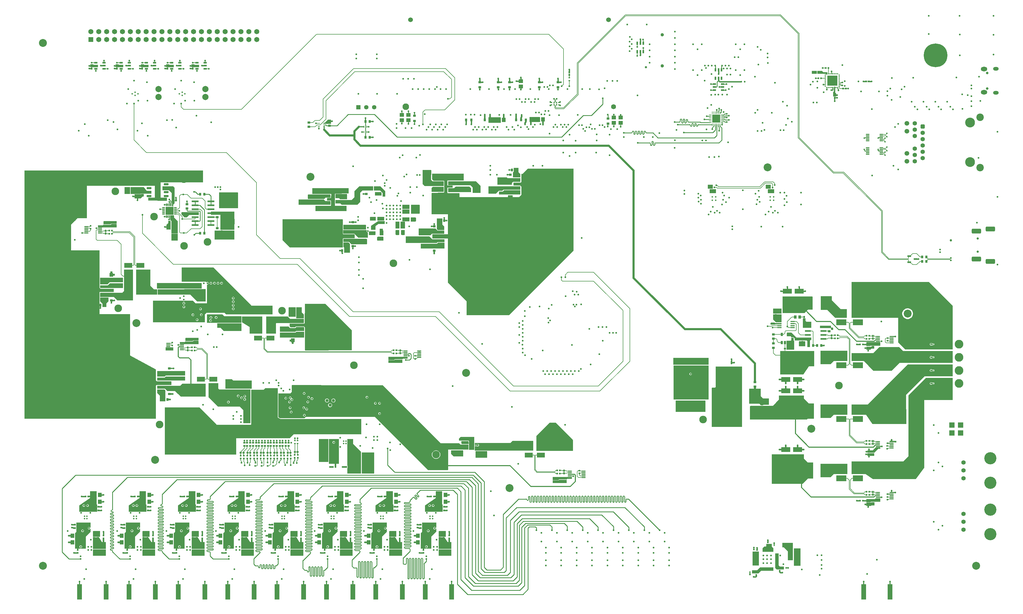
<source format=gbr>
%TF.GenerationSoftware,Altium Limited,Altium Designer,22.6.1 (34)*%
G04 Layer_Physical_Order=12*
G04 Layer_Color=16711680*
%FSLAX26Y26*%
%MOIN*%
%TF.SameCoordinates,08F94D22-2ED8-4738-ABBF-34BB79D8E07D*%
%TF.FilePolarity,Positive*%
%TF.FileFunction,Copper,L12,Bot,Signal*%
%TF.Part,Single*%
G01*
G75*
%TA.AperFunction,Conductor*%
%ADD11C,0.005000*%
%ADD12C,0.008701*%
%TA.AperFunction,SMDPad,CuDef*%
%ADD19R,0.035433X0.027559*%
%ADD21R,0.025984X0.024409*%
%ADD26R,0.023228X0.024409*%
%ADD27R,0.029528X0.035433*%
%ADD29R,0.021654X0.017716*%
%ADD36R,0.024409X0.025984*%
%ADD37R,0.027559X0.035433*%
%ADD41R,0.055118X0.045276*%
%ADD45R,0.037402X0.031496*%
%ADD46O,0.053150X0.011811*%
G04:AMPARAMS|DCode=50|XSize=21.654mil|YSize=31.496mil|CornerRadius=1.949mil|HoleSize=0mil|Usage=FLASHONLY|Rotation=90.000|XOffset=0mil|YOffset=0mil|HoleType=Round|Shape=RoundedRectangle|*
%AMROUNDEDRECTD50*
21,1,0.021654,0.027599,0,0,90.0*
21,1,0.017756,0.031496,0,0,90.0*
1,1,0.003898,0.013799,0.008878*
1,1,0.003898,0.013799,-0.008878*
1,1,0.003898,-0.013799,-0.008878*
1,1,0.003898,-0.013799,0.008878*
%
%ADD50ROUNDEDRECTD50*%
%ADD52R,0.023622X0.021654*%
%TA.AperFunction,ConnectorPad*%
%ADD57R,0.062992X0.192913*%
%TA.AperFunction,SMDPad,CuDef*%
%ADD68R,0.035433X0.029528*%
%ADD72R,0.049213X0.023622*%
%ADD73R,0.026000X0.009000*%
%ADD76R,0.031496X0.037402*%
%ADD83R,0.024409X0.023228*%
%ADD97R,0.039370X0.041339*%
%ADD99R,0.045276X0.055118*%
%ADD103R,0.029528X0.037008*%
%TA.AperFunction,Conductor*%
%ADD111C,0.012000*%
%ADD112C,0.009842*%
%ADD113C,0.015748*%
%ADD114C,0.007874*%
%ADD115C,0.010000*%
%ADD117C,0.007800*%
%ADD119C,0.011811*%
%ADD120C,0.008720*%
%ADD121C,0.019685*%
%ADD122C,0.007992*%
%ADD123C,0.013780*%
%ADD125C,0.008717*%
%ADD126C,0.008000*%
%ADD135C,0.006732*%
%ADD136C,0.027559*%
%ADD137C,0.006125*%
%ADD139C,0.008750*%
%TA.AperFunction,ComponentPad*%
%ADD142R,0.067913X0.067913*%
%ADD143C,0.020000*%
%ADD144C,0.096457*%
%ADD145C,0.078740*%
%ADD146R,0.054685X0.054685*%
%ADD147C,0.054685*%
%ADD148C,0.031496*%
G04:AMPARAMS|DCode=149|XSize=57.087mil|YSize=78.74mil|CornerRadius=28.543mil|HoleSize=0mil|Usage=FLASHONLY|Rotation=90.000|XOffset=0mil|YOffset=0mil|HoleType=Round|Shape=RoundedRectangle|*
%AMROUNDEDRECTD149*
21,1,0.057087,0.021654,0,0,90.0*
21,1,0.000000,0.078740,0,0,90.0*
1,1,0.057087,0.010827,0.000000*
1,1,0.057087,0.010827,0.000000*
1,1,0.057087,-0.010827,0.000000*
1,1,0.057087,-0.010827,0.000000*
%
%ADD149ROUNDEDRECTD149*%
G04:AMPARAMS|DCode=150|XSize=45.276mil|YSize=70.866mil|CornerRadius=22.638mil|HoleSize=0mil|Usage=FLASHONLY|Rotation=90.000|XOffset=0mil|YOffset=0mil|HoleType=Round|Shape=RoundedRectangle|*
%AMROUNDEDRECTD150*
21,1,0.045276,0.025590,0,0,90.0*
21,1,0.000000,0.070866,0,0,90.0*
1,1,0.045276,0.012795,0.000000*
1,1,0.045276,0.012795,0.000000*
1,1,0.045276,-0.012795,0.000000*
1,1,0.045276,-0.012795,0.000000*
%
%ADD150ROUNDEDRECTD150*%
%ADD151C,0.055000*%
%ADD152C,0.154000*%
%ADD153C,0.064961*%
%ADD154R,0.064961X0.064961*%
%ADD155C,0.060000*%
G04:AMPARAMS|DCode=156|XSize=62.992mil|YSize=120.079mil|CornerRadius=15.748mil|HoleSize=0mil|Usage=FLASHONLY|Rotation=90.000|XOffset=0mil|YOffset=0mil|HoleType=Round|Shape=RoundedRectangle|*
%AMROUNDEDRECTD156*
21,1,0.062992,0.088583,0,0,90.0*
21,1,0.031496,0.120079,0,0,90.0*
1,1,0.031496,0.044291,0.015748*
1,1,0.031496,0.044291,-0.015748*
1,1,0.031496,-0.044291,-0.015748*
1,1,0.031496,-0.044291,0.015748*
%
%ADD156ROUNDEDRECTD156*%
%ADD157C,0.028543*%
%ADD158C,0.083000*%
%ADD159C,0.063000*%
%ADD160C,0.100000*%
%ADD161C,0.300000*%
%ADD162C,0.110000*%
%ADD163C,0.042520*%
%ADD164C,0.124016*%
%ADD165C,0.094488*%
%ADD166C,0.059843*%
%ADD167C,0.055118*%
G04:AMPARAMS|DCode=168|XSize=55.118mil|YSize=55.118mil|CornerRadius=13.78mil|HoleSize=0mil|Usage=FLASHONLY|Rotation=270.000|XOffset=0mil|YOffset=0mil|HoleType=Round|Shape=RoundedRectangle|*
%AMROUNDEDRECTD168*
21,1,0.055118,0.027559,0,0,270.0*
21,1,0.027559,0.055118,0,0,270.0*
1,1,0.027559,-0.013780,-0.013780*
1,1,0.027559,-0.013780,0.013780*
1,1,0.027559,0.013780,0.013780*
1,1,0.027559,0.013780,-0.013780*
%
%ADD168ROUNDEDRECTD168*%
%TA.AperFunction,ViaPad*%
%ADD169C,0.021654*%
%ADD170C,0.040000*%
%ADD171C,0.019000*%
%ADD172C,0.027559*%
%ADD173C,0.030000*%
%ADD174C,0.019685*%
%TA.AperFunction,Conductor*%
%ADD176C,0.009803*%
%ADD177C,0.007244*%
%ADD182C,0.015000*%
%TA.AperFunction,SMDPad,CuDef*%
%ADD185R,0.035827X0.054724*%
%ADD186R,0.016535X0.024409*%
%ADD187R,0.024409X0.016535*%
%ADD188R,0.015748X0.021654*%
G04:AMPARAMS|DCode=189|XSize=23.622mil|YSize=70.866mil|CornerRadius=2.008mil|HoleSize=0mil|Usage=FLASHONLY|Rotation=270.000|XOffset=0mil|YOffset=0mil|HoleType=Round|Shape=RoundedRectangle|*
%AMROUNDEDRECTD189*
21,1,0.023622,0.066850,0,0,270.0*
21,1,0.019606,0.070866,0,0,270.0*
1,1,0.004016,-0.033425,-0.009803*
1,1,0.004016,-0.033425,0.009803*
1,1,0.004016,0.033425,0.009803*
1,1,0.004016,0.033425,-0.009803*
%
%ADD189ROUNDEDRECTD189*%
G04:AMPARAMS|DCode=190|XSize=124.016mil|YSize=70.866mil|CornerRadius=2.126mil|HoleSize=0mil|Usage=FLASHONLY|Rotation=270.000|XOffset=0mil|YOffset=0mil|HoleType=Round|Shape=RoundedRectangle|*
%AMROUNDEDRECTD190*
21,1,0.124016,0.066614,0,0,270.0*
21,1,0.119764,0.070866,0,0,270.0*
1,1,0.004252,-0.033307,-0.059882*
1,1,0.004252,-0.033307,0.059882*
1,1,0.004252,0.033307,0.059882*
1,1,0.004252,0.033307,-0.059882*
%
%ADD190ROUNDEDRECTD190*%
G04:AMPARAMS|DCode=191|XSize=23.622mil|YSize=82.677mil|CornerRadius=2.008mil|HoleSize=0mil|Usage=FLASHONLY|Rotation=90.000|XOffset=0mil|YOffset=0mil|HoleType=Round|Shape=RoundedRectangle|*
%AMROUNDEDRECTD191*
21,1,0.023622,0.078661,0,0,90.0*
21,1,0.019606,0.082677,0,0,90.0*
1,1,0.004016,0.039331,0.009803*
1,1,0.004016,0.039331,-0.009803*
1,1,0.004016,-0.039331,-0.009803*
1,1,0.004016,-0.039331,0.009803*
%
%ADD191ROUNDEDRECTD191*%
G04:AMPARAMS|DCode=192|XSize=125.984mil|YSize=82.677mil|CornerRadius=2.067mil|HoleSize=0mil|Usage=FLASHONLY|Rotation=90.000|XOffset=0mil|YOffset=0mil|HoleType=Round|Shape=RoundedRectangle|*
%AMROUNDEDRECTD192*
21,1,0.125984,0.078543,0,0,90.0*
21,1,0.121850,0.082677,0,0,90.0*
1,1,0.004134,0.039272,0.060925*
1,1,0.004134,0.039272,-0.060925*
1,1,0.004134,-0.039272,-0.060925*
1,1,0.004134,-0.039272,0.060925*
%
%ADD192ROUNDEDRECTD192*%
%ADD193R,0.100000X0.061000*%
G04:AMPARAMS|DCode=194|XSize=11.811mil|YSize=53.15mil|CornerRadius=1.949mil|HoleSize=0mil|Usage=FLASHONLY|Rotation=270.000|XOffset=0mil|YOffset=0mil|HoleType=Round|Shape=RoundedRectangle|*
%AMROUNDEDRECTD194*
21,1,0.011811,0.049252,0,0,270.0*
21,1,0.007913,0.053150,0,0,270.0*
1,1,0.003898,-0.024626,-0.003957*
1,1,0.003898,-0.024626,0.003957*
1,1,0.003898,0.024626,0.003957*
1,1,0.003898,0.024626,-0.003957*
%
%ADD194ROUNDEDRECTD194*%
%ADD195R,0.118110X0.064961*%
%ADD196R,0.068898X0.045276*%
%ADD197R,0.326772X0.417323*%
%ADD198R,0.086614X0.041339*%
%ADD199R,0.068898X0.145669*%
%ADD200R,0.023654X0.043748*%
%ADD201R,0.128000X0.075000*%
%ADD202R,0.078000X0.022000*%
%ADD203R,0.035433X0.041339*%
G04:AMPARAMS|DCode=204|XSize=43.307mil|YSize=23.622mil|CornerRadius=2.008mil|HoleSize=0mil|Usage=FLASHONLY|Rotation=90.000|XOffset=0mil|YOffset=0mil|HoleType=Round|Shape=RoundedRectangle|*
%AMROUNDEDRECTD204*
21,1,0.043307,0.019606,0,0,90.0*
21,1,0.039291,0.023622,0,0,90.0*
1,1,0.004016,0.009803,0.019646*
1,1,0.004016,0.009803,-0.019646*
1,1,0.004016,-0.009803,-0.019646*
1,1,0.004016,-0.009803,0.019646*
%
%ADD204ROUNDEDRECTD204*%
%ADD205R,0.053150X0.015748*%
%ADD206R,0.039370X0.043307*%
%ADD207R,0.025591X0.021654*%
%ADD208R,0.015000X0.014000*%
%ADD209R,0.145669X0.068898*%
%ADD210R,0.028000X0.037000*%
%ADD211R,0.090000X0.024000*%
%ADD212R,0.037402X0.029528*%
%ADD213R,0.037000X0.028000*%
G04:AMPARAMS|DCode=214|XSize=23.622mil|YSize=57.087mil|CornerRadius=2.008mil|HoleSize=0mil|Usage=FLASHONLY|Rotation=270.000|XOffset=0mil|YOffset=0mil|HoleType=Round|Shape=RoundedRectangle|*
%AMROUNDEDRECTD214*
21,1,0.023622,0.053071,0,0,270.0*
21,1,0.019606,0.057087,0,0,270.0*
1,1,0.004016,-0.026535,-0.009803*
1,1,0.004016,-0.026535,0.009803*
1,1,0.004016,0.026535,0.009803*
1,1,0.004016,0.026535,-0.009803*
%
%ADD214ROUNDEDRECTD214*%
%ADD215R,0.102362X0.102362*%
%ADD216R,0.035622X0.011811*%
%ADD217R,0.011811X0.035622*%
%ADD218R,0.039370X0.019685*%
%ADD219R,0.019685X0.039370*%
%ADD220O,0.009842X0.037402*%
%ADD221O,0.037402X0.009842*%
%ADD222R,0.098425X0.098425*%
%ADD223R,0.011811X0.017716*%
%ADD224R,0.017716X0.011811*%
%ADD225R,0.125984X0.125984*%
%ADD226R,0.009000X0.026000*%
%ADD227R,0.043307X0.043307*%
%ADD228R,0.084646X0.125984*%
%ADD229R,0.084646X0.027559*%
%ADD230R,0.063779X0.093701*%
%ADD231R,0.021654X0.013780*%
%ADD232R,0.014173X0.009842*%
%TA.AperFunction,Conductor*%
%ADD233C,0.012008*%
%ADD234C,0.006733*%
%ADD235C,0.006733*%
%ADD236C,0.009842*%
%ADD237C,0.009016*%
%ADD238C,0.007250*%
%ADD239C,0.006060*%
%ADD240C,0.018000*%
%ADD241C,0.008717*%
G36*
X2266276Y6781179D02*
X2318583D01*
Y6752530D01*
X2227235Y6752530D01*
X2223701Y6756067D01*
X2223722Y6787401D01*
X2260053Y6787402D01*
X2266276Y6781179D01*
D02*
G37*
G36*
X1946276D02*
X1998583D01*
Y6752530D01*
X1907235Y6752530D01*
X1903701Y6756067D01*
X1903722Y6787401D01*
X1940053Y6787402D01*
X1946276Y6781179D01*
D02*
G37*
G36*
X1626276D02*
X1678583D01*
Y6752530D01*
X1587235Y6752530D01*
X1583701Y6756067D01*
X1583722Y6787401D01*
X1620053Y6787402D01*
X1626276Y6781179D01*
D02*
G37*
G36*
X1306276D02*
X1358583D01*
Y6752530D01*
X1267235Y6752530D01*
X1263701Y6756067D01*
X1263722Y6787401D01*
X1300053Y6787402D01*
X1306276Y6781179D01*
D02*
G37*
G36*
X986276D02*
X1038583D01*
Y6752530D01*
X947235Y6752530D01*
X943701Y6756067D01*
X943722Y6787401D01*
X980053Y6787402D01*
X986276Y6781179D01*
D02*
G37*
G36*
X10140588Y6704000D02*
Y6668074D01*
X10078539Y6667938D01*
X10075000Y6671469D01*
X10075000Y6704000D01*
X10140588Y6704000D01*
D02*
G37*
G36*
X10222000Y6689000D02*
X10274000Y6689000D01*
Y6659000D01*
X10261260D01*
Y6660275D01*
X10257724D01*
X10250000Y6668000D01*
X10146000D01*
Y6704000D01*
X10207000D01*
X10222000Y6689000D01*
D02*
G37*
G36*
X10373000Y6429000D02*
X10385000Y6417000D01*
X10385000Y6382000D01*
X10345000D01*
Y6437000D01*
X10357000Y6449000D01*
Y6504000D01*
X10373000D01*
Y6429000D01*
D02*
G37*
G36*
X6637268Y6117465D02*
Y6058000D01*
X6504724Y6058000D01*
Y6121000D01*
X6633732Y6121000D01*
X6637268Y6117465D01*
D02*
G37*
G36*
X6140386Y6115550D02*
X6140386Y6049062D01*
X5984181Y6049062D01*
Y6119085D01*
X6136850Y6119086D01*
X6140386Y6115550D01*
D02*
G37*
G36*
X3990551Y6033465D02*
X3898976D01*
Y6049038D01*
X3911591Y6049038D01*
X3948773Y6086221D01*
X3990551D01*
Y6033465D01*
D02*
G37*
G36*
X6362205Y5423228D02*
X6386221Y5399212D01*
Y5356299D01*
X6292126D01*
Y5417780D01*
X6304331Y5429985D01*
Y5476378D01*
X6362205D01*
Y5423228D01*
D02*
G37*
G36*
X6214449Y5359055D02*
X6225079Y5348425D01*
X6386220Y5348425D01*
Y5301575D01*
X6294035D01*
X6279980Y5287520D01*
Y5265354D01*
X6096063Y5265354D01*
X6096063Y5359055D01*
X6214449Y5359055D01*
D02*
G37*
G36*
X5259634Y5448017D02*
X5258072Y5327985D01*
X5278118Y5307939D01*
X5416929D01*
X5416929Y5246850D01*
X5174409D01*
X5148425Y5272835D01*
Y5451574D01*
X5256121Y5451576D01*
X5259634Y5448017D01*
D02*
G37*
G36*
X9558004Y5217229D02*
X9554483Y5213680D01*
X9518330Y5213680D01*
X9518147Y5213604D01*
X9496803Y5213604D01*
X9493268Y5217139D01*
X9493268Y5263997D01*
X9557639Y5263998D01*
X9558004Y5217229D01*
D02*
G37*
G36*
X8823004D02*
X8819483Y5213680D01*
X8783330Y5213680D01*
X8783147Y5213604D01*
X8761803Y5213604D01*
X8758268Y5217139D01*
X8758268Y5263997D01*
X8822639Y5263998D01*
X8823004Y5217229D01*
D02*
G37*
G36*
X5416929Y5174409D02*
X5261805D01*
Y5222905D01*
X5276302Y5237402D01*
X5416929D01*
Y5174409D01*
D02*
G37*
G36*
X5742126Y5240551D02*
X5763779Y5218898D01*
Y5169685D01*
X5473228D01*
Y5220774D01*
X5545533D01*
X5565310Y5240551D01*
X5742126Y5240551D01*
D02*
G37*
G36*
X5826569Y5307873D02*
X5884645Y5249316D01*
X5884646Y5160630D01*
X5784646D01*
X5784646Y5231890D01*
X5757874Y5258661D01*
X5473228Y5258661D01*
X5473228Y5307874D01*
X5826569Y5307873D01*
D02*
G37*
G36*
X9599028Y5208268D02*
X9599385Y5162595D01*
X9595863Y5159046D01*
X9518330D01*
X9518330Y5208268D01*
X9599028Y5208268D01*
D02*
G37*
G36*
X8864028D02*
X8864385Y5162595D01*
X8860863Y5159046D01*
X8783330D01*
X8783330Y5208268D01*
X8864028Y5208268D01*
D02*
G37*
G36*
X1658000Y5188000D02*
X1717000D01*
Y5152000D01*
X1621380D01*
X1620385Y5152412D01*
X1588000D01*
X1588000D01*
X1588000D01*
X1587005Y5152000D01*
X1580861D01*
X1577274Y5148413D01*
X1577274D01*
D01*
X1503000Y5148411D01*
X1502007Y5148000D01*
X1453000Y5148000D01*
X1453000Y5234094D01*
X1619906Y5234094D01*
X1658000Y5188000D01*
D02*
G37*
G36*
X6386221Y5201574D02*
X6170410Y5200331D01*
X6159055Y5188977D01*
X6114960Y5188976D01*
X6077953Y5151968D01*
X5984252D01*
X5984252Y5243032D01*
X6386221D01*
Y5201574D01*
D02*
G37*
G36*
X1446847Y5147992D02*
X1378000D01*
Y5234095D01*
X1446847D01*
Y5147992D01*
D02*
G37*
G36*
X6386221Y5140462D02*
X6118110D01*
Y5177953D01*
X6162600D01*
X6178948Y5194301D01*
X6386221D01*
Y5140462D01*
D02*
G37*
G36*
X4630400Y5163953D02*
Y5127559D01*
X4548032D01*
Y5170079D01*
X4624274D01*
X4630400Y5163953D01*
D02*
G37*
G36*
X1620385Y5119535D02*
X1616850Y5116000D01*
X1604275Y5116000D01*
X1578275Y5090000D01*
X1503000Y5090000D01*
Y5142999D01*
X1577274Y5143001D01*
X1584001Y5143001D01*
X1588000Y5147000D01*
X1620385D01*
X1620385Y5119535D01*
D02*
G37*
G36*
X4677953Y5182677D02*
Y5113386D01*
X4641746D01*
Y5161797D01*
X4611024Y5192520D01*
X4533071D01*
Y5245669D01*
X4614961D01*
X4677953Y5182677D01*
D02*
G37*
G36*
X7060709Y5466929D02*
X7060709Y4891762D01*
X7060695D01*
Y4431955D01*
X6242913Y3614173D01*
X5704948Y3614173D01*
Y3792296D01*
X5470866Y4026378D01*
Y4584062D01*
X5325283D01*
X5272835Y4585001D01*
Y4638682D01*
X5424803D01*
X5426055Y4639201D01*
X5470866D01*
X5470866Y4889792D01*
X5265388Y4889538D01*
X5261850Y4893071D01*
X5261850Y5109055D01*
X5261900D01*
X5261724Y5158874D01*
X5265250Y5162419D01*
X5415854Y5162700D01*
X5424016Y5170876D01*
Y5314455D01*
X5290270Y5314455D01*
X5269685Y5335039D01*
X5269685Y5404017D01*
X5670338Y5404017D01*
X5670338Y5318093D01*
X5464677Y5317793D01*
X5464551Y5253150D01*
X5529271D01*
X5529412Y5230318D01*
X5525887Y5226772D01*
X5463470D01*
X5463069Y5164205D01*
X5470186Y5157087D01*
X5615748D01*
Y5109055D01*
X6229528D01*
X6229529Y5129348D01*
X6290158Y5129348D01*
X6290157Y5109055D01*
X6370866D01*
X6399638Y5137827D01*
Y5239732D01*
X6386614Y5252756D01*
X6298954D01*
Y5291319D01*
X6389350Y5291319D01*
X6399244Y5301212D01*
X6399244Y5402419D01*
X6417037D01*
X6481547Y5466929D01*
X7060709Y5466929D01*
D02*
G37*
G36*
X3981119Y5141398D02*
X3984646Y5137854D01*
X3984508Y5102362D01*
X3920079Y5102362D01*
X3902756Y5085039D01*
X3695669Y5085039D01*
X3695669Y5138151D01*
X3699207Y5141685D01*
X3981119Y5141398D01*
D02*
G37*
G36*
X4193504Y5080315D02*
X4106315D01*
X4091748Y5094882D01*
X4045669D01*
Y5146063D01*
X4193504D01*
Y5080315D01*
D02*
G37*
G36*
X2371273Y5295906D02*
X1834563D01*
X1832947Y5294290D01*
Y5100589D01*
X1913000D01*
Y5065587D01*
X1909459Y5062057D01*
X1677000Y5062724D01*
Y5100589D01*
X1761244Y5100589D01*
X1761245Y5251000D01*
X900377D01*
Y4841732D01*
X781871D01*
X699606Y4759468D01*
Y4434252D01*
X1058268D01*
Y3962205D01*
X1062960Y3957511D01*
X1063929Y3955173D01*
X1066267Y3954205D01*
X1071652Y3948819D01*
X1240551Y3948819D01*
Y3908661D01*
X1058859D01*
X1058267Y3908070D01*
X1058267Y3628740D01*
X1448100Y3628740D01*
X1448101Y3105049D01*
X1773442Y2927559D01*
X1774340Y2789401D01*
X1787052Y2776772D01*
X1971260D01*
Y2729528D01*
X1781502D01*
X1774441Y2722485D01*
X1773402Y2305512D01*
X108269Y2305511D01*
X108267Y5345275D01*
X108268D01*
Y5444050D01*
X2371273Y5444053D01*
Y5295906D01*
D02*
G37*
G36*
X4524803Y5192126D02*
X4385433D01*
X4359055Y5165748D01*
Y5049213D01*
X4322441Y5012598D01*
X4125197D01*
X4110630Y5027165D01*
X4045276Y5027165D01*
X4045276Y5070472D01*
X4250394D01*
X4287401Y5107480D01*
X4287402Y5185433D01*
X4347638Y5245669D01*
X4524803D01*
Y5192126D01*
D02*
G37*
G36*
X3919291Y5057087D02*
X3984646Y5057087D01*
Y5010236D01*
X3581102D01*
Y5079134D01*
X3897244D01*
X3919291Y5057087D01*
D02*
G37*
G36*
X2010000Y5227820D02*
Y5082205D01*
X2009331D01*
Y5047795D01*
X2010000D01*
Y5031142D01*
X1992334Y5013476D01*
Y4992000D01*
X1975591D01*
Y5032709D01*
X1974825D01*
Y5158879D01*
X1940233Y5193471D01*
X1858000D01*
Y5245307D01*
X1992513D01*
X2010000Y5227820D01*
D02*
G37*
G36*
X2812359Y5163738D02*
X2812359Y4969000D01*
X2574802D01*
Y5166904D01*
X2575303Y5168113D01*
X2807359D01*
X2812359Y5163738D01*
D02*
G37*
G36*
X4984613Y4957874D02*
X4894589D01*
Y5009842D01*
X4984613D01*
Y4957874D01*
D02*
G37*
G36*
X4214250Y5156491D02*
X4210724Y5152946D01*
X4038583Y5152625D01*
X4038583Y4999213D01*
X4185433D01*
Y4932283D01*
X3793701Y4932283D01*
Y4998855D01*
X3990819Y4999143D01*
X3990944Y5063779D01*
X3938690Y5063779D01*
X3938508Y5093331D01*
X3942033Y5096877D01*
X3991412D01*
X3991736Y5147466D01*
X3752362D01*
Y5221824D01*
X4214020D01*
X4214250Y5156491D01*
D02*
G37*
G36*
X2315000Y4880603D02*
X2194581Y4880603D01*
Y4879534D01*
X2166047Y4851000D01*
X2137913D01*
X2096581Y4892534D01*
Y4913297D01*
X2100116Y4916833D01*
X2130581Y4916833D01*
X2315000Y4916833D01*
Y4880603D01*
D02*
G37*
G36*
X5108661Y5009842D02*
X5114567Y5003937D01*
Y4903150D01*
X5109842Y4898425D01*
X5004417D01*
Y5009842D01*
X5108661Y5009842D01*
D02*
G37*
G36*
X4984613Y4898425D02*
X4894589D01*
X4894589Y4949606D01*
X4984613D01*
Y4898425D01*
D02*
G37*
G36*
X4663386Y4858399D02*
X4663386Y4812441D01*
X4577811Y4812441D01*
X4577811Y4858400D01*
X4623060D01*
X4663386Y4858399D01*
D02*
G37*
G36*
X4557087Y4812441D02*
X4482690Y4812441D01*
X4482640Y4854179D01*
X4486173Y4857717D01*
X4557087D01*
X4557087Y4812441D01*
D02*
G37*
G36*
X4983981Y4801575D02*
X4893958D01*
X4893958Y4851445D01*
X4983981D01*
Y4801575D01*
D02*
G37*
G36*
X5065894Y4843745D02*
X5065894Y4804169D01*
X5056969Y4798674D01*
X5003794Y4798674D01*
X5000258Y4802210D01*
X5000258Y4851179D01*
X5058289Y4851350D01*
X5065894Y4843745D01*
D02*
G37*
G36*
X1277992Y4805278D02*
Y4771609D01*
X1207539D01*
X1206968Y4771038D01*
X1206967D01*
X1205977Y4770628D01*
X1205217Y4769867D01*
X1205212Y4769865D01*
X1205212Y4769865D01*
X1204222Y4769455D01*
X1199234Y4764467D01*
X1110287D01*
Y4802065D01*
X1113826Y4805597D01*
X1277992Y4805278D01*
D02*
G37*
G36*
X1209188Y4766011D02*
X1274469Y4766011D01*
X1278004Y4762475D01*
X1277995Y4725000D01*
X1095216D01*
X1094936Y4725187D01*
X1092225Y4725727D01*
X1042973D01*
X1039000Y4729900D01*
Y4750661D01*
X1099714D01*
X1108108Y4759055D01*
X1201476D01*
X1201752Y4759331D01*
X1202205D01*
Y4759784D01*
X1208049Y4765628D01*
X1209039Y4766038D01*
X1209161D01*
X1209188Y4766011D01*
D02*
G37*
G36*
X4856810Y4796457D02*
Y4711923D01*
X4805824Y4711923D01*
Y4796457D01*
X4856810Y4796457D01*
D02*
G37*
G36*
X4893248Y4796457D02*
X4893958Y4796163D01*
X4926435D01*
Y4711923D01*
X4871502Y4711923D01*
Y4796457D01*
X4893248D01*
D02*
G37*
G36*
X1960730Y4802940D02*
X1961001Y4801810D01*
X1960999Y4698000D01*
X1905000Y4698000D01*
Y4756708D01*
X1930660Y4782368D01*
X1930660Y4807000D01*
X1956109Y4807000D01*
X1960730Y4802940D01*
D02*
G37*
G36*
X4432701Y4755174D02*
X4432592Y4697106D01*
X4146617Y4697106D01*
Y4758713D01*
X4429169D01*
X4432701Y4755174D01*
D02*
G37*
G36*
X4670866Y4766929D02*
X4589314D01*
X4553543Y4741337D01*
Y4694095D01*
X4496457Y4694095D01*
Y4744688D01*
X4588233Y4805905D01*
X4670866D01*
Y4766929D01*
D02*
G37*
G36*
X2768000Y4694000D02*
X2589273D01*
Y4885534D01*
X2469000D01*
Y4925534D01*
X2768000D01*
X2768000Y4694000D01*
D02*
G37*
G36*
X5398801Y4760373D02*
X5424880Y4734295D01*
X5424706Y4691338D01*
X5340946Y4691339D01*
X5330315Y4703087D01*
Y4837401D01*
X5398801Y4837402D01*
Y4760373D01*
D02*
G37*
G36*
X2001181Y4878819D02*
X2004764Y4875396D01*
Y4850516D01*
X2051526Y4803754D01*
X2051366Y4649000D01*
X1969000D01*
Y4807000D01*
X1965669Y4808885D01*
Y4812205D01*
X1959806D01*
X1958000Y4813227D01*
Y4878819D01*
X2001181D01*
D02*
G37*
G36*
X4553446Y4674086D02*
X4553568Y4632675D01*
X4550037Y4629134D01*
X4472039Y4629134D01*
X4468504Y4632669D01*
Y4674087D01*
X4553446Y4674086D01*
D02*
G37*
G36*
X4922336Y4692022D02*
X4922502Y4635494D01*
X4914960Y4627953D01*
X4883072Y4627953D01*
X4876867Y4638033D01*
X4876866Y4688486D01*
X4880402Y4692022D01*
X4922336Y4692022D01*
D02*
G37*
G36*
X4852336D02*
X4852502Y4635494D01*
X4844960Y4627953D01*
X4813072Y4627953D01*
X4806867Y4638033D01*
X4806866Y4688486D01*
X4810402Y4692022D01*
X4852336Y4692022D01*
D02*
G37*
G36*
X5339473Y4683465D02*
X5424803Y4683465D01*
Y4644095D01*
X5266447D01*
X5247855Y4625502D01*
X5100145Y4625720D01*
Y4711811D01*
X5311127Y4711811D01*
X5339473Y4683465D01*
D02*
G37*
G36*
X4646649Y4690606D02*
X4652756Y4684499D01*
Y4624409D01*
X4607087D01*
X4607087Y4707491D01*
X4646649D01*
X4646649Y4690606D01*
D02*
G37*
G36*
X4170492Y4691694D02*
X4432582Y4691694D01*
X4441581D01*
X4444253Y4686694D01*
X4442702Y4684372D01*
X4441473Y4678197D01*
X4442702Y4672021D01*
X4446200Y4666786D01*
X4451435Y4663288D01*
X4456692Y4662243D01*
X4456693Y4596469D01*
X4453157Y4592933D01*
X4336988Y4592933D01*
X4284725Y4645197D01*
X4144422D01*
Y4691694D01*
X4170492D01*
D02*
G37*
G36*
X4139983Y4825260D02*
X4139983Y4694043D01*
X4139010Y4691694D01*
Y4645197D01*
X4140595Y4641370D01*
X4143870Y4640014D01*
X4147663Y4636221D01*
X4286047D01*
X4289764Y4632504D01*
Y4586843D01*
X4145669Y4586843D01*
X4142500Y4585531D01*
X4139983D01*
Y4471573D01*
X3469268Y4471573D01*
X3381337Y4559505D01*
X3377205D01*
X3377205Y4828782D01*
X4136447Y4828795D01*
X4139983Y4825260D01*
D02*
G37*
G36*
X2767992Y4571000D02*
X2517000D01*
Y4685000D01*
X2767992D01*
Y4571000D01*
D02*
G37*
G36*
X4652487Y4604143D02*
X4652487Y4557619D01*
X4579604Y4557404D01*
X4573622Y4563385D01*
X4573622Y4599817D01*
X4586392Y4607678D01*
X4648952Y4607678D01*
X4652487Y4604143D01*
D02*
G37*
G36*
X2051361Y4556991D02*
X1969000D01*
Y4643588D01*
X2051361D01*
Y4556991D01*
D02*
G37*
G36*
X5235449Y4610220D02*
X5269942Y4575727D01*
X5425197D01*
Y4537809D01*
X5338660D01*
X5327397Y4526546D01*
X4935433D01*
Y4610220D01*
X5235449Y4610220D01*
D02*
G37*
G36*
X5425197Y4461508D02*
X5421653Y4457980D01*
X5125591Y4459307D01*
Y4516535D01*
X5329527Y4516535D01*
X5345390Y4532397D01*
X5425197D01*
X5425197Y4461508D01*
D02*
G37*
G36*
X4440548Y4581431D02*
X4447708Y4574861D01*
X4447706Y4517391D01*
X4442913Y4512598D01*
X4248192Y4512599D01*
X4220509Y4540282D01*
X4145669D01*
Y4581431D01*
X4440548Y4581431D01*
D02*
G37*
G36*
X4229134Y4518110D02*
X4229134Y4403150D01*
X4155877Y4403150D01*
X4155877Y4469494D01*
X4145669Y4479702D01*
X4145669Y4532677D01*
X4214567D01*
X4229134Y4518110D01*
D02*
G37*
G36*
X1222000Y4150190D02*
X1223564Y4148625D01*
X1229000Y4148471D01*
Y4140237D01*
X1230237Y4139000D01*
X1253000Y4138994D01*
X1253000Y4116000D01*
X1233171D01*
X1231879Y4114709D01*
X1231781Y4100000D01*
X1186586D01*
Y4143268D01*
Y4147236D01*
X1194061D01*
X1197926Y4151102D01*
X1198070Y4168430D01*
X1222000D01*
Y4150190D01*
D02*
G37*
G36*
X1355984Y4032365D02*
X1190287D01*
X1161156Y4003235D01*
X1067756D01*
Y4088865D01*
X1355984D01*
Y4032365D01*
D02*
G37*
G36*
X2984046Y3735296D02*
X3251181Y3735296D01*
Y3625985D01*
X2662886D01*
X2642418Y3643701D01*
X2412205Y3643701D01*
X2394488Y3625985D01*
Y3522744D01*
X1735853Y3522745D01*
X1735854Y3798031D01*
X2116236Y3798031D01*
X2120636Y3795091D01*
X2126811Y3793863D01*
X2132987Y3795091D01*
X2137386Y3798031D01*
X2241732D01*
X2275331Y3764433D01*
X2418898Y3764433D01*
X2418898Y3999325D01*
X2422763Y4002497D01*
X2425000Y4002052D01*
X2431175Y4003280D01*
X2436410Y4006778D01*
X2439909Y4012013D01*
X2441137Y4018189D01*
X2439909Y4024364D01*
X2436410Y4029599D01*
X2431175Y4033097D01*
X2425000Y4034325D01*
X2418825Y4033097D01*
X2413590Y4029599D01*
X2412981Y4029539D01*
X2404331Y4038189D01*
X2098647Y4038189D01*
Y4217679D01*
X2501662D01*
X2984046Y3735296D01*
D02*
G37*
G36*
X1356000Y3959000D02*
X1067756D01*
Y3990980D01*
X1161979D01*
X1190076Y4019076D01*
X1356000D01*
Y3959000D01*
D02*
G37*
G36*
X2353543Y4017150D02*
X2353543Y3950397D01*
X2136201Y3950398D01*
X2134769Y3949805D01*
X1788189D01*
Y4020467D01*
X2350007Y4020685D01*
X2353543Y4017150D01*
D02*
G37*
G36*
X1704331Y4192119D02*
X1704331Y3985039D01*
X1749606Y3939764D01*
X1790946D01*
X1790946Y3876366D01*
X1787406Y3872834D01*
X1522652Y3873397D01*
X1523116Y4192129D01*
X1704331Y4192119D01*
D02*
G37*
G36*
X1483000Y3801000D02*
X1287867Y3801000D01*
X1243299Y3845568D01*
X1067768D01*
X1067730Y3895442D01*
X1071263Y3898980D01*
X1346243Y3899110D01*
X1369000Y3921868D01*
X1368999Y4190000D01*
X1483000Y4190000D01*
X1483000Y3801000D01*
D02*
G37*
G36*
X2404254Y3944985D02*
X2404291Y3822460D01*
Y3786614D01*
X2294153D01*
X2210661Y3873228D01*
X1796850Y3873228D01*
X1796851Y3939764D01*
X2130979Y3939764D01*
X2136201Y3944986D01*
X2404254Y3944985D01*
D02*
G37*
G36*
X1173000Y3789727D02*
X1146238Y3762965D01*
Y3717772D01*
X1098000D01*
Y3760439D01*
X1068000Y3790439D01*
Y3839000D01*
X1173000D01*
Y3789727D01*
D02*
G37*
G36*
X10085000Y3846414D02*
Y3686000D01*
X10028000Y3686000D01*
X9982000Y3640000D01*
X9705000Y3640000D01*
X9705000Y3851000D01*
X10080000Y3851000D01*
X10085000Y3846414D01*
D02*
G37*
G36*
X9692992Y3635000D02*
X9585000D01*
Y3698000D01*
X9692992D01*
Y3635000D01*
D02*
G37*
G36*
X3542991Y3715968D02*
X3542991Y3594475D01*
X3486411Y3594475D01*
X3454918Y3594736D01*
X3454199Y3595454D01*
X3454199Y3712434D01*
X3457735Y3715969D01*
X3542991Y3715968D01*
D02*
G37*
G36*
X10329000Y3804000D02*
X10443000Y3690000D01*
X10520000D01*
Y3582000D01*
X10371000D01*
X10273000Y3680000D01*
X10190000D01*
Y3853000D01*
X10190414Y3854000D01*
X10329000D01*
Y3804000D01*
D02*
G37*
G36*
X3620898Y3650383D02*
X3646099Y3624753D01*
X3645854Y3573412D01*
X3551000D01*
Y3715984D01*
X3620898D01*
Y3650383D01*
D02*
G37*
G36*
X9693000Y3524000D02*
X9620692D01*
X9585000Y3559693D01*
Y3625000D01*
X9693000D01*
Y3524000D01*
D02*
G37*
G36*
X2614999Y3625000D02*
X2640111Y3599889D01*
X2856000Y3599889D01*
Y3518000D01*
X2419000Y3518000D01*
X2419000Y3625001D01*
X2614999Y3625000D01*
D02*
G37*
G36*
X4252698Y3425255D02*
X4252697Y3169448D01*
X3662070Y3169214D01*
X3658534Y3172749D01*
X3658534Y3461315D01*
X3649770Y3470079D01*
X3542520D01*
X3532284Y3459843D01*
X3480709D01*
X3467323Y3473228D01*
Y3507588D01*
X3642469Y3507588D01*
X3642469Y3507588D01*
X3643159Y3507874D01*
X3651177D01*
X3658184Y3514871D01*
X3658534Y3757348D01*
X3920430Y3757523D01*
X4252698Y3425255D01*
D02*
G37*
G36*
X9612000Y3516000D02*
X9693000D01*
Y3499000D01*
X9614240D01*
X9609240Y3494000D01*
X9560000D01*
X9554000Y3500000D01*
Y3514000D01*
X9560000Y3520000D01*
X9606000D01*
X9612000Y3516000D01*
D02*
G37*
G36*
X9997000Y3543118D02*
X10010000Y3530118D01*
X10071000Y3530118D01*
Y3453000D01*
X9963731Y3453000D01*
X9963731Y3529984D01*
X9963731Y3573000D01*
X9997000D01*
Y3543118D01*
D02*
G37*
G36*
X10320000Y3459000D02*
X10342000D01*
X10348000Y3453000D01*
Y3428000D01*
X10328000D01*
X10320000Y3436000D01*
Y3446000D01*
X10316000Y3450000D01*
X10181000D01*
Y3482000D01*
X10320000D01*
Y3459000D01*
D02*
G37*
G36*
X2855910Y3511999D02*
X2856128Y3417177D01*
X2852597Y3413637D01*
X2634027Y3413637D01*
X2591820Y3455845D01*
X2550000D01*
Y3512001D01*
X2855910Y3511999D01*
D02*
G37*
G36*
X3472927Y3450121D02*
X3536910D01*
X3549817Y3463028D01*
X3645581Y3463024D01*
X3649110Y3459481D01*
X3648916Y3412860D01*
X3546071D01*
X3536211Y3403000D01*
X3341693D01*
Y3469449D01*
X3453600D01*
X3472927Y3450121D01*
D02*
G37*
G36*
X3120562Y3597952D02*
X3120562Y3382000D01*
X2959000Y3382000D01*
Y3431905D01*
Y3463586D01*
X2864000Y3524282D01*
Y3597953D01*
X3120562Y3597952D01*
D02*
G37*
G36*
X3474000Y3568000D02*
X3645999D01*
X3646004Y3516536D01*
X3642469Y3513000D01*
X3295017Y3513000D01*
X3291607Y3509528D01*
X3291608Y3381000D01*
X3173535Y3381000D01*
X3170000Y3384535D01*
X3170000Y3597953D01*
X3444047Y3597954D01*
X3474000Y3568000D01*
D02*
G37*
G36*
X3648888Y3362677D02*
X3648736Y3331000D01*
X3341698D01*
Y3395181D01*
X3539036D01*
X3549194Y3405339D01*
X3648888D01*
Y3362677D01*
D02*
G37*
G36*
X2314724Y3328861D02*
Y3295192D01*
X2244271D01*
X2237129Y3288050D01*
X2147019D01*
Y3325648D01*
X2150559Y3329180D01*
X2314724Y3328861D01*
D02*
G37*
G36*
X3528461Y3276732D02*
Y3272764D01*
X3520987D01*
X3516211Y3267987D01*
X3516075Y3251570D01*
X3493987D01*
Y3268871D01*
X3491483Y3271375D01*
X3487652Y3271483D01*
Y3278159D01*
X3484043Y3281769D01*
X3465641Y3281774D01*
X3465641Y3303373D01*
X3481251D01*
X3483169Y3305291D01*
X3483267Y3320000D01*
X3528461D01*
Y3276732D01*
D02*
G37*
G36*
X2311201Y3289593D02*
X2314736Y3286057D01*
X2314727Y3248583D01*
X2131948D01*
X2131668Y3248770D01*
X2128957Y3249309D01*
X2079705D01*
X2075732Y3253483D01*
Y3274244D01*
X2136446D01*
X2144840Y3282638D01*
X2238209D01*
X2238484Y3282913D01*
X2243937D01*
Y3285415D01*
X2248429Y3289593D01*
X2311201Y3289593D01*
D02*
G37*
G36*
X10941623Y3272999D02*
X10941623Y3229000D01*
X10818514D01*
X10812514Y3223000D01*
X10767992Y3223000D01*
Y3269465D01*
X10771528Y3273000D01*
X10941623Y3272999D01*
D02*
G37*
G36*
X9994252Y3219685D02*
X9914252D01*
Y3286000D01*
X9994252D01*
Y3219685D01*
D02*
G37*
G36*
X9820283Y3395000D02*
X9884811Y3330472D01*
X9896462Y3330472D01*
X10071000Y3330472D01*
X10071000Y3303220D01*
X10067464Y3299685D01*
X10061599D01*
X10054599Y3292685D01*
Y3209685D01*
X10020000D01*
Y3286000D01*
X10012000Y3294000D01*
X9862535D01*
X9859000Y3297535D01*
X9859000Y3321000D01*
X9851347Y3328653D01*
X9849827Y3332323D01*
X9846000Y3333908D01*
X9815000D01*
X9812000Y3335913D01*
Y3347204D01*
X9758651D01*
Y3391465D01*
X9762186Y3395000D01*
X9820283Y3395000D01*
D02*
G37*
G36*
X1992732Y3170562D02*
X1989197Y3167026D01*
X1899859D01*
X1896360Y3170599D01*
X1897132Y3207869D01*
X1902859D01*
X1904508Y3207541D01*
X1953760D01*
X1955409Y3207869D01*
X1992732D01*
X1992732Y3170562D01*
D02*
G37*
G36*
X11860236Y3735763D02*
Y3180000D01*
X11260000D01*
X11170000Y3270000D01*
Y3582284D01*
X10578740D01*
Y4035000D01*
X11561000D01*
X11860236Y3735763D01*
D02*
G37*
G36*
X10866547Y3191000D02*
X10831000D01*
X10817000Y3177000D01*
X10768000D01*
Y3215000D01*
X10827343D01*
X10835071Y3222728D01*
X10866547D01*
Y3191000D01*
D02*
G37*
G36*
X9846000Y3295000D02*
X9850181Y3290819D01*
X9852449D01*
Y3177000D01*
X9758000D01*
Y3290819D01*
X9802929D01*
X9815000Y3295819D01*
Y3328496D01*
X9846000D01*
Y3295000D01*
D02*
G37*
G36*
X4795191Y3088594D02*
X4960366D01*
Y3064338D01*
X4900286D01*
X4892948Y3057000D01*
X4795000D01*
X4786989Y3048989D01*
X4715517D01*
Y3088967D01*
X4794818D01*
X4795191Y3088594D01*
D02*
G37*
G36*
X4893000Y3050911D02*
Y3014366D01*
X4889461Y3010834D01*
X4715512Y3011172D01*
Y3043390D01*
X4753083D01*
X4789390Y3043390D01*
X4797047Y3051046D01*
X4893000Y3050911D01*
D02*
G37*
G36*
X10528000Y3034000D02*
X10354000D01*
X10313000Y2993000D01*
X10186000D01*
Y3164000D01*
X10528000D01*
Y3034000D01*
D02*
G37*
G36*
X8770000Y2991171D02*
X8766461Y2987638D01*
X8324527Y2988367D01*
Y3073044D01*
X8770000Y3073045D01*
X8770000Y2991171D01*
D02*
G37*
G36*
X11232998Y3160002D02*
X11860236Y3159998D01*
Y3010000D01*
X11188000D01*
X11088000Y2910000D01*
X10852594D01*
X10738211Y3035039D01*
X10578740D01*
Y3135433D01*
X10856693D01*
X10931260Y3210000D01*
X11183000D01*
X11232998Y3160002D01*
D02*
G37*
G36*
X10108000Y2968000D02*
X10038578Y2968000D01*
X9969877Y2863000D01*
X9675000Y2863000D01*
X9675000Y3160681D01*
X10108000Y3160681D01*
X10108000Y2968000D01*
D02*
G37*
G36*
X2141732Y2852583D02*
X1898654D01*
X1882888Y2836817D01*
X1789724D01*
Y2906582D01*
X2141732Y2906583D01*
Y2852583D01*
D02*
G37*
G36*
Y2788583D02*
X1789724D01*
Y2824562D01*
X1883712D01*
X1897732Y2838583D01*
X2141732D01*
Y2788583D01*
D02*
G37*
G36*
X9194912Y2202060D02*
X8810662Y2202060D01*
X8810662Y2694546D01*
X8814198Y2698082D01*
X8850297Y2698082D01*
X8859998Y2707783D01*
X8860002Y2963000D01*
X9194912Y2963000D01*
X9194912Y2202060D01*
D02*
G37*
G36*
X2753844Y2787888D02*
X2985075D01*
Y2731226D01*
X2985075Y2685827D01*
X2654724Y2685827D01*
X2654724Y2804544D01*
X2737188D01*
X2753844Y2787888D01*
D02*
G37*
G36*
X2402732Y2583516D02*
X2088609D01*
X2012250Y2652711D01*
X1921489Y2652711D01*
X1890497Y2683703D01*
X1789718Y2683722D01*
Y2722583D01*
X2082122D01*
X2108122Y2748583D01*
X2402732D01*
Y2583516D01*
D02*
G37*
G36*
X8770000Y2547000D02*
X8325080Y2547000D01*
X8325079Y2977000D01*
X8770000Y2977000D01*
X8770000Y2547000D01*
D02*
G37*
G36*
X1893732Y2664582D02*
Y2524583D01*
X1822914D01*
X1822914Y2598479D01*
X1789642Y2631752D01*
X1789753Y2674582D01*
X1883732D01*
X1893732Y2664582D01*
D02*
G37*
G36*
X9429547Y2590098D02*
X9459469Y2560177D01*
X9534000D01*
Y2480000D01*
X9463000D01*
X9457412Y2474412D01*
X9432589D01*
X9410999Y2496000D01*
X9282598D01*
Y2684000D01*
X9429547D01*
Y2590098D01*
D02*
G37*
G36*
X8729229Y2394397D02*
X8725699Y2390855D01*
X8353000Y2390855D01*
X8353000Y2534000D01*
X8728749Y2534000D01*
X8729229Y2394397D01*
D02*
G37*
G36*
X10528000Y2354000D02*
X10354000D01*
X10313000Y2313000D01*
X10186000D01*
Y2484000D01*
X10528000D01*
Y2354000D01*
D02*
G37*
G36*
X9975000Y2562000D02*
X10040000Y2497000D01*
X10102000D01*
Y2306000D01*
X10027000D01*
X10014000Y2293000D01*
X9292000D01*
Y2460000D01*
X9300000Y2468000D01*
X9585893D01*
X9660000Y2546304D01*
Y2598000D01*
X9975000D01*
Y2562000D01*
D02*
G37*
G36*
X2562598Y2689048D02*
X2574803Y2674803D01*
X2970472D01*
X2970472Y2246098D01*
X2881496Y2246098D01*
Y2410752D01*
X2835418Y2456831D01*
X2809195D01*
X2560944Y2456832D01*
X2440945Y2574958D01*
X2440945Y2753150D01*
X2562598D01*
Y2689048D01*
D02*
G37*
G36*
X11860236Y2990000D02*
Y2840000D01*
X11502000D01*
X11269000Y2607000D01*
X11273967Y2242354D01*
X11270456Y2238794D01*
X10843814D01*
X10763780Y2353937D01*
X10578740D01*
Y2485433D01*
X10787820Y2485433D01*
X11289904Y2990000D01*
X11860236Y2990000D01*
D02*
G37*
G36*
X3315748Y2690283D02*
Y2320423D01*
X3319331Y2318222D01*
Y2317795D01*
X3320025D01*
X3349633Y2299606D01*
X4373228D01*
Y2108513D01*
X3517663D01*
X3466630Y2057480D01*
X2788882Y2057480D01*
Y1852516D01*
X1887795D01*
X1887795Y2446195D01*
X2327139D01*
X2544381Y2228953D01*
X2973441Y2228953D01*
X2980314Y2235826D01*
X2980315Y2669771D01*
X3135519D01*
X3156345Y2690597D01*
X3315748Y2690283D01*
D02*
G37*
G36*
X11098094Y2045630D02*
X11098094Y2028219D01*
X11098094Y2028161D01*
X11101589Y2024666D01*
X11101641Y2024666D01*
X11124596Y2024667D01*
X11125094Y2025165D01*
X11146094D01*
Y2003665D01*
X11125594D01*
X11123094Y2006165D01*
X11059094D01*
X11059094Y2021130D01*
X11062630Y2024666D01*
X11072224D01*
X11077095Y2029536D01*
X11077095Y2045630D01*
X11080630Y2049165D01*
X11094559D01*
X11098094Y2045630D01*
D02*
G37*
G36*
X5731622Y1986225D02*
X5728099Y1982677D01*
X5651507Y1982677D01*
X5639370Y1994815D01*
X5639370Y2021206D01*
X5731373Y2021338D01*
X5731622Y1986225D01*
D02*
G37*
G36*
X6550787Y2022705D02*
X6550787Y1901798D01*
X5808293Y1901799D01*
Y1953551D01*
X5811828Y1957087D01*
X5837552Y1957086D01*
X5840774Y1954934D01*
X5846949Y1953706D01*
X5853124Y1954934D01*
X5856345Y1957086D01*
X5856687D01*
X5857376Y1957775D01*
X5858359Y1958432D01*
X5859016Y1959415D01*
X5861812Y1962211D01*
X5861812Y1963599D01*
X5861857Y1963667D01*
X5863086Y1969842D01*
X5861857Y1976018D01*
X5861810Y1976089D01*
X5861810Y1976961D01*
X5860052Y1978720D01*
X5858359Y1981253D01*
X5853124Y1984751D01*
X5846949Y1985979D01*
X5840774Y1984751D01*
X5836492Y1981890D01*
X5808293Y1981890D01*
Y1998685D01*
X6258880Y1999171D01*
X6286194Y2022706D01*
X6550787Y2022705D01*
D02*
G37*
G36*
X5802756Y2009842D02*
Y1909842D01*
X5738189D01*
Y2024409D01*
X5733465Y2029134D01*
X5609842Y2029134D01*
Y2052362D01*
X5631496Y2074016D01*
X5802756D01*
Y2009842D01*
D02*
G37*
G36*
X6835433Y2252756D02*
X7052362Y2035827D01*
Y1896063D01*
X6590945D01*
Y2087795D01*
X6755905Y2252756D01*
X6835433Y2252756D01*
D02*
G37*
G36*
X10887775Y1944273D02*
X10912011D01*
X10912401Y1944196D01*
X10941606D01*
Y1925185D01*
X10941399Y1924684D01*
X10916684Y1924684D01*
X10865081Y1873081D01*
X10785990Y1873081D01*
X10780991Y1877999D01*
X10780996Y1902999D01*
X10846000Y1903000D01*
X10887357Y1944357D01*
X10887775Y1944273D01*
D02*
G37*
G36*
X10866000Y1867669D02*
X10866364Y1839213D01*
X10862851Y1835655D01*
X10781189D01*
Y1867669D01*
X10866000Y1867669D01*
D02*
G37*
G36*
X5664637Y1830311D02*
X5661105Y1826772D01*
X5544095D01*
X5508661Y1862205D01*
Y1905118D01*
X5664485D01*
X5664637Y1830311D01*
D02*
G37*
G36*
X5966951Y1894316D02*
X5967111Y1815714D01*
X5963579Y1812174D01*
X5819262D01*
X5819262Y1894316D01*
X5865813Y1894316D01*
X5966951Y1894316D01*
D02*
G37*
G36*
X3956000Y1759000D02*
X3835072Y1759000D01*
X3835072Y2047000D01*
X3956000D01*
X3956000Y1759000D01*
D02*
G37*
G36*
X4089000Y2047008D02*
X4089000Y1735000D01*
X3964000Y1735000D01*
X3964000Y2047008D01*
X4089000Y2047008D01*
D02*
G37*
G36*
X4238662Y2726357D02*
X4646435Y2726357D01*
X4885956Y2486836D01*
X5183397Y2189395D01*
X5378049Y1994741D01*
X5612346Y1994741D01*
X5630315Y1976771D01*
X5731496Y1976772D01*
Y1914680D01*
X5472905Y1914679D01*
X5473538Y1659445D01*
X5470007Y1655905D01*
X5218505D01*
X4547240Y2327169D01*
X4357874Y2327168D01*
X3670428Y2327165D01*
X3655470Y2312207D01*
X3419007Y2312207D01*
X3342698D01*
X3323622Y2323213D01*
X3323622Y2624864D01*
X3472933D01*
X3493595Y2645526D01*
X3493573Y2726747D01*
X3497118Y2730274D01*
X4238662Y2726357D01*
D02*
G37*
G36*
X4270686Y2047008D02*
Y1988280D01*
X4371000Y1887965D01*
X4371000Y1611000D01*
X4197997Y1611000D01*
Y1677795D01*
X4198701D01*
Y1712205D01*
X4197997D01*
X4197997Y2047008D01*
X4270686Y2047008D01*
D02*
G37*
G36*
X4536000Y1876064D02*
Y1610984D01*
X4379000D01*
X4379000Y1876064D01*
X4536000Y1876064D01*
D02*
G37*
G36*
X10528000Y1604000D02*
X10354000D01*
X10313000Y1563000D01*
X10186000D01*
Y1734000D01*
X10528000D01*
Y1604000D01*
D02*
G37*
G36*
X11860236Y2820000D02*
Y2540000D01*
X11500000D01*
Y1684000D01*
X11392520Y1540916D01*
X10849968D01*
X10755906Y1605118D01*
X10578740D01*
Y1765000D01*
X11235000D01*
X11300000Y1830000D01*
Y2601000D01*
X11519000Y2820000D01*
X11860236Y2820000D01*
D02*
G37*
G36*
X6875191Y1568594D02*
X7040366D01*
Y1544339D01*
X6980286D01*
X6972948Y1537000D01*
X6875000D01*
X6873669Y1535669D01*
X6872795D01*
Y1534795D01*
X6866989Y1528989D01*
X6795517D01*
Y1568967D01*
X6874818D01*
X6875191Y1568594D01*
D02*
G37*
G36*
X6973000Y1530911D02*
Y1494366D01*
X6969461Y1490834D01*
X6795512Y1491172D01*
Y1523390D01*
X6833083D01*
X6869390Y1523390D01*
X6877047Y1531046D01*
X6973000Y1530911D01*
D02*
G37*
G36*
X9977000Y1802000D02*
X10027000Y1752000D01*
X10093000D01*
X10093000Y1547000D01*
X10027000Y1547000D01*
X9960467Y1480466D01*
X9569000D01*
Y1853857D01*
X9977000D01*
Y1802000D01*
D02*
G37*
G36*
X10887775Y1299273D02*
X10912011D01*
X10912401Y1299196D01*
X10941606D01*
X10941606Y1253000D01*
X10872408Y1253000D01*
X10869000Y1254412D01*
X10832172Y1254412D01*
D01*
X10832172D01*
X10831051Y1253948D01*
X10828763Y1253000D01*
X10823422D01*
X10819422Y1249000D01*
X10767008D01*
Y1287000D01*
X10873421D01*
X10886040Y1299619D01*
X10887775Y1299273D01*
D02*
G37*
G36*
X10869000Y1249000D02*
X10869000Y1209308D01*
X10831818Y1209308D01*
X10822300Y1200000D01*
X10767000D01*
Y1243000D01*
X10826172Y1243000D01*
X10832172Y1249000D01*
X10869000Y1249000D01*
D02*
G37*
G36*
X5398000Y1223000D02*
X5404000Y1217000D01*
Y1129000D01*
X5318011D01*
X5317323Y1129137D01*
X5316635Y1129000D01*
X5203365D01*
X5202677Y1129137D01*
X5201989Y1129000D01*
X5179000D01*
Y1206174D01*
X5316000Y1302607D01*
X5316000Y1389000D01*
X5398000Y1389000D01*
Y1223000D01*
D02*
G37*
G36*
X4773000D02*
X4779000Y1217000D01*
Y1129000D01*
X4693011D01*
X4692323Y1129137D01*
X4691635Y1129000D01*
X4578365D01*
X4577677Y1129137D01*
X4576989Y1129000D01*
X4554000D01*
Y1206174D01*
X4691000Y1302607D01*
X4691000Y1389000D01*
X4773000Y1389000D01*
Y1223000D01*
D02*
G37*
G36*
X4148000D02*
X4154000Y1217000D01*
Y1129000D01*
X4068011D01*
X4067323Y1129137D01*
X4066635Y1129000D01*
X3953365D01*
X3952677Y1129137D01*
X3951989Y1129000D01*
X3929000D01*
Y1206174D01*
X4066000Y1302607D01*
X4066000Y1389000D01*
X4148000Y1389000D01*
Y1223000D01*
D02*
G37*
G36*
X3523000D02*
X3529000Y1217000D01*
Y1129000D01*
X3443011D01*
X3442323Y1129137D01*
X3441635Y1129000D01*
X3328365D01*
X3327677Y1129137D01*
X3326989Y1129000D01*
X3304000D01*
Y1206174D01*
X3441000Y1302607D01*
X3441000Y1389000D01*
X3523000Y1389000D01*
Y1223000D01*
D02*
G37*
G36*
X2898000D02*
X2904000Y1217000D01*
Y1129000D01*
X2818011D01*
X2817323Y1129137D01*
X2816635Y1129000D01*
X2703365D01*
X2702677Y1129137D01*
X2701989Y1129000D01*
X2679000D01*
Y1206174D01*
X2816000Y1302607D01*
X2816000Y1389000D01*
X2898000Y1389000D01*
Y1223000D01*
D02*
G37*
G36*
X2273000D02*
X2279000Y1217000D01*
Y1129000D01*
X2193011D01*
X2192323Y1129137D01*
X2191635Y1129000D01*
X2078365D01*
X2077677Y1129137D01*
X2076989Y1129000D01*
X2054000D01*
Y1206174D01*
X2191000Y1302607D01*
X2191000Y1389000D01*
X2273000Y1389000D01*
Y1223000D01*
D02*
G37*
G36*
X1648000D02*
X1654000Y1217000D01*
Y1129000D01*
X1568011D01*
X1567323Y1129137D01*
X1566635Y1129000D01*
X1453365D01*
X1452677Y1129137D01*
X1451989Y1129000D01*
X1429000D01*
Y1206174D01*
X1566000Y1302607D01*
X1566000Y1389000D01*
X1648000Y1389000D01*
Y1223000D01*
D02*
G37*
G36*
X1023000D02*
X1029000Y1217000D01*
Y1129000D01*
X943011D01*
X942323Y1129137D01*
X941635Y1129000D01*
X828365D01*
X827677Y1129137D01*
X826989Y1129000D01*
X804000D01*
Y1206174D01*
X941000Y1302607D01*
X941000Y1389000D01*
X1023000Y1389000D01*
Y1223000D01*
D02*
G37*
G36*
X2198000Y926208D02*
X2193000Y925716D01*
X2192909Y926175D01*
X2189410Y931410D01*
X2184175Y934909D01*
X2178000Y936137D01*
X2171825Y934909D01*
X2166590Y931410D01*
X2163091Y926175D01*
X2161863Y920000D01*
X2163091Y913825D01*
X2166590Y908590D01*
X2171825Y905091D01*
X2178000Y903863D01*
X2184175Y905091D01*
X2189410Y908590D01*
X2192909Y913825D01*
X2193000Y914284D01*
X2198000Y913792D01*
Y876000D01*
X2135000Y813000D01*
Y661000D01*
X2003535Y661000D01*
X1999999Y664535D01*
X2000000Y854725D01*
X2018000Y872724D01*
X2018000Y990866D01*
X2198000D01*
X2198000Y926208D01*
D02*
G37*
G36*
X1573000D02*
X1568000Y925716D01*
X1567909Y926175D01*
X1564410Y931410D01*
X1559175Y934909D01*
X1553000Y936137D01*
X1546825Y934909D01*
X1541590Y931410D01*
X1538091Y926175D01*
X1536863Y920000D01*
X1538091Y913825D01*
X1541590Y908590D01*
X1546825Y905091D01*
X1553000Y903863D01*
X1559175Y905091D01*
X1564410Y908590D01*
X1567909Y913825D01*
X1568000Y914284D01*
X1573000Y913792D01*
Y876000D01*
X1510000Y813000D01*
Y661000D01*
X1378535Y661000D01*
X1374999Y664535D01*
X1375000Y854725D01*
X1393000Y872724D01*
X1393000Y990866D01*
X1573000D01*
X1573000Y926208D01*
D02*
G37*
G36*
X948000D02*
X943000Y925716D01*
X942909Y926175D01*
X939410Y931410D01*
X934175Y934909D01*
X928000Y936137D01*
X921825Y934909D01*
X916590Y931410D01*
X913091Y926175D01*
X911863Y920000D01*
X913091Y913825D01*
X916590Y908590D01*
X921825Y905091D01*
X928000Y903863D01*
X934175Y905091D01*
X939410Y908590D01*
X942909Y913825D01*
X943000Y914284D01*
X948000Y913792D01*
Y876000D01*
X885000Y813000D01*
Y661000D01*
X753535Y661000D01*
X749999Y664535D01*
X750000Y854725D01*
X768000Y872724D01*
X768000Y990866D01*
X948000D01*
X948000Y926208D01*
D02*
G37*
G36*
X5323000D02*
X5318000Y925716D01*
X5317908Y926175D01*
X5314410Y931410D01*
X5309175Y934909D01*
X5303000Y936137D01*
X5296825Y934909D01*
X5291590Y931410D01*
X5288092Y926175D01*
X5286863Y920000D01*
X5288092Y913825D01*
X5291590Y908590D01*
X5296825Y905091D01*
X5303000Y903863D01*
X5309175Y905091D01*
X5314410Y908590D01*
X5317908Y913825D01*
X5318000Y914284D01*
X5323000Y913792D01*
Y876000D01*
X5260000Y813000D01*
Y661000D01*
X5128535Y661000D01*
X5124999Y664535D01*
X5125000Y854725D01*
X5143000Y872724D01*
X5143000Y990866D01*
X5323000D01*
X5323000Y926208D01*
D02*
G37*
G36*
X4698000D02*
X4693000Y925716D01*
X4692908Y926175D01*
X4689410Y931410D01*
X4684175Y934909D01*
X4678000Y936137D01*
X4671825Y934909D01*
X4666590Y931410D01*
X4663092Y926175D01*
X4661863Y920000D01*
X4663092Y913825D01*
X4666590Y908590D01*
X4671825Y905091D01*
X4678000Y903863D01*
X4684175Y905091D01*
X4689410Y908590D01*
X4692908Y913825D01*
X4693000Y914284D01*
X4698000Y913792D01*
Y876000D01*
X4635000Y813000D01*
Y661000D01*
X4503535Y661000D01*
X4499999Y664535D01*
X4500000Y854725D01*
X4518000Y872724D01*
X4518000Y990866D01*
X4698000D01*
X4698000Y926208D01*
D02*
G37*
G36*
X4073000D02*
X4068000Y925716D01*
X4067909Y926175D01*
X4064410Y931410D01*
X4059175Y934909D01*
X4053000Y936137D01*
X4046825Y934909D01*
X4041590Y931410D01*
X4038091Y926175D01*
X4036863Y920000D01*
X4038091Y913825D01*
X4041590Y908590D01*
X4046825Y905091D01*
X4053000Y903863D01*
X4059175Y905091D01*
X4064410Y908590D01*
X4067909Y913825D01*
X4068000Y914284D01*
X4073000Y913792D01*
Y876000D01*
X4010000Y813000D01*
Y661000D01*
X3878535Y661000D01*
X3874999Y664535D01*
X3875000Y854725D01*
X3893000Y872724D01*
X3893000Y990866D01*
X4073000D01*
X4073000Y926208D01*
D02*
G37*
G36*
X3448000D02*
X3443000Y925716D01*
X3442909Y926175D01*
X3439410Y931410D01*
X3434175Y934909D01*
X3428000Y936137D01*
X3421825Y934909D01*
X3416590Y931410D01*
X3413091Y926175D01*
X3411863Y920000D01*
X3413091Y913825D01*
X3416590Y908590D01*
X3421825Y905091D01*
X3428000Y903863D01*
X3434175Y905091D01*
X3439410Y908590D01*
X3442909Y913825D01*
X3443000Y914284D01*
X3448000Y913792D01*
Y876000D01*
X3385000Y813000D01*
Y661000D01*
X3253535Y661000D01*
X3249999Y664535D01*
X3250000Y854725D01*
X3268000Y872724D01*
X3268000Y990866D01*
X3448000D01*
X3448000Y926208D01*
D02*
G37*
G36*
X2823000D02*
X2818000Y925716D01*
X2817909Y926175D01*
X2814410Y931410D01*
X2809175Y934909D01*
X2803000Y936137D01*
X2796825Y934909D01*
X2791590Y931410D01*
X2788091Y926175D01*
X2786863Y920000D01*
X2788091Y913825D01*
X2791590Y908590D01*
X2796825Y905091D01*
X2803000Y903863D01*
X2809175Y905091D01*
X2814410Y908590D01*
X2817909Y913825D01*
X2818000Y914284D01*
X2823000Y913792D01*
Y876000D01*
X2760000Y813000D01*
Y661000D01*
X2628535Y661000D01*
X2624999Y664535D01*
X2625000Y854725D01*
X2643000Y872724D01*
X2643000Y990866D01*
X2823000D01*
X2823000Y926208D01*
D02*
G37*
G36*
X5443000Y810485D02*
X5432390D01*
X5432205Y810669D01*
X5428942Y811261D01*
X5428765Y811233D01*
X5427671Y811412D01*
X5427512Y811412D01*
X5353000D01*
X5353000Y882464D01*
X5356535Y886000D01*
X5443000D01*
X5443000Y810485D01*
D02*
G37*
G36*
X4818000D02*
X4807390D01*
X4807205Y810669D01*
X4803942Y811261D01*
X4803765Y811233D01*
X4802671Y811412D01*
X4802512Y811412D01*
X4728000D01*
X4728000Y882464D01*
X4731535Y886000D01*
X4818000D01*
X4818000Y810485D01*
D02*
G37*
G36*
X4193000D02*
X4182390D01*
X4182205Y810669D01*
X4178942Y811261D01*
X4178765Y811233D01*
X4177671Y811412D01*
X4177512Y811412D01*
X4103000D01*
X4103000Y882464D01*
X4106535Y886000D01*
X4193000D01*
X4193000Y810485D01*
D02*
G37*
G36*
X3568000D02*
X3557390D01*
X3557205Y810669D01*
X3553942Y811261D01*
X3553765Y811233D01*
X3552671Y811412D01*
X3552512Y811412D01*
X3478000D01*
X3478000Y882464D01*
X3481535Y886000D01*
X3568000D01*
X3568000Y810485D01*
D02*
G37*
G36*
X2943000D02*
X2932390D01*
X2932205Y810669D01*
X2928942Y811261D01*
X2928765Y811233D01*
X2927671Y811412D01*
X2927512Y811412D01*
X2853000D01*
X2853000Y882464D01*
X2856535Y886000D01*
X2943000D01*
X2943000Y810485D01*
D02*
G37*
G36*
X2318000D02*
X2307390D01*
X2307205Y810669D01*
X2303942Y811261D01*
X2303765Y811233D01*
X2302671Y811412D01*
X2302512Y811412D01*
X2228000D01*
X2228000Y882464D01*
X2231535Y886000D01*
X2318000D01*
X2318000Y810485D01*
D02*
G37*
G36*
X1693000D02*
X1682390D01*
X1682205Y810669D01*
X1678942Y811261D01*
X1678765Y811233D01*
X1677671Y811412D01*
X1677512Y811412D01*
X1603000D01*
X1603000Y882464D01*
X1606535Y886000D01*
X1693000D01*
X1693000Y810485D01*
D02*
G37*
G36*
X1068000D02*
X1057390D01*
X1057205Y810669D01*
X1053942Y811261D01*
X1053765Y811233D01*
X1052671Y811412D01*
X1052512Y811412D01*
X978000D01*
X978000Y882464D01*
X981535Y886000D01*
X1068000D01*
X1068000Y810485D01*
D02*
G37*
G36*
X5466149Y743000D02*
X5489999Y743000D01*
X5514016Y743000D01*
Y657000D01*
X5353000D01*
Y806000D01*
X5427671D01*
X5466149Y743000D01*
D02*
G37*
G36*
X4841149D02*
X4864999Y743000D01*
X4889016Y743000D01*
Y657000D01*
X4728000D01*
Y806000D01*
X4802671D01*
X4841149Y743000D01*
D02*
G37*
G36*
X4216149D02*
X4239999Y743000D01*
X4264016Y743000D01*
Y657000D01*
X4103000D01*
Y806000D01*
X4177671D01*
X4216149Y743000D01*
D02*
G37*
G36*
X3591148D02*
X3614999Y743000D01*
X3639016Y743000D01*
Y657000D01*
X3478000D01*
Y806000D01*
X3552671D01*
X3591148Y743000D01*
D02*
G37*
G36*
X2966148D02*
X2989999Y743000D01*
X3014016Y743000D01*
Y657000D01*
X2853000D01*
Y806000D01*
X2927671D01*
X2966148Y743000D01*
D02*
G37*
G36*
X2341148D02*
X2364999Y743000D01*
X2389016Y743000D01*
Y657000D01*
X2228000D01*
Y806000D01*
X2302671D01*
X2341148Y743000D01*
D02*
G37*
G36*
X1716149D02*
X1739999Y743000D01*
X1764016Y743000D01*
Y657000D01*
X1603000D01*
Y806000D01*
X1677671D01*
X1716149Y743000D01*
D02*
G37*
G36*
X1091149D02*
X1114999Y743000D01*
X1139016Y743000D01*
Y657000D01*
X978000D01*
Y806000D01*
X1052671D01*
X1091149Y743000D01*
D02*
G37*
G36*
X9571260Y687795D02*
X9590945Y668110D01*
Y621654D01*
X9454331D01*
Y668110D01*
X9472835Y686614D01*
X9494882D01*
X9501575Y693307D01*
Y721260D01*
X9571260D01*
Y687795D01*
D02*
G37*
G36*
X5400840Y650236D02*
X5502156Y650236D01*
X5514000D01*
X5514000Y573606D01*
X5510462Y570073D01*
X5352992Y570246D01*
Y650236D01*
X5400840D01*
D02*
G37*
G36*
X4889000Y650236D02*
X4889000Y573606D01*
X4885462Y570073D01*
X4727992Y570246D01*
Y650236D01*
X4889000Y650236D01*
D02*
G37*
G36*
X4264000D02*
X4264000Y573606D01*
X4260462Y570073D01*
X4102992Y570246D01*
Y650236D01*
X4264000Y650236D01*
D02*
G37*
G36*
X3639000D02*
X3639000Y573606D01*
X3635463Y570073D01*
X3477992Y570246D01*
Y650236D01*
X3639000Y650236D01*
D02*
G37*
G36*
X3014000D02*
X3014000Y573606D01*
X3010463Y570073D01*
X2852992Y570246D01*
Y650236D01*
X3014000Y650236D01*
D02*
G37*
G36*
X2389000D02*
X2389000Y573606D01*
X2385463Y570073D01*
X2227992Y570246D01*
Y650236D01*
X2389000Y650236D01*
D02*
G37*
G36*
X1764000D02*
X1764000Y573606D01*
X1760463Y570073D01*
X1602992Y570246D01*
Y650236D01*
X1764000Y650236D01*
D02*
G37*
G36*
X1139000D02*
X1139000Y573606D01*
X1135463Y570073D01*
X977992Y570246D01*
Y650236D01*
X1139000Y650236D01*
D02*
G37*
G36*
X9838189Y515354D02*
X9771654Y515354D01*
Y628740D01*
X9723228Y677165D01*
X9703543D01*
Y733071D01*
X9838189D01*
Y515354D01*
D02*
G37*
G36*
X9407480Y448425D02*
X9327559D01*
Y461024D01*
Y623622D01*
X9407480D01*
Y448425D01*
D02*
G37*
G36*
X9933858Y444882D02*
X9851181Y444882D01*
Y663386D01*
X9933858D01*
Y444882D01*
D02*
G37*
G36*
X9655512Y450394D02*
X9670472Y435433D01*
X9722047D01*
Y399213D01*
X9633071D01*
X9614173Y418110D01*
Y601575D01*
X9655512Y601575D01*
Y450394D01*
D02*
G37*
G36*
X9588976Y379921D02*
X9434252D01*
X9400787Y346457D01*
X9319685D01*
Y387008D01*
X9382283D01*
X9418504Y423228D01*
X9588976D01*
Y379921D01*
D02*
G37*
%LPC*%
G36*
X2605000Y4034325D02*
X2598825Y4033097D01*
X2593590Y4029599D01*
X2590091Y4024364D01*
X2588863Y4018189D01*
X2590091Y4012013D01*
X2593590Y4006778D01*
X2598825Y4003280D01*
X2605000Y4002052D01*
X2611175Y4003280D01*
X2616410Y4006778D01*
X2619909Y4012013D01*
X2621137Y4018189D01*
X2619909Y4024364D01*
X2616410Y4029599D01*
X2611175Y4033097D01*
X2605000Y4034325D01*
D02*
G37*
G36*
X2560000D02*
X2553825Y4033097D01*
X2548590Y4029599D01*
X2545091Y4024364D01*
X2543863Y4018189D01*
X2545091Y4012013D01*
X2548590Y4006778D01*
X2553825Y4003280D01*
X2560000Y4002052D01*
X2566175Y4003280D01*
X2571410Y4006778D01*
X2574909Y4012013D01*
X2576137Y4018189D01*
X2574909Y4024364D01*
X2571410Y4029599D01*
X2566175Y4033097D01*
X2560000Y4034325D01*
D02*
G37*
G36*
X2515000D02*
X2508825Y4033097D01*
X2503590Y4029599D01*
X2500091Y4024364D01*
X2498863Y4018189D01*
X2500091Y4012013D01*
X2503590Y4006778D01*
X2508825Y4003280D01*
X2515000Y4002052D01*
X2521175Y4003280D01*
X2526410Y4006778D01*
X2529909Y4012013D01*
X2531137Y4018189D01*
X2529909Y4024364D01*
X2526410Y4029599D01*
X2521175Y4033097D01*
X2515000Y4034325D01*
D02*
G37*
G36*
X2470000D02*
X2463825Y4033097D01*
X2458590Y4029599D01*
X2455091Y4024364D01*
X2453863Y4018189D01*
X2455091Y4012013D01*
X2458590Y4006778D01*
X2463825Y4003280D01*
X2470000Y4002052D01*
X2476175Y4003280D01*
X2481410Y4006778D01*
X2484909Y4012013D01*
X2486137Y4018189D01*
X2484909Y4024364D01*
X2481410Y4029599D01*
X2476175Y4033097D01*
X2470000Y4034325D01*
D02*
G37*
G36*
X2753067Y3846137D02*
X2746892Y3844909D01*
X2741656Y3841410D01*
X2738158Y3836175D01*
X2736930Y3830000D01*
X2738158Y3823825D01*
X2741656Y3818590D01*
X2746892Y3815091D01*
X2753067Y3813863D01*
X2759242Y3815091D01*
X2764477Y3818590D01*
X2767975Y3823825D01*
X2769204Y3830000D01*
X2767975Y3836175D01*
X2764477Y3841410D01*
X2759242Y3844909D01*
X2753067Y3846137D01*
D02*
G37*
G36*
Y3801137D02*
X2746892Y3799909D01*
X2741656Y3796410D01*
X2738158Y3791175D01*
X2736930Y3785000D01*
X2738158Y3778825D01*
X2741656Y3773590D01*
X2746892Y3770091D01*
X2753067Y3768863D01*
X2759242Y3770091D01*
X2764477Y3773590D01*
X2767975Y3778825D01*
X2769204Y3785000D01*
X2767975Y3791175D01*
X2764477Y3796410D01*
X2759242Y3799909D01*
X2753067Y3801137D01*
D02*
G37*
G36*
X2126811Y3781137D02*
X2120636Y3779909D01*
X2115401Y3776410D01*
X2111903Y3771175D01*
X2110675Y3765000D01*
X2111903Y3758825D01*
X2115401Y3753590D01*
X2120636Y3750091D01*
X2126811Y3748863D01*
X2132987Y3750091D01*
X2138222Y3753590D01*
X2141720Y3758825D01*
X2142948Y3765000D01*
X2141720Y3771175D01*
X2138222Y3776410D01*
X2132987Y3779909D01*
X2126811Y3781137D01*
D02*
G37*
G36*
X2753067Y3756137D02*
X2746892Y3754909D01*
X2741656Y3751410D01*
X2738158Y3746175D01*
X2736930Y3740000D01*
X2738158Y3733825D01*
X2741656Y3728590D01*
X2746892Y3725091D01*
X2753067Y3723863D01*
X2759242Y3725091D01*
X2764477Y3728590D01*
X2767975Y3733825D01*
X2769204Y3740000D01*
X2767975Y3746175D01*
X2764477Y3751410D01*
X2759242Y3754909D01*
X2753067Y3756137D01*
D02*
G37*
G36*
X2126811Y3736137D02*
X2120636Y3734909D01*
X2115401Y3731410D01*
X2111903Y3726175D01*
X2110675Y3720000D01*
X2111903Y3713825D01*
X2115401Y3708590D01*
X2120636Y3705091D01*
X2126811Y3703863D01*
X2132987Y3705091D01*
X2138222Y3708590D01*
X2141720Y3713825D01*
X2142948Y3720000D01*
X2141720Y3726175D01*
X2138222Y3731410D01*
X2132987Y3734909D01*
X2126811Y3736137D01*
D02*
G37*
G36*
X2753067Y3711137D02*
X2746892Y3709909D01*
X2741656Y3706410D01*
X2738158Y3701175D01*
X2736930Y3695000D01*
X2738158Y3688825D01*
X2741656Y3683590D01*
X2746892Y3680091D01*
X2753067Y3678863D01*
X2759242Y3680091D01*
X2764477Y3683590D01*
X2767975Y3688825D01*
X2769204Y3695000D01*
X2767975Y3701175D01*
X2764477Y3706410D01*
X2759242Y3709909D01*
X2753067Y3711137D01*
D02*
G37*
G36*
X2337822Y3710371D02*
X2331647Y3709143D01*
X2326412Y3705645D01*
X2322914Y3700410D01*
X2321686Y3694235D01*
X2322914Y3688059D01*
X2326412Y3682824D01*
X2331647Y3679326D01*
X2337822Y3678098D01*
X2343998Y3679326D01*
X2349233Y3682824D01*
X2352731Y3688059D01*
X2353959Y3694235D01*
X2352731Y3700410D01*
X2349233Y3705645D01*
X2343998Y3709143D01*
X2337822Y3710371D01*
D02*
G37*
G36*
X2348661Y3635034D02*
X2342486Y3633806D01*
X2337251Y3630308D01*
X2333753Y3625073D01*
X2332525Y3618898D01*
X2333753Y3612722D01*
X2337251Y3607487D01*
X2342486Y3603989D01*
X2348661Y3602761D01*
X2354837Y3603989D01*
X2360072Y3607487D01*
X2363570Y3612722D01*
X2364798Y3618898D01*
X2363570Y3625073D01*
X2360072Y3630308D01*
X2354837Y3633806D01*
X2348661Y3635034D01*
D02*
G37*
G36*
X2242089Y3634339D02*
X2235914Y3633111D01*
X2230679Y3629613D01*
X2227181Y3624378D01*
X2225952Y3618202D01*
X2227181Y3612027D01*
X2230679Y3606792D01*
X2235914Y3603294D01*
X2242089Y3602065D01*
X2248264Y3603294D01*
X2253499Y3606792D01*
X2256998Y3612027D01*
X2258226Y3618202D01*
X2256998Y3624378D01*
X2253499Y3629613D01*
X2248264Y3633111D01*
X2242089Y3634339D01*
D02*
G37*
G36*
X2294882Y3572934D02*
X2288707Y3571706D01*
X2283472Y3568208D01*
X2279973Y3562973D01*
X2278745Y3556798D01*
X2279973Y3550622D01*
X2283472Y3545387D01*
X2288707Y3541889D01*
X2294882Y3540661D01*
X2301057Y3541889D01*
X2306292Y3545387D01*
X2309790Y3550622D01*
X2311019Y3556798D01*
X2309790Y3562973D01*
X2306292Y3568208D01*
X2301057Y3571706D01*
X2294882Y3572934D01*
D02*
G37*
G36*
X2470116Y3601867D02*
X2463940Y3600638D01*
X2458705Y3597140D01*
X2455207Y3591905D01*
X2453979Y3585730D01*
X2455207Y3579554D01*
X2458705Y3574319D01*
X2463940Y3570821D01*
X2470116Y3569593D01*
X2476291Y3570821D01*
X2481526Y3574319D01*
X2485024Y3579554D01*
X2486253Y3585730D01*
X2485024Y3591905D01*
X2481526Y3597140D01*
X2476291Y3600638D01*
X2470116Y3601867D01*
D02*
G37*
G36*
X2536197Y3601004D02*
X2530022Y3599776D01*
X2524787Y3596278D01*
X2521288Y3591043D01*
X2520060Y3584867D01*
X2521288Y3578692D01*
X2524787Y3573457D01*
X2530022Y3569959D01*
X2536197Y3568731D01*
X2542372Y3569959D01*
X2547607Y3573457D01*
X2551105Y3578692D01*
X2552334Y3584867D01*
X2551105Y3591043D01*
X2547607Y3596278D01*
X2542372Y3599776D01*
X2536197Y3601004D01*
D02*
G37*
G36*
X2465000Y3561137D02*
X2458825Y3559909D01*
X2453590Y3556410D01*
X2450091Y3551175D01*
X2448863Y3545000D01*
X2450091Y3538825D01*
X2453590Y3533590D01*
X2458825Y3530091D01*
X2465000Y3528863D01*
X2471175Y3530091D01*
X2476410Y3533590D01*
X2479909Y3538825D01*
X2481137Y3545000D01*
X2479909Y3551175D01*
X2476410Y3556410D01*
X2471175Y3559909D01*
X2465000Y3561137D01*
D02*
G37*
G36*
X11296067Y3701071D02*
X11282673D01*
X11269535Y3698458D01*
X11257160Y3693332D01*
X11246023Y3685890D01*
X11236551Y3676418D01*
X11229109Y3665281D01*
X11223983Y3652906D01*
X11221370Y3639768D01*
Y3626374D01*
X11223983Y3613236D01*
X11229109Y3600861D01*
X11236551Y3589723D01*
X11246023Y3580252D01*
X11257160Y3572810D01*
X11269535Y3567684D01*
X11282673Y3565071D01*
X11296067D01*
X11309205Y3567684D01*
X11321580Y3572810D01*
X11332718Y3580252D01*
X11342189Y3589723D01*
X11349631Y3600861D01*
X11354757Y3613236D01*
X11357370Y3626374D01*
Y3639768D01*
X11354757Y3652906D01*
X11349631Y3665281D01*
X11342189Y3676418D01*
X11332718Y3685890D01*
X11321580Y3693332D01*
X11309205Y3698458D01*
X11296067Y3701071D01*
D02*
G37*
G36*
X11589216Y3261890D02*
X11582920D01*
X11577103Y3259480D01*
X11572651Y3255028D01*
X11570241Y3249211D01*
Y3242915D01*
X11572651Y3237098D01*
X11577103Y3232646D01*
X11582920Y3230236D01*
X11589216D01*
X11595033Y3232646D01*
X11598355Y3235968D01*
X11613465D01*
X11614341Y3236142D01*
X11625551D01*
Y3255984D01*
X11614341D01*
X11613465Y3256159D01*
X11598355D01*
X11595033Y3259480D01*
X11589216Y3261890D01*
D02*
G37*
G36*
Y3096536D02*
X11582920D01*
X11577103Y3094126D01*
X11572651Y3089674D01*
X11570241Y3083857D01*
Y3077561D01*
X11572651Y3071744D01*
X11577103Y3067292D01*
X11582920Y3064882D01*
X11589216D01*
X11595033Y3067292D01*
X11598355Y3070613D01*
X11613465D01*
X11614341Y3070788D01*
X11625551D01*
Y3090630D01*
X11614341D01*
X11613465Y3090805D01*
X11598355D01*
X11595033Y3094126D01*
X11589216Y3096536D01*
D02*
G37*
G36*
X8541755Y2887126D02*
X8535580Y2885897D01*
X8530345Y2882399D01*
X8526847Y2877164D01*
X8525618Y2870989D01*
X8526847Y2864814D01*
X8530345Y2859579D01*
X8535580Y2856080D01*
X8541755Y2854852D01*
X8547931Y2856080D01*
X8553166Y2859579D01*
X8556664Y2864814D01*
X8557892Y2870989D01*
X8556664Y2877164D01*
X8553166Y2882399D01*
X8547931Y2885897D01*
X8541755Y2887126D01*
D02*
G37*
G36*
X2815000Y2608657D02*
X2808825Y2607428D01*
X2803590Y2603930D01*
X2800091Y2598695D01*
X2798863Y2592520D01*
X2800091Y2586344D01*
X2803590Y2581109D01*
X2808825Y2577611D01*
X2815000Y2576383D01*
X2821175Y2577611D01*
X2826410Y2581109D01*
X2829909Y2586344D01*
X2831137Y2592520D01*
X2829909Y2598695D01*
X2826410Y2603930D01*
X2821175Y2607428D01*
X2815000Y2608657D01*
D02*
G37*
G36*
X2897136Y2605578D02*
X2890960Y2604350D01*
X2885725Y2600852D01*
X2882227Y2595616D01*
X2880999Y2589441D01*
X2882227Y2583266D01*
X2885725Y2578031D01*
X2890960Y2574533D01*
X2897136Y2573304D01*
X2903311Y2574533D01*
X2908546Y2578031D01*
X2912044Y2583266D01*
X2913273Y2589441D01*
X2912044Y2595616D01*
X2908546Y2600852D01*
X2903311Y2604350D01*
X2897136Y2605578D01*
D02*
G37*
G36*
X2858354Y2585448D02*
X2852179Y2584220D01*
X2846944Y2580722D01*
X2843446Y2575486D01*
X2842218Y2569311D01*
X2843446Y2563136D01*
X2846944Y2557901D01*
X2852179Y2554403D01*
X2858354Y2553174D01*
X2864530Y2554403D01*
X2869765Y2557901D01*
X2873263Y2563136D01*
X2874491Y2569311D01*
X2873263Y2575486D01*
X2869765Y2580722D01*
X2864530Y2584220D01*
X2858354Y2585448D01*
D02*
G37*
G36*
X2897309Y2564515D02*
X2891133Y2563287D01*
X2885898Y2559789D01*
X2882400Y2554553D01*
X2881172Y2548378D01*
X2882400Y2542203D01*
X2885898Y2536968D01*
X2891133Y2533470D01*
X2897309Y2532241D01*
X2903484Y2533470D01*
X2908719Y2536968D01*
X2912217Y2542203D01*
X2913445Y2548378D01*
X2912217Y2554553D01*
X2908719Y2559789D01*
X2903484Y2563287D01*
X2897309Y2564515D01*
D02*
G37*
G36*
X2690810Y2531180D02*
X2684634Y2529952D01*
X2679399Y2526454D01*
X2675901Y2521219D01*
X2674673Y2515043D01*
X2675901Y2508868D01*
X2679399Y2503633D01*
X2684634Y2500135D01*
X2690810Y2498907D01*
X2696985Y2500135D01*
X2702220Y2503633D01*
X2705718Y2508868D01*
X2706946Y2515043D01*
X2705718Y2521219D01*
X2702220Y2526454D01*
X2696985Y2529952D01*
X2690810Y2531180D01*
D02*
G37*
G36*
X11589216Y2931181D02*
X11582920D01*
X11577103Y2928771D01*
X11572651Y2924319D01*
X11570241Y2918502D01*
Y2912206D01*
X11572651Y2906389D01*
X11577103Y2901937D01*
X11582920Y2899527D01*
X11589216D01*
X11595033Y2901937D01*
X11598355Y2905258D01*
X11613465D01*
X11614341Y2905433D01*
X11625551D01*
Y2925275D01*
X11614341D01*
X11613465Y2925450D01*
X11598355D01*
X11595033Y2928771D01*
X11589216Y2931181D01*
D02*
G37*
G36*
X4025000Y2021137D02*
X4018825Y2019909D01*
X4013590Y2016410D01*
X4010091Y2011175D01*
X4008863Y2005000D01*
X4010091Y1998825D01*
X4013590Y1993590D01*
X4018825Y1990091D01*
X4025000Y1988863D01*
X4031175Y1990091D01*
X4036410Y1993590D01*
X4039909Y1998825D01*
X4041137Y2005000D01*
X4039909Y2011175D01*
X4036410Y2016410D01*
X4031175Y2019909D01*
X4025000Y2021137D01*
D02*
G37*
G36*
X3650000Y2641393D02*
X3643825Y2640165D01*
X3638590Y2636667D01*
X3635091Y2631432D01*
X3633863Y2625256D01*
X3635091Y2619081D01*
X3638590Y2613846D01*
X3643825Y2610348D01*
X3650000Y2609119D01*
X3656175Y2610348D01*
X3661410Y2613846D01*
X3664909Y2619081D01*
X3666137Y2625256D01*
X3664909Y2631432D01*
X3661410Y2636667D01*
X3656175Y2640165D01*
X3650000Y2641393D01*
D02*
G37*
G36*
X4445000Y2592137D02*
X4438825Y2590909D01*
X4433590Y2587410D01*
X4430092Y2582175D01*
X4428863Y2576000D01*
X4430092Y2569825D01*
X4433590Y2564590D01*
X4438825Y2561091D01*
X4445000Y2559863D01*
X4451175Y2561091D01*
X4456410Y2564590D01*
X4459908Y2569825D01*
X4461137Y2576000D01*
X4459908Y2582175D01*
X4456410Y2587410D01*
X4451175Y2590909D01*
X4445000Y2592137D01*
D02*
G37*
G36*
X3704773Y2592101D02*
X3698598Y2590873D01*
X3693363Y2587375D01*
X3689865Y2582140D01*
X3688636Y2575965D01*
X3689865Y2569789D01*
X3693363Y2564554D01*
X3698598Y2561056D01*
X3704773Y2559828D01*
X3710948Y2561056D01*
X3716184Y2564554D01*
X3719682Y2569789D01*
X3720910Y2575965D01*
X3719682Y2582140D01*
X3716184Y2587375D01*
X3710948Y2590873D01*
X3704773Y2592101D01*
D02*
G37*
G36*
X3418738Y2580625D02*
X3412562Y2579397D01*
X3407327Y2575899D01*
X3403829Y2570664D01*
X3402601Y2564488D01*
X3403829Y2558313D01*
X3407327Y2553078D01*
X3412562Y2549580D01*
X3418738Y2548351D01*
X3424913Y2549580D01*
X3430148Y2553078D01*
X3433646Y2558313D01*
X3434875Y2564488D01*
X3433646Y2570664D01*
X3430148Y2575899D01*
X3424913Y2579397D01*
X3418738Y2580625D01*
D02*
G37*
G36*
X3749606Y2574877D02*
X3743431Y2573649D01*
X3738196Y2570151D01*
X3734698Y2564916D01*
X3733470Y2558740D01*
X3734698Y2552565D01*
X3738196Y2547330D01*
X3743431Y2543832D01*
X3749606Y2542603D01*
X3755782Y2543832D01*
X3761017Y2547330D01*
X3764515Y2552565D01*
X3765743Y2558740D01*
X3764515Y2564916D01*
X3761017Y2570151D01*
X3755782Y2573649D01*
X3749606Y2574877D01*
D02*
G37*
G36*
X3473504Y2584247D02*
X3467329Y2583019D01*
X3462093Y2579521D01*
X3458595Y2574285D01*
X3457367Y2568110D01*
X3458595Y2561935D01*
X3462093Y2556700D01*
X3467329Y2553202D01*
X3473504Y2551973D01*
X3475445Y2552360D01*
X3479509Y2548070D01*
X3478863Y2544823D01*
X3480091Y2538648D01*
X3483590Y2533412D01*
X3488825Y2529914D01*
X3495000Y2528686D01*
X3501175Y2529914D01*
X3506410Y2533412D01*
X3509909Y2538648D01*
X3511137Y2544823D01*
X3509909Y2550998D01*
X3506410Y2556233D01*
X3501175Y2559731D01*
X3495000Y2560960D01*
X3493058Y2560573D01*
X3488995Y2564863D01*
X3489641Y2568110D01*
X3488412Y2574285D01*
X3484914Y2579521D01*
X3479679Y2583019D01*
X3473504Y2584247D01*
D02*
G37*
G36*
X4021370Y2560529D02*
X4011616Y2558589D01*
X4003346Y2553063D01*
X3997821Y2544794D01*
X3995880Y2535039D01*
X3997821Y2525285D01*
X4003346Y2517015D01*
X4011616Y2511490D01*
X4021370Y2509550D01*
X4031125Y2511490D01*
X4039394Y2517015D01*
X4044920Y2525285D01*
X4046860Y2535039D01*
X4044920Y2544794D01*
X4039394Y2553063D01*
X4031125Y2558589D01*
X4021370Y2560529D01*
D02*
G37*
G36*
X3939370D02*
X3929616Y2558589D01*
X3921346Y2553063D01*
X3915821Y2544794D01*
X3913880Y2535039D01*
X3915821Y2525285D01*
X3921346Y2517015D01*
X3929616Y2511490D01*
X3939370Y2509550D01*
X3949125Y2511490D01*
X3957394Y2517015D01*
X3962920Y2525285D01*
X3964860Y2535039D01*
X3962920Y2544794D01*
X3957394Y2553063D01*
X3949125Y2558589D01*
X3939370Y2560529D01*
D02*
G37*
G36*
X3696347Y2533589D02*
X3690171Y2532361D01*
X3684936Y2528863D01*
X3681438Y2523628D01*
X3680210Y2517452D01*
X3681438Y2511277D01*
X3684936Y2506042D01*
X3690171Y2502544D01*
X3696347Y2501316D01*
X3702522Y2502544D01*
X3707757Y2506042D01*
X3711255Y2511277D01*
X3712484Y2517452D01*
X3711255Y2523628D01*
X3707757Y2528863D01*
X3702522Y2532361D01*
X3696347Y2533589D01*
D02*
G37*
G36*
X3465354Y2533066D02*
X3459179Y2531838D01*
X3453944Y2528340D01*
X3450446Y2523104D01*
X3449218Y2516929D01*
X3450446Y2510754D01*
X3453944Y2505519D01*
X3459179Y2502021D01*
X3465354Y2500792D01*
X3471530Y2502021D01*
X3476765Y2505519D01*
X3480263Y2510754D01*
X3481491Y2516929D01*
X3480263Y2523104D01*
X3476765Y2528340D01*
X3471530Y2531838D01*
X3465354Y2533066D01*
D02*
G37*
G36*
X4605000Y2516137D02*
X4598825Y2514909D01*
X4593590Y2511410D01*
X4590092Y2506175D01*
X4588863Y2500000D01*
X4590092Y2493825D01*
X4593590Y2488590D01*
X4598825Y2485091D01*
X4605000Y2483863D01*
X4611175Y2485091D01*
X4616410Y2488590D01*
X4619908Y2493825D01*
X4621137Y2500000D01*
X4619908Y2506175D01*
X4616410Y2511410D01*
X4611175Y2514909D01*
X4605000Y2516137D01*
D02*
G37*
G36*
X4552000D02*
X4545825Y2514909D01*
X4540590Y2511410D01*
X4537092Y2506175D01*
X4535863Y2500000D01*
X4537092Y2493825D01*
X4540590Y2488590D01*
X4545825Y2485091D01*
X4552000Y2483863D01*
X4558175Y2485091D01*
X4563410Y2488590D01*
X4566908Y2493825D01*
X4568137Y2500000D01*
X4566908Y2506175D01*
X4563410Y2511410D01*
X4558175Y2514909D01*
X4552000Y2516137D01*
D02*
G37*
G36*
X3978370Y2501529D02*
X3968616Y2499589D01*
X3960346Y2494063D01*
X3954821Y2485794D01*
X3952880Y2476039D01*
X3954821Y2466285D01*
X3960346Y2458015D01*
X3968616Y2452490D01*
X3978370Y2450550D01*
X3988125Y2452490D01*
X3996394Y2458015D01*
X4001920Y2466285D01*
X4003860Y2476039D01*
X4001920Y2485794D01*
X3996394Y2494063D01*
X3988125Y2499589D01*
X3978370Y2501529D01*
D02*
G37*
G36*
X3472748Y2459050D02*
X3466573Y2457822D01*
X3461338Y2454324D01*
X3457840Y2449089D01*
X3456611Y2442913D01*
X3457840Y2436738D01*
X3461338Y2431503D01*
X3466573Y2428005D01*
X3472748Y2426777D01*
X3478923Y2428005D01*
X3484158Y2431503D01*
X3487657Y2436738D01*
X3488885Y2442913D01*
X3487657Y2449089D01*
X3484158Y2454324D01*
X3478923Y2457822D01*
X3472748Y2459050D01*
D02*
G37*
G36*
X3644748Y2458649D02*
X3638573Y2457420D01*
X3633338Y2453922D01*
X3629840Y2448687D01*
X3628611Y2442512D01*
X3629840Y2436336D01*
X3633338Y2431101D01*
X3638573Y2427603D01*
X3644748Y2426375D01*
X3650923Y2427603D01*
X3656158Y2431101D01*
X3659657Y2436336D01*
X3660885Y2442512D01*
X3659657Y2448687D01*
X3656158Y2453922D01*
X3650923Y2457420D01*
X3644748Y2458649D01*
D02*
G37*
G36*
X3683071Y2442909D02*
X3676896Y2441680D01*
X3671660Y2438182D01*
X3668162Y2432947D01*
X3666934Y2426772D01*
X3668162Y2420596D01*
X3671660Y2415361D01*
X3676896Y2411863D01*
X3683071Y2410635D01*
X3689246Y2411863D01*
X3694481Y2415361D01*
X3697979Y2420596D01*
X3699208Y2426772D01*
X3697979Y2432947D01*
X3694481Y2438182D01*
X3689246Y2441680D01*
X3683071Y2442909D01*
D02*
G37*
G36*
X3486413Y2405255D02*
X3480238Y2404027D01*
X3475002Y2400528D01*
X3471504Y2395293D01*
X3470276Y2389118D01*
X3471504Y2382943D01*
X3475002Y2377708D01*
X3480238Y2374210D01*
X3486413Y2372981D01*
X3492588Y2374210D01*
X3497823Y2377708D01*
X3501321Y2382943D01*
X3502550Y2389118D01*
X3501321Y2395293D01*
X3497823Y2400528D01*
X3492588Y2404027D01*
X3486413Y2405255D01*
D02*
G37*
G36*
X4605000Y2385137D02*
X4598825Y2383909D01*
X4593590Y2380410D01*
X4590092Y2375175D01*
X4588863Y2369000D01*
X4590092Y2362825D01*
X4593590Y2357590D01*
X4598825Y2354091D01*
X4605000Y2352863D01*
X4611175Y2354091D01*
X4616410Y2357590D01*
X4619908Y2362825D01*
X4621137Y2369000D01*
X4619908Y2375175D01*
X4616410Y2380410D01*
X4611175Y2383909D01*
X4605000Y2385137D01*
D02*
G37*
G36*
X3653150Y2364562D02*
X3646974Y2363334D01*
X3641739Y2359836D01*
X3638241Y2354601D01*
X3637013Y2348425D01*
X3638241Y2342250D01*
X3641739Y2337015D01*
X3646974Y2333517D01*
X3653150Y2332288D01*
X3659325Y2333517D01*
X3664560Y2337015D01*
X3668058Y2342250D01*
X3669286Y2348425D01*
X3668058Y2354601D01*
X3664560Y2359836D01*
X3659325Y2363334D01*
X3653150Y2364562D01*
D02*
G37*
G36*
X5320000Y1903688D02*
X5306105Y1901858D01*
X5293156Y1896495D01*
X5282037Y1887963D01*
X5273505Y1876844D01*
X5268142Y1863895D01*
X5266312Y1850000D01*
X5268142Y1836105D01*
X5273505Y1823156D01*
X5282037Y1812037D01*
X5293156Y1803505D01*
X5306105Y1798142D01*
X5320000Y1796312D01*
X5333895Y1798142D01*
X5346844Y1803505D01*
X5357963Y1812037D01*
X5366495Y1823156D01*
X5371858Y1836105D01*
X5373688Y1850000D01*
X5371858Y1863895D01*
X5366495Y1876844D01*
X5357963Y1887963D01*
X5346844Y1896495D01*
X5333895Y1901858D01*
X5320000Y1903688D01*
D02*
G37*
G36*
X11589216Y2765827D02*
X11582920D01*
X11577103Y2763417D01*
X11572651Y2758965D01*
X11570241Y2753148D01*
Y2746852D01*
X11572651Y2741035D01*
X11577103Y2736583D01*
X11582920Y2734173D01*
X11589216D01*
X11595033Y2736583D01*
X11598355Y2739905D01*
X11613465D01*
X11614341Y2740079D01*
X11625551D01*
Y2759921D01*
X11614341D01*
X11613465Y2760095D01*
X11598355D01*
X11595033Y2763417D01*
X11589216Y2765827D01*
D02*
G37*
G36*
X5283000Y1223137D02*
X5276825Y1221909D01*
X5271590Y1218410D01*
X5268092Y1213175D01*
X5266863Y1207000D01*
X5268092Y1200825D01*
X5271590Y1195590D01*
X5276825Y1192091D01*
X5283000Y1190863D01*
X5289175Y1192091D01*
X5294410Y1195590D01*
X5297908Y1200825D01*
X5299137Y1207000D01*
X5297908Y1213175D01*
X5294410Y1218410D01*
X5289175Y1221909D01*
X5283000Y1223137D01*
D02*
G37*
G36*
X5237000D02*
X5230825Y1221909D01*
X5225590Y1218410D01*
X5222092Y1213175D01*
X5220863Y1207000D01*
X5222092Y1200825D01*
X5225590Y1195590D01*
X5230825Y1192091D01*
X5237000Y1190863D01*
X5243175Y1192091D01*
X5248410Y1195590D01*
X5251908Y1200825D01*
X5253137Y1207000D01*
X5251908Y1213175D01*
X5248410Y1218410D01*
X5243175Y1221909D01*
X5237000Y1223137D01*
D02*
G37*
G36*
X4658000D02*
X4651825Y1221909D01*
X4646590Y1218410D01*
X4643092Y1213175D01*
X4641863Y1207000D01*
X4643092Y1200825D01*
X4646590Y1195590D01*
X4651825Y1192091D01*
X4658000Y1190863D01*
X4664175Y1192091D01*
X4669410Y1195590D01*
X4672908Y1200825D01*
X4674137Y1207000D01*
X4672908Y1213175D01*
X4669410Y1218410D01*
X4664175Y1221909D01*
X4658000Y1223137D01*
D02*
G37*
G36*
X4612000D02*
X4605825Y1221909D01*
X4600590Y1218410D01*
X4597092Y1213175D01*
X4595863Y1207000D01*
X4597092Y1200825D01*
X4600590Y1195590D01*
X4605825Y1192091D01*
X4612000Y1190863D01*
X4618175Y1192091D01*
X4623410Y1195590D01*
X4626908Y1200825D01*
X4628137Y1207000D01*
X4626908Y1213175D01*
X4623410Y1218410D01*
X4618175Y1221909D01*
X4612000Y1223137D01*
D02*
G37*
G36*
X4033000D02*
X4026825Y1221909D01*
X4021590Y1218410D01*
X4018091Y1213175D01*
X4016863Y1207000D01*
X4018091Y1200825D01*
X4021590Y1195590D01*
X4026825Y1192091D01*
X4033000Y1190863D01*
X4039175Y1192091D01*
X4044410Y1195590D01*
X4047909Y1200825D01*
X4049137Y1207000D01*
X4047909Y1213175D01*
X4044410Y1218410D01*
X4039175Y1221909D01*
X4033000Y1223137D01*
D02*
G37*
G36*
X3987000D02*
X3980825Y1221909D01*
X3975590Y1218410D01*
X3972091Y1213175D01*
X3970863Y1207000D01*
X3972091Y1200825D01*
X3975590Y1195590D01*
X3980825Y1192091D01*
X3987000Y1190863D01*
X3993175Y1192091D01*
X3998410Y1195590D01*
X4001909Y1200825D01*
X4003137Y1207000D01*
X4001909Y1213175D01*
X3998410Y1218410D01*
X3993175Y1221909D01*
X3987000Y1223137D01*
D02*
G37*
G36*
X3408000D02*
X3401825Y1221909D01*
X3396590Y1218410D01*
X3393091Y1213175D01*
X3391863Y1207000D01*
X3393091Y1200825D01*
X3396590Y1195590D01*
X3401825Y1192091D01*
X3408000Y1190863D01*
X3414175Y1192091D01*
X3419410Y1195590D01*
X3422909Y1200825D01*
X3424137Y1207000D01*
X3422909Y1213175D01*
X3419410Y1218410D01*
X3414175Y1221909D01*
X3408000Y1223137D01*
D02*
G37*
G36*
X3362000D02*
X3355825Y1221909D01*
X3350590Y1218410D01*
X3347091Y1213175D01*
X3345863Y1207000D01*
X3347091Y1200825D01*
X3350590Y1195590D01*
X3355825Y1192091D01*
X3362000Y1190863D01*
X3368175Y1192091D01*
X3373410Y1195590D01*
X3376909Y1200825D01*
X3378137Y1207000D01*
X3376909Y1213175D01*
X3373410Y1218410D01*
X3368175Y1221909D01*
X3362000Y1223137D01*
D02*
G37*
G36*
X2783000D02*
X2776825Y1221909D01*
X2771590Y1218410D01*
X2768091Y1213175D01*
X2766863Y1207000D01*
X2768091Y1200825D01*
X2771590Y1195590D01*
X2776825Y1192091D01*
X2783000Y1190863D01*
X2789175Y1192091D01*
X2794410Y1195590D01*
X2797909Y1200825D01*
X2799137Y1207000D01*
X2797909Y1213175D01*
X2794410Y1218410D01*
X2789175Y1221909D01*
X2783000Y1223137D01*
D02*
G37*
G36*
X2737000D02*
X2730825Y1221909D01*
X2725590Y1218410D01*
X2722091Y1213175D01*
X2720863Y1207000D01*
X2722091Y1200825D01*
X2725590Y1195590D01*
X2730825Y1192091D01*
X2737000Y1190863D01*
X2743175Y1192091D01*
X2748410Y1195590D01*
X2751909Y1200825D01*
X2753137Y1207000D01*
X2751909Y1213175D01*
X2748410Y1218410D01*
X2743175Y1221909D01*
X2737000Y1223137D01*
D02*
G37*
G36*
X2158000D02*
X2151825Y1221909D01*
X2146590Y1218410D01*
X2143091Y1213175D01*
X2141863Y1207000D01*
X2143091Y1200825D01*
X2146590Y1195590D01*
X2151825Y1192091D01*
X2158000Y1190863D01*
X2164175Y1192091D01*
X2169410Y1195590D01*
X2172909Y1200825D01*
X2174137Y1207000D01*
X2172909Y1213175D01*
X2169410Y1218410D01*
X2164175Y1221909D01*
X2158000Y1223137D01*
D02*
G37*
G36*
X2112000D02*
X2105825Y1221909D01*
X2100590Y1218410D01*
X2097091Y1213175D01*
X2095863Y1207000D01*
X2097091Y1200825D01*
X2100590Y1195590D01*
X2105825Y1192091D01*
X2112000Y1190863D01*
X2118175Y1192091D01*
X2123410Y1195590D01*
X2126909Y1200825D01*
X2128137Y1207000D01*
X2126909Y1213175D01*
X2123410Y1218410D01*
X2118175Y1221909D01*
X2112000Y1223137D01*
D02*
G37*
G36*
X1533000D02*
X1526825Y1221909D01*
X1521590Y1218410D01*
X1518091Y1213175D01*
X1516863Y1207000D01*
X1518091Y1200825D01*
X1521590Y1195590D01*
X1526825Y1192091D01*
X1533000Y1190863D01*
X1539175Y1192091D01*
X1544410Y1195590D01*
X1547909Y1200825D01*
X1549137Y1207000D01*
X1547909Y1213175D01*
X1544410Y1218410D01*
X1539175Y1221909D01*
X1533000Y1223137D01*
D02*
G37*
G36*
X1487000D02*
X1480825Y1221909D01*
X1475590Y1218410D01*
X1472091Y1213175D01*
X1470863Y1207000D01*
X1472091Y1200825D01*
X1475590Y1195590D01*
X1480825Y1192091D01*
X1487000Y1190863D01*
X1493175Y1192091D01*
X1498410Y1195590D01*
X1501909Y1200825D01*
X1503137Y1207000D01*
X1501909Y1213175D01*
X1498410Y1218410D01*
X1493175Y1221909D01*
X1487000Y1223137D01*
D02*
G37*
G36*
X908000D02*
X901825Y1221909D01*
X896590Y1218410D01*
X893091Y1213175D01*
X891863Y1207000D01*
X893091Y1200825D01*
X896590Y1195590D01*
X901825Y1192091D01*
X908000Y1190863D01*
X914175Y1192091D01*
X919410Y1195590D01*
X922909Y1200825D01*
X924137Y1207000D01*
X922909Y1213175D01*
X919410Y1218410D01*
X914175Y1221909D01*
X908000Y1223137D01*
D02*
G37*
G36*
X862000D02*
X855825Y1221909D01*
X850590Y1218410D01*
X847091Y1213175D01*
X845863Y1207000D01*
X847091Y1200825D01*
X850590Y1195590D01*
X855825Y1192091D01*
X862000Y1190863D01*
X868175Y1192091D01*
X873410Y1195590D01*
X876909Y1200825D01*
X878137Y1207000D01*
X876909Y1213175D01*
X873410Y1218410D01*
X868175Y1221909D01*
X862000Y1223137D01*
D02*
G37*
G36*
X2096000Y903137D02*
X2089825Y901909D01*
X2084590Y898410D01*
X2081091Y893175D01*
X2079863Y887000D01*
X2081091Y880825D01*
X2084590Y875590D01*
X2089825Y872091D01*
X2096000Y870863D01*
X2102175Y872091D01*
X2107410Y875590D01*
X2110909Y880825D01*
X2112137Y887000D01*
X2110909Y893175D01*
X2107410Y898410D01*
X2102175Y901909D01*
X2096000Y903137D01*
D02*
G37*
G36*
X2073000Y701137D02*
X2066825Y699909D01*
X2061590Y696410D01*
X2058091Y691175D01*
X2056863Y685000D01*
X2058091Y678825D01*
X2061590Y673590D01*
X2066825Y670091D01*
X2073000Y668863D01*
X2079175Y670091D01*
X2084410Y673590D01*
X2087909Y678825D01*
X2089137Y685000D01*
X2087909Y691175D01*
X2084410Y696410D01*
X2079175Y699909D01*
X2073000Y701137D01*
D02*
G37*
G36*
X1471000Y903137D02*
X1464825Y901909D01*
X1459590Y898410D01*
X1456091Y893175D01*
X1454863Y887000D01*
X1456091Y880825D01*
X1459590Y875590D01*
X1464825Y872091D01*
X1471000Y870863D01*
X1477175Y872091D01*
X1482410Y875590D01*
X1485909Y880825D01*
X1487137Y887000D01*
X1485909Y893175D01*
X1482410Y898410D01*
X1477175Y901909D01*
X1471000Y903137D01*
D02*
G37*
G36*
X1448000Y701137D02*
X1441825Y699909D01*
X1436590Y696410D01*
X1433091Y691175D01*
X1431863Y685000D01*
X1433091Y678825D01*
X1436590Y673590D01*
X1441825Y670091D01*
X1448000Y668863D01*
X1454175Y670091D01*
X1459410Y673590D01*
X1462909Y678825D01*
X1464137Y685000D01*
X1462909Y691175D01*
X1459410Y696410D01*
X1454175Y699909D01*
X1448000Y701137D01*
D02*
G37*
G36*
X846000Y903137D02*
X839825Y901909D01*
X834590Y898410D01*
X831091Y893175D01*
X829863Y887000D01*
X831091Y880825D01*
X834590Y875590D01*
X839825Y872091D01*
X846000Y870863D01*
X852175Y872091D01*
X857410Y875590D01*
X860909Y880825D01*
X862137Y887000D01*
X860909Y893175D01*
X857410Y898410D01*
X852175Y901909D01*
X846000Y903137D01*
D02*
G37*
G36*
X823000Y701137D02*
X816825Y699909D01*
X811590Y696410D01*
X808092Y691175D01*
X806863Y685000D01*
X808092Y678825D01*
X811590Y673590D01*
X816825Y670091D01*
X823000Y668863D01*
X829176Y670091D01*
X834411Y673590D01*
X837909Y678825D01*
X839137Y685000D01*
X837909Y691175D01*
X834411Y696410D01*
X829176Y699909D01*
X823000Y701137D01*
D02*
G37*
G36*
X5221000Y903137D02*
X5214825Y901909D01*
X5209590Y898410D01*
X5206092Y893175D01*
X5204863Y887000D01*
X5206092Y880825D01*
X5209590Y875590D01*
X5214825Y872091D01*
X5221000Y870863D01*
X5227175Y872091D01*
X5232410Y875590D01*
X5235908Y880825D01*
X5237137Y887000D01*
X5235908Y893175D01*
X5232410Y898410D01*
X5227175Y901909D01*
X5221000Y903137D01*
D02*
G37*
G36*
X5198000Y701137D02*
X5191825Y699909D01*
X5186590Y696410D01*
X5183092Y691175D01*
X5181863Y685000D01*
X5183092Y678825D01*
X5186590Y673590D01*
X5191825Y670091D01*
X5198000Y668863D01*
X5204175Y670091D01*
X5209410Y673590D01*
X5212908Y678825D01*
X5214137Y685000D01*
X5212908Y691175D01*
X5209410Y696410D01*
X5204175Y699909D01*
X5198000Y701137D01*
D02*
G37*
G36*
X4596000Y903137D02*
X4589825Y901909D01*
X4584590Y898410D01*
X4581092Y893175D01*
X4579863Y887000D01*
X4581092Y880825D01*
X4584590Y875590D01*
X4589825Y872091D01*
X4596000Y870863D01*
X4602175Y872091D01*
X4607410Y875590D01*
X4610908Y880825D01*
X4612137Y887000D01*
X4610908Y893175D01*
X4607410Y898410D01*
X4602175Y901909D01*
X4596000Y903137D01*
D02*
G37*
G36*
X4573000Y701137D02*
X4566825Y699909D01*
X4561590Y696410D01*
X4558092Y691175D01*
X4556863Y685000D01*
X4558092Y678825D01*
X4561590Y673590D01*
X4566825Y670091D01*
X4573000Y668863D01*
X4579175Y670091D01*
X4584410Y673590D01*
X4587908Y678825D01*
X4589137Y685000D01*
X4587908Y691175D01*
X4584410Y696410D01*
X4579175Y699909D01*
X4573000Y701137D01*
D02*
G37*
G36*
X3971000Y903137D02*
X3964825Y901909D01*
X3959590Y898410D01*
X3956091Y893175D01*
X3954863Y887000D01*
X3956091Y880825D01*
X3959590Y875590D01*
X3964825Y872091D01*
X3971000Y870863D01*
X3977175Y872091D01*
X3982410Y875590D01*
X3985909Y880825D01*
X3987137Y887000D01*
X3985909Y893175D01*
X3982410Y898410D01*
X3977175Y901909D01*
X3971000Y903137D01*
D02*
G37*
G36*
X3948000Y701137D02*
X3941825Y699909D01*
X3936590Y696410D01*
X3933091Y691175D01*
X3931863Y685000D01*
X3933091Y678825D01*
X3936590Y673590D01*
X3941825Y670091D01*
X3948000Y668863D01*
X3954175Y670091D01*
X3959410Y673590D01*
X3962909Y678825D01*
X3964137Y685000D01*
X3962909Y691175D01*
X3959410Y696410D01*
X3954175Y699909D01*
X3948000Y701137D01*
D02*
G37*
G36*
X3346000Y903137D02*
X3339825Y901909D01*
X3334590Y898410D01*
X3331091Y893175D01*
X3329863Y887000D01*
X3331091Y880825D01*
X3334590Y875590D01*
X3339825Y872091D01*
X3346000Y870863D01*
X3352175Y872091D01*
X3357410Y875590D01*
X3360909Y880825D01*
X3362137Y887000D01*
X3360909Y893175D01*
X3357410Y898410D01*
X3352175Y901909D01*
X3346000Y903137D01*
D02*
G37*
G36*
X3323000Y701137D02*
X3316825Y699909D01*
X3311590Y696410D01*
X3308091Y691175D01*
X3306863Y685000D01*
X3308091Y678825D01*
X3311590Y673590D01*
X3316825Y670091D01*
X3323000Y668863D01*
X3329175Y670091D01*
X3334410Y673590D01*
X3337909Y678825D01*
X3339137Y685000D01*
X3337909Y691175D01*
X3334410Y696410D01*
X3329175Y699909D01*
X3323000Y701137D01*
D02*
G37*
G36*
X2721000Y903137D02*
X2714825Y901909D01*
X2709590Y898410D01*
X2706091Y893175D01*
X2704863Y887000D01*
X2706091Y880825D01*
X2709590Y875590D01*
X2714825Y872091D01*
X2721000Y870863D01*
X2727175Y872091D01*
X2732410Y875590D01*
X2735909Y880825D01*
X2737137Y887000D01*
X2735909Y893175D01*
X2732410Y898410D01*
X2727175Y901909D01*
X2721000Y903137D01*
D02*
G37*
G36*
X2698000Y701137D02*
X2691825Y699909D01*
X2686590Y696410D01*
X2683091Y691175D01*
X2681863Y685000D01*
X2683091Y678825D01*
X2686590Y673590D01*
X2691825Y670091D01*
X2698000Y668863D01*
X2704175Y670091D01*
X2709410Y673590D01*
X2712909Y678825D01*
X2714137Y685000D01*
X2712909Y691175D01*
X2709410Y696410D01*
X2704175Y699909D01*
X2698000Y701137D01*
D02*
G37*
%LPD*%
D11*
X3799468Y6039685D02*
X3837500D01*
Y5972963D02*
Y6000315D01*
X11032606Y1281184D02*
X11047106D01*
X4816732Y3130000D02*
X4843725D01*
X4816732Y3170000D02*
X4840404D01*
X4843081Y3167323D01*
X4865000D01*
X4843725Y3130000D02*
X4846402Y3132677D01*
X4865000D01*
X4888534D01*
X4865000Y3167323D02*
X4885614D01*
X4893566Y3159370D02*
X4932401D01*
X4885614Y3167323D02*
X4893566Y3159370D01*
X4895542Y3139685D02*
X4932401D01*
X4888534Y3132677D02*
X4895542Y3139685D01*
X10801732Y1340000D02*
X10829000D01*
X10831677Y1342677D01*
X10850000D01*
X10829646Y1380000D02*
X10832323Y1377323D01*
X10801732Y1380000D02*
X10829646D01*
X10832323Y1377323D02*
X10850000D01*
Y1342677D02*
X10870677D01*
X10877685Y1349685D01*
X10912401D01*
X10850000Y1377323D02*
X10869677D01*
X10877630Y1369370D01*
X10912401D01*
X10292441Y3415000D02*
X10295000Y3412441D01*
X10222000Y3415000D02*
X10292441D01*
X10804409Y3317677D02*
X10850000D01*
X10801732Y3315000D02*
X10804409Y3317677D01*
X10801732Y3355000D02*
X10804409Y3352323D01*
X10850000D01*
X10868677D02*
X10876630Y3344370D01*
X10850000Y3352323D02*
X10868677D01*
X10850000Y3317677D02*
X10869677D01*
X10876685Y3324685D01*
X10912401D01*
X10876630Y3344370D02*
X10912401D01*
X9697598Y3371181D02*
X9720043D01*
X9735646Y3386784D01*
Y3404795D01*
X9747646Y3416795D01*
X9870646D01*
X9880646Y3426795D01*
Y3497795D01*
X9870646Y3507795D02*
X9880646Y3497795D01*
X9834646Y3507795D02*
X9870646D01*
X9823394Y3592323D02*
X9866457D01*
X9765000Y3470000D02*
Y3533929D01*
X9823394Y3592323D01*
X9778386Y3456614D02*
X9834646D01*
X9765000Y3470000D02*
X9778386Y3456614D01*
X9923543Y3592323D02*
X9980000D01*
X9923543Y3592323D02*
X9923543Y3592323D01*
X10325000Y3357323D02*
X10327677Y3360000D01*
X10368268D01*
X10327677Y3320000D02*
X10368268D01*
X10325000Y3322677D02*
X10327677Y3320000D01*
X10281677Y3357323D02*
X10325000D01*
X10274000Y3365000D02*
X10281677Y3357323D01*
X10222000Y3365000D02*
X10274000D01*
X10281677Y3322677D02*
X10325000D01*
X10222000Y3315000D02*
X10274000D01*
X10281677Y3322677D01*
X10092559Y3230000D02*
X10142441D01*
X10082000Y3415000D02*
X10092559Y3404441D01*
Y3230000D02*
Y3404441D01*
X10028000Y3415000D02*
X10082000D01*
X9834646Y3533386D02*
X9882614D01*
X9933000Y3365000D02*
X10028000D01*
X9908000Y3390000D02*
Y3508000D01*
Y3390000D02*
X9933000Y3365000D01*
X9882614Y3533386D02*
X9908000Y3508000D01*
X9590000Y3372559D02*
X9591378Y3371181D01*
X9697598D01*
X9617000Y3109000D02*
X9681000D01*
X9590000Y3136000D02*
X9617000Y3109000D01*
X9590000Y3136000D02*
Y3202441D01*
Y3317441D02*
X9623559D01*
X9635000Y3306000D01*
Y3288000D02*
Y3306000D01*
Y3288000D02*
X9654181Y3268819D01*
X9697598D01*
X9590000Y3257559D02*
Y3317441D01*
X9737677Y3154323D02*
Y3190000D01*
X9735000Y3192677D02*
X9737677Y3190000D01*
X9735000Y3192677D02*
Y3268819D01*
X11047106Y1281184D02*
X11056551Y1290630D01*
X11087598D01*
X11051975Y1310315D02*
X11087598D01*
X11048606Y1313684D02*
X11051975Y1310315D01*
X11032527Y1313684D02*
X11048606D01*
X10801732Y1985000D02*
X10830787D01*
X10833465Y1987677D02*
X10850000D01*
X10830787Y1985000D02*
X10833465Y1987677D01*
X10801732Y2025000D02*
X10829901D01*
X10832579Y2022323D02*
X10850000D01*
X10829901Y2025000D02*
X10832579Y2022323D01*
X10850000Y1987677D02*
X10871448D01*
X10878456Y1994685D02*
X10912401D01*
X10871448Y1987677D02*
X10878456Y1994685D01*
X10850000Y2022323D02*
X10869050D01*
X10877002Y2014370D02*
X10912401D01*
X10869050Y2022323D02*
X10877002Y2014370D01*
X6838000Y1610000D02*
X6853268D01*
X6822000Y1626000D02*
X6838000Y1610000D01*
X6565000Y1657716D02*
X6596716Y1626000D01*
X6822000D01*
X6575000Y1661858D02*
X6600858Y1636000D01*
X6822000D02*
X6836000Y1650000D01*
X6600858Y1636000D02*
X6822000D01*
X6836000Y1650000D02*
X6853268D01*
X6565000Y1657716D02*
Y1842571D01*
X6562071Y1845500D02*
X6565000Y1842571D01*
X6492000Y1845500D02*
X6562071D01*
X6575000Y1661858D02*
Y1842571D01*
X6577929Y1845500D01*
X6648000D01*
X6886732Y1610000D02*
X6918725D01*
X6921402Y1612677D02*
X6940000D01*
X6918725Y1610000D02*
X6921402Y1612677D01*
X6886732Y1650000D02*
X6915404D01*
X6918081Y1647323D02*
X6940000D01*
X6915404Y1650000D02*
X6918081Y1647323D01*
X6940000Y1612677D02*
X6968534D01*
X6975542Y1619685D01*
X7012401D01*
X6940000Y1647323D02*
X6965614D01*
X6973566Y1639370D01*
X7012401D01*
D12*
X8098638Y5794095D02*
G03*
X8089288Y5784744I0J-9350D01*
G01*
X8070587Y5770298D02*
G03*
X8089288Y5770298I9350J0D01*
G01*
X8070587Y5803287D02*
G03*
X8051886Y5803287I-9350J0D01*
G01*
X8033185Y5769572D02*
G03*
X8051886Y5769572I9350J0D01*
G01*
X8033185Y5784744D02*
G03*
X8023835Y5794095I-9350J0D01*
G01*
X7972166Y5930020D02*
G03*
X7981516Y5920670I9350J0D01*
G01*
X7972166Y5932929D02*
G03*
X7953465Y5932929I-9350J0D01*
G01*
X7934764Y5911083D02*
G03*
X7953465Y5911083I9350J0D01*
G01*
X7934764Y5933140D02*
G03*
X7916064Y5933140I-9350J0D01*
G01*
X7897363Y5911083D02*
G03*
X7916064Y5911083I9350J0D01*
G01*
X7897363Y5933140D02*
G03*
X7878662Y5933140I-9350J0D01*
G01*
X7859961Y5911083D02*
G03*
X7878662Y5911083I9350J0D01*
G01*
X7859961Y5933140D02*
G03*
X7841260Y5933140I-9350J0D01*
G01*
X7822560Y5911083D02*
G03*
X7841260Y5911083I9350J0D01*
G01*
X7822560Y5933140D02*
G03*
X7803859Y5933140I-9350J0D01*
G01*
X7794508Y5920670D02*
G03*
X7803859Y5930020I0J9350D01*
G01*
X8642343Y6025197D02*
G03*
X8632993Y6015846I0J-9350D01*
G01*
X8614292Y6012249D02*
G03*
X8632993Y6012249I9350J0D01*
G01*
X8614292Y6030846D02*
G03*
X8595591Y6030846I-9350J0D01*
G01*
X8576890Y6011591D02*
G03*
X8595591Y6011591I9350J0D01*
G01*
X8576890Y6030846D02*
G03*
X8558190Y6030846I-9350J0D01*
G01*
X8539489Y6011591D02*
G03*
X8558190Y6011591I9350J0D01*
G01*
X8539489Y6015846D02*
G03*
X8530138Y6025197I-9350J0D01*
G01*
X8504884Y6067814D02*
G03*
X8514235Y6058463I9350J0D01*
G01*
X8504884Y6081562D02*
G03*
X8486183Y6081562I-9350J0D01*
G01*
X8467483Y6052814D02*
G03*
X8486183Y6052814I9350J0D01*
G01*
X8467483Y6085754D02*
G03*
X8448782Y6085754I-9350J0D01*
G01*
X8430081Y6052814D02*
G03*
X8448782Y6052814I9350J0D01*
G01*
X8430081Y6085754D02*
G03*
X8411380Y6085754I-9350J0D01*
G01*
X8402030Y6058463D02*
G03*
X8411380Y6067814I0J9350D01*
G01*
X8098638Y5794095D02*
X8142913D01*
X8089288Y5770298D02*
Y5784744D01*
X8070587Y5770298D02*
Y5803287D01*
X8051886Y5769572D02*
Y5803287D01*
X8033185Y5769572D02*
Y5784744D01*
X8000783Y5794095D02*
X8023835D01*
X7874016D02*
X8000783D01*
X8142913D02*
X8901575D01*
X7995669Y5920670D02*
X8066338D01*
X7981516D02*
X7995669D01*
X7972166Y5930020D02*
Y5932929D01*
X7953465Y5911083D02*
Y5932929D01*
X7934764Y5911083D02*
Y5933140D01*
X7916064Y5911083D02*
Y5933140D01*
X7897363Y5911083D02*
Y5933140D01*
X7878662Y5911083D02*
Y5933140D01*
X7859961Y5911083D02*
Y5933140D01*
X7841260Y5911083D02*
Y5933140D01*
X7822560Y5911083D02*
Y5933140D01*
X7803859Y5930020D02*
Y5933140D01*
X7790158Y5920670D02*
X7794508D01*
X7696620D02*
X7790158D01*
X8642343Y6025197D02*
X8668110D01*
X8632993Y6012249D02*
Y6015846D01*
X8614292Y6012249D02*
Y6030846D01*
X8595591Y6011591D02*
Y6030846D01*
X8576890Y6011591D02*
Y6030846D01*
X8558190Y6011591D02*
Y6030846D01*
X8539489Y6011591D02*
Y6015846D01*
X8507087Y6025197D02*
X8530138D01*
X8668110D02*
X8815787D01*
X8379559D02*
X8507087D01*
X8514235Y6058463D02*
X8611811D01*
X8504884Y6067814D02*
Y6081562D01*
X8486183Y6052814D02*
Y6081562D01*
X8467483Y6052814D02*
Y6085754D01*
X8448782Y6052814D02*
Y6085754D01*
X8430081Y6052814D02*
Y6085754D01*
X8411380Y6067814D02*
Y6085754D01*
X8397679Y6058463D02*
X8402030D01*
X8341559D02*
X8397679D01*
X8611811D02*
X8662403D01*
X8670079Y6050788D01*
X8127953Y5859055D02*
X8844882D01*
X8456611Y5925197D02*
X8821654D01*
X8901575Y5794095D02*
X8935433Y5827953D01*
Y5983858D01*
X8914431Y6004860D02*
Y6024979D01*
Y6004860D02*
X8935433Y5983858D01*
X8914212Y6025197D02*
X8914431Y6024979D01*
X8844882Y5859055D02*
X8874843Y5889016D01*
X8066338Y5920670D02*
X8127953Y5859055D01*
X8874843Y5889016D02*
Y6025197D01*
X8821654Y5925197D02*
X8855157Y5958701D01*
Y6025197D01*
X8670079Y6050788D02*
X8790197D01*
X8894488Y6174803D02*
Y6195276D01*
X8903249Y6204037D02*
Y6227411D01*
X8894488Y6195276D02*
X8903249Y6204037D01*
X8745630Y6129528D02*
X8790197D01*
X8852559Y6768739D02*
Y6772244D01*
X8857598Y6718150D02*
Y6763700D01*
X8852559Y6768739D02*
X8857598Y6763700D01*
X8932401Y6761967D02*
X8939173Y6768739D01*
X8932401Y6718150D02*
Y6761967D01*
X8939173Y6768739D02*
Y6772244D01*
D19*
X3710000Y6052559D02*
D03*
Y5997441D02*
D03*
X6190000Y5222598D02*
D03*
Y5167480D02*
D03*
X2016732Y2871142D02*
D03*
Y2816024D02*
D03*
X9495000Y2497559D02*
D03*
Y2442441D02*
D03*
X9355000Y2767559D02*
D03*
Y2712441D02*
D03*
X10295000Y3412441D02*
D03*
Y3467559D02*
D03*
X9590000Y3202441D02*
D03*
Y3257559D02*
D03*
Y3317441D02*
D03*
Y3372559D02*
D03*
X3970000Y6012441D02*
D03*
Y6067559D02*
D03*
X1270000Y4002441D02*
D03*
Y4057559D02*
D03*
X3445000Y3362441D02*
D03*
Y3417559D02*
D03*
D21*
X9772323Y3190000D02*
D03*
X9737677D02*
D03*
X4762677Y1145000D02*
D03*
X4797323D02*
D03*
X4762677Y1190000D02*
D03*
X4797323D02*
D03*
X4532323Y920000D02*
D03*
X4497677D02*
D03*
X4532323Y965000D02*
D03*
X4497677D02*
D03*
X5387677Y1190000D02*
D03*
X5422323D02*
D03*
X5387677Y1145000D02*
D03*
X5422323D02*
D03*
X5157323Y920000D02*
D03*
X5122677D02*
D03*
X5157323Y965000D02*
D03*
X5122677D02*
D03*
X1992677Y5065000D02*
D03*
X2027323D02*
D03*
X1982323Y4795000D02*
D03*
X1947677D02*
D03*
X10162323Y6685000D02*
D03*
X10127677D02*
D03*
X10797323Y6571000D02*
D03*
X10762677D02*
D03*
X10472677Y6480000D02*
D03*
X10507323D02*
D03*
X3477323Y1875000D02*
D03*
X3442677D02*
D03*
X3392323D02*
D03*
X3357677D02*
D03*
X3307323D02*
D03*
X3272677D02*
D03*
X3872677Y965000D02*
D03*
X3907323D02*
D03*
X4172323Y1190000D02*
D03*
X4137677D02*
D03*
X3872677Y920000D02*
D03*
X3907323D02*
D03*
X4172323Y1145000D02*
D03*
X4137677D02*
D03*
X3222323Y1875000D02*
D03*
X3187677D02*
D03*
X3247677Y920000D02*
D03*
X3282323D02*
D03*
X3547323Y1190000D02*
D03*
X3512677D02*
D03*
X3247677Y965000D02*
D03*
X3282323D02*
D03*
X3547323Y1145000D02*
D03*
X3512677D02*
D03*
X3137323Y1875000D02*
D03*
X3102677D02*
D03*
X2922323Y1145000D02*
D03*
X2887677D02*
D03*
X2622677Y920000D02*
D03*
X2657323D02*
D03*
X2922323Y1190000D02*
D03*
X2887677D02*
D03*
X2622677Y965000D02*
D03*
X2657323D02*
D03*
X3052323Y1875000D02*
D03*
X3017677D02*
D03*
X2297323Y1190000D02*
D03*
X2262677D02*
D03*
X2297323Y1145000D02*
D03*
X2262677D02*
D03*
X1997677Y965000D02*
D03*
X2032323D02*
D03*
X1997677Y920000D02*
D03*
X2032323D02*
D03*
X2967323Y1875000D02*
D03*
X2932677D02*
D03*
X1672323Y1145000D02*
D03*
X1637677D02*
D03*
X1372677Y965000D02*
D03*
X1407323D02*
D03*
X1372677Y920000D02*
D03*
X1407323D02*
D03*
X1672323Y1190000D02*
D03*
X1637677D02*
D03*
X2882323Y1875000D02*
D03*
X2847677D02*
D03*
X1047323Y1145000D02*
D03*
X1012677D02*
D03*
X1047323Y1190000D02*
D03*
X1012677D02*
D03*
X747677Y965000D02*
D03*
X782323D02*
D03*
X747677Y920000D02*
D03*
X782323D02*
D03*
X3532677Y1885000D02*
D03*
X3567323D02*
D03*
X3977323Y1965000D02*
D03*
X3942677D02*
D03*
X4357677Y1800000D02*
D03*
X4392323D02*
D03*
X3977323Y2010000D02*
D03*
X3942677D02*
D03*
X4357677Y1845000D02*
D03*
X4392323D02*
D03*
X3337323Y2565000D02*
D03*
X3302677D02*
D03*
X3337323Y2335000D02*
D03*
X3302677D02*
D03*
X3337323Y2400000D02*
D03*
X3302677D02*
D03*
X3337323Y2455000D02*
D03*
X3302677D02*
D03*
X3337323Y2510000D02*
D03*
X3302677D02*
D03*
X2957677Y2475000D02*
D03*
X2992323D02*
D03*
X2957677Y2535000D02*
D03*
X2992323D02*
D03*
X2957677Y2570000D02*
D03*
X2992323D02*
D03*
X2957677Y2335000D02*
D03*
X2992323D02*
D03*
X2957677Y2385000D02*
D03*
X2992323D02*
D03*
D26*
X4512087Y5230000D02*
D03*
X4547913D02*
D03*
X2842087Y3545000D02*
D03*
X2877913D02*
D03*
X10722913Y3243622D02*
D03*
X10687087D02*
D03*
X10722913Y1268622D02*
D03*
X10687087D02*
D03*
X4667913Y1320000D02*
D03*
X4632087D02*
D03*
X5292913D02*
D03*
X5257087D02*
D03*
X1432087Y5185000D02*
D03*
X1467913D02*
D03*
X4007087Y1320000D02*
D03*
X4042913D02*
D03*
X3382087D02*
D03*
X3417913D02*
D03*
X2132087D02*
D03*
X2167913D02*
D03*
X2757087D02*
D03*
X2792913D02*
D03*
X1507087D02*
D03*
X1542913D02*
D03*
X882087D02*
D03*
X917913D02*
D03*
X4047913Y1695000D02*
D03*
X4012087D02*
D03*
X4217913D02*
D03*
X4182087D02*
D03*
X1777087Y3912535D02*
D03*
X1812913D02*
D03*
D27*
X6281378Y5452480D02*
D03*
X6328622D02*
D03*
X1873110Y2548583D02*
D03*
X1920354D02*
D03*
X5376378Y4810000D02*
D03*
X5423622D02*
D03*
X4178622Y4430000D02*
D03*
X4131378D02*
D03*
X1118622Y3740000D02*
D03*
X1071378D02*
D03*
X3573622Y3685000D02*
D03*
X3526378D02*
D03*
D29*
X7005000Y6617717D02*
D03*
Y6582283D02*
D03*
X3567000Y1992284D02*
D03*
Y2027717D02*
D03*
X3532000Y1992284D02*
D03*
Y2027717D02*
D03*
D36*
X2176732Y3171260D02*
D03*
Y3205905D02*
D03*
X2226732Y3300905D02*
D03*
Y3266260D02*
D03*
X2176732Y3300905D02*
D03*
Y3266260D02*
D03*
X10800000Y1887323D02*
D03*
Y1852677D02*
D03*
X2590000Y3497677D02*
D03*
Y3532323D02*
D03*
X2625000Y3497677D02*
D03*
Y3532323D02*
D03*
X2300000Y3963323D02*
D03*
Y3928677D02*
D03*
X9445000Y2487323D02*
D03*
Y2452677D02*
D03*
X10325000Y3357323D02*
D03*
Y3322677D02*
D03*
X10850000Y2022323D02*
D03*
Y1987677D02*
D03*
X9955000Y3272677D02*
D03*
Y3307323D02*
D03*
X9830000Y3312677D02*
D03*
Y3347323D02*
D03*
X10850000Y3207677D02*
D03*
Y3242323D02*
D03*
Y3352323D02*
D03*
Y3317677D02*
D03*
X9620000Y3647323D02*
D03*
Y3612677D02*
D03*
X9980000Y3557677D02*
D03*
Y3592323D02*
D03*
X10850000Y1852677D02*
D03*
Y1887323D02*
D03*
Y1377323D02*
D03*
Y1342677D02*
D03*
Y1267323D02*
D03*
Y1232677D02*
D03*
X6890000Y1517677D02*
D03*
Y1552323D02*
D03*
X6940000Y1517677D02*
D03*
Y1552323D02*
D03*
Y1647323D02*
D03*
Y1612677D02*
D03*
X4740000Y827323D02*
D03*
Y792677D02*
D03*
X4790000Y827323D02*
D03*
Y792677D02*
D03*
X5365000Y827323D02*
D03*
Y792677D02*
D03*
X5415000Y827323D02*
D03*
Y792677D02*
D03*
X9545000Y5192677D02*
D03*
Y5227323D02*
D03*
X8810000Y5192677D02*
D03*
Y5227323D02*
D03*
X2605000Y4707323D02*
D03*
Y4672677D02*
D03*
X1605000Y5167323D02*
D03*
Y5132677D02*
D03*
X1600000Y6767323D02*
D03*
Y6732677D02*
D03*
X2240000D02*
D03*
Y6767323D02*
D03*
X1920000D02*
D03*
Y6732677D02*
D03*
X1280000Y6767323D02*
D03*
Y6732677D02*
D03*
X960000Y6767323D02*
D03*
Y6732677D02*
D03*
X7005000Y6652677D02*
D03*
Y6687323D02*
D03*
X10365000Y6397323D02*
D03*
Y6362677D02*
D03*
X4165000Y792677D02*
D03*
Y827323D02*
D03*
X4115000Y792677D02*
D03*
Y827323D02*
D03*
X3490000Y792677D02*
D03*
Y827323D02*
D03*
X3540000Y792677D02*
D03*
Y827323D02*
D03*
X2240000Y792677D02*
D03*
Y827323D02*
D03*
X2865000Y792677D02*
D03*
Y827323D02*
D03*
X2915000Y792677D02*
D03*
Y827323D02*
D03*
X2290000Y792677D02*
D03*
Y827323D02*
D03*
X1665000Y792677D02*
D03*
Y827323D02*
D03*
X1615000Y792677D02*
D03*
Y827323D02*
D03*
X990000Y792677D02*
D03*
Y827323D02*
D03*
X1040000Y792677D02*
D03*
Y827323D02*
D03*
X2335000Y3928677D02*
D03*
Y3963323D02*
D03*
X2265000Y3928677D02*
D03*
Y3963323D02*
D03*
X2230000Y3928677D02*
D03*
Y3963323D02*
D03*
X2195000Y3928677D02*
D03*
Y3963323D02*
D03*
X1185000Y4742677D02*
D03*
Y4777323D02*
D03*
X1135000Y4682323D02*
D03*
Y4647677D02*
D03*
Y4742677D02*
D03*
Y4777323D02*
D03*
X4865000Y3132677D02*
D03*
Y3167323D02*
D03*
Y3072323D02*
D03*
Y3037677D02*
D03*
X4815000Y3072323D02*
D03*
Y3037677D02*
D03*
X5660000Y2042323D02*
D03*
Y2007677D02*
D03*
D37*
X10092559Y3230000D02*
D03*
X10037441D02*
D03*
X10197559D02*
D03*
X10142441D02*
D03*
X4480118Y5865000D02*
D03*
X4425000D02*
D03*
X4480118Y6065000D02*
D03*
X4425000D02*
D03*
D41*
X4885000Y6148465D02*
D03*
Y6081535D02*
D03*
X4970000Y6148465D02*
D03*
Y6081535D02*
D03*
X2785000Y3481535D02*
D03*
Y3548465D02*
D03*
X2775000Y2713465D02*
D03*
Y2646535D02*
D03*
X8390000Y2506535D02*
D03*
Y2573465D02*
D03*
X2665000Y4723465D02*
D03*
Y4656535D02*
D03*
X1540000Y5183465D02*
D03*
Y5116535D02*
D03*
X1870000Y3979465D02*
D03*
Y3912535D02*
D03*
X3505000Y2338465D02*
D03*
Y2271535D02*
D03*
X6391614Y6508268D02*
D03*
Y6575197D02*
D03*
X7570000Y6046535D02*
D03*
Y6113465D02*
D03*
X7655000Y6046535D02*
D03*
Y6113465D02*
D03*
D45*
X6108189Y6562480D02*
D03*
Y6497520D02*
D03*
X6260000Y5169961D02*
D03*
Y5105000D02*
D03*
Y5325000D02*
D03*
Y5389961D02*
D03*
X4610000Y5147520D02*
D03*
Y5212480D02*
D03*
X4435000Y5147520D02*
D03*
Y5212480D02*
D03*
X1941732Y2616102D02*
D03*
Y2681063D02*
D03*
Y2941063D02*
D03*
Y2876102D02*
D03*
Y2746102D02*
D03*
Y2811063D02*
D03*
X5045000Y6137480D02*
D03*
Y6072520D02*
D03*
X8635000Y3012480D02*
D03*
Y2947520D02*
D03*
X8400000D02*
D03*
Y3012480D02*
D03*
X8485000D02*
D03*
Y2947520D02*
D03*
X8560000Y3012480D02*
D03*
Y2947520D02*
D03*
X9670000Y3662480D02*
D03*
Y3597520D02*
D03*
X4630000Y4647480D02*
D03*
Y4582520D02*
D03*
X4525000Y4717480D02*
D03*
Y4652520D02*
D03*
X4900000Y4737480D02*
D03*
Y4672520D02*
D03*
X4830000Y4737480D02*
D03*
Y4672520D02*
D03*
X6249921Y6497520D02*
D03*
Y6562480D02*
D03*
X6864016Y6497520D02*
D03*
Y6562480D02*
D03*
X6627835Y6497520D02*
D03*
Y6562480D02*
D03*
X5871968Y6497520D02*
D03*
Y6562480D02*
D03*
X7495000Y6037520D02*
D03*
Y6102480D02*
D03*
X5585000Y5342480D02*
D03*
Y5277520D02*
D03*
Y5137520D02*
D03*
Y5202480D02*
D03*
X5305000Y5342480D02*
D03*
Y5277520D02*
D03*
X3875000Y5182480D02*
D03*
Y5117520D02*
D03*
X4155000Y4977520D02*
D03*
Y5042480D02*
D03*
X3875000Y4977520D02*
D03*
Y5042480D02*
D03*
X5295000Y4432520D02*
D03*
Y4497480D02*
D03*
Y4617480D02*
D03*
Y4552520D02*
D03*
Y4737480D02*
D03*
Y4672520D02*
D03*
X4265000Y4607520D02*
D03*
Y4672480D02*
D03*
Y4487520D02*
D03*
Y4552480D02*
D03*
Y4792480D02*
D03*
Y4727520D02*
D03*
X1210000Y4127480D02*
D03*
Y4062520D02*
D03*
Y3802520D02*
D03*
Y3867480D02*
D03*
Y3932520D02*
D03*
Y3997480D02*
D03*
X3505000Y3617480D02*
D03*
Y3552520D02*
D03*
Y3292520D02*
D03*
Y3357480D02*
D03*
Y3487480D02*
D03*
Y3422520D02*
D03*
X5610000Y1947480D02*
D03*
Y1882520D02*
D03*
X5885000Y1932480D02*
D03*
Y1867520D02*
D03*
D46*
X10957598Y5729370D02*
D03*
Y5709685D02*
D03*
Y5690000D02*
D03*
Y5670315D02*
D03*
Y5650630D02*
D03*
X10782401Y5729370D02*
D03*
Y5709685D02*
D03*
Y5690000D02*
D03*
Y5670315D02*
D03*
Y5650630D02*
D03*
X10957598Y5899370D02*
D03*
Y5879685D02*
D03*
Y5860000D02*
D03*
Y5840315D02*
D03*
Y5820630D02*
D03*
X10782401Y5899370D02*
D03*
Y5879685D02*
D03*
Y5860000D02*
D03*
Y5840315D02*
D03*
Y5820630D02*
D03*
D50*
X4065197Y5042598D02*
D03*
Y5117401D02*
D03*
X3964803D02*
D03*
Y5080000D02*
D03*
Y5042598D02*
D03*
X5495197Y5277402D02*
D03*
Y5240000D02*
D03*
Y5202599D02*
D03*
X5394803D02*
D03*
Y5277402D02*
D03*
D52*
X2263465Y3208583D02*
D03*
X2230000D02*
D03*
X2263465Y3168583D02*
D03*
X2230000D02*
D03*
X10401732Y3320000D02*
D03*
X10368268D02*
D03*
X10401732Y3360000D02*
D03*
X10368268D02*
D03*
X10768268Y2025000D02*
D03*
X10801732D02*
D03*
X10768268Y1985000D02*
D03*
X10801732D02*
D03*
X10768268Y3315000D02*
D03*
X10801732D02*
D03*
X10768268Y3355000D02*
D03*
X10801732D02*
D03*
X10768268Y1380000D02*
D03*
X10801732D02*
D03*
X10768268Y1340000D02*
D03*
X10801732D02*
D03*
X6853268Y1650000D02*
D03*
X6886732D02*
D03*
X6853268Y1610000D02*
D03*
X6886732D02*
D03*
X10158268Y6610000D02*
D03*
X10191732D02*
D03*
X10253268Y6740000D02*
D03*
X10286732D02*
D03*
X1183268Y4645000D02*
D03*
X1216732D02*
D03*
X1183268Y4685000D02*
D03*
X1216732D02*
D03*
X4816732Y3170000D02*
D03*
X4783268D02*
D03*
X4816732Y3130000D02*
D03*
X4783268D02*
D03*
D57*
X10732677Y115764D02*
D03*
X4557677D02*
D03*
X4892323D02*
D03*
X5182677D02*
D03*
X5517323D02*
D03*
X11067323D02*
D03*
X4267323D02*
D03*
X3932677D02*
D03*
X3642323D02*
D03*
X3307677D02*
D03*
X3017323D02*
D03*
X2682677D02*
D03*
X2392323D02*
D03*
X2057677D02*
D03*
X1767323D02*
D03*
X1432677D02*
D03*
X1142323D02*
D03*
X807677D02*
D03*
D68*
X4155000Y5173622D02*
D03*
Y5126378D02*
D03*
X10790000Y3196378D02*
D03*
Y3243622D02*
D03*
Y1268622D02*
D03*
Y1221378D02*
D03*
X2740000Y4713622D02*
D03*
Y4666378D02*
D03*
X5305000Y5193622D02*
D03*
Y5146378D02*
D03*
D72*
X11391339Y4323228D02*
D03*
X11308661Y4360630D02*
D03*
Y4285827D02*
D03*
D73*
X3837500Y6039685D02*
D03*
Y6020000D02*
D03*
Y6000315D02*
D03*
X3902500D02*
D03*
Y6020000D02*
D03*
Y6039685D02*
D03*
D76*
X5700748Y6085000D02*
D03*
X5765709D02*
D03*
X6456732D02*
D03*
X6521693D02*
D03*
X4957520Y4985000D02*
D03*
X5022480D02*
D03*
X4602480Y4835315D02*
D03*
X4537520D02*
D03*
X4957520Y4825000D02*
D03*
X5022480D02*
D03*
X4957520Y4925000D02*
D03*
X5022480D02*
D03*
X6332520Y6085000D02*
D03*
X6397480D02*
D03*
X6002480D02*
D03*
X5937520D02*
D03*
D83*
X9670866Y417126D02*
D03*
Y381299D02*
D03*
X9521417Y703740D02*
D03*
Y739567D02*
D03*
X9383858Y608661D02*
D03*
Y644488D02*
D03*
X9372047Y363976D02*
D03*
Y328150D02*
D03*
X4533465Y642913D02*
D03*
Y607087D02*
D03*
X3908465D02*
D03*
Y642913D02*
D03*
X3283465Y607087D02*
D03*
Y642913D02*
D03*
X2658465Y607087D02*
D03*
Y642913D02*
D03*
X2033465Y607087D02*
D03*
Y642913D02*
D03*
X1408465Y607087D02*
D03*
Y642913D02*
D03*
X783465Y607087D02*
D03*
Y642913D02*
D03*
X4860000Y792087D02*
D03*
Y827913D02*
D03*
X3480000Y1802087D02*
D03*
Y1837913D02*
D03*
X2885000Y1802087D02*
D03*
Y1837913D02*
D03*
X5485000Y792087D02*
D03*
Y827913D02*
D03*
X5158465Y642913D02*
D03*
Y607087D02*
D03*
X2000000Y4627087D02*
D03*
Y4662913D02*
D03*
X3440000Y1802087D02*
D03*
Y1837913D02*
D03*
X3395000D02*
D03*
Y1802087D02*
D03*
X3355000D02*
D03*
Y1837913D02*
D03*
X3270000Y1802087D02*
D03*
Y1837913D02*
D03*
X3310000D02*
D03*
Y1802087D02*
D03*
X4235000Y827913D02*
D03*
Y792087D02*
D03*
X3225000Y1837913D02*
D03*
Y1802087D02*
D03*
X3185000D02*
D03*
Y1837913D02*
D03*
X3610000Y827913D02*
D03*
Y792087D02*
D03*
X3100000Y1802087D02*
D03*
Y1837913D02*
D03*
X3140000D02*
D03*
Y1802087D02*
D03*
X2985000Y827913D02*
D03*
Y792087D02*
D03*
X3015000Y1802087D02*
D03*
Y1837913D02*
D03*
X3055000D02*
D03*
Y1802087D02*
D03*
X2360000Y827913D02*
D03*
Y792087D02*
D03*
X2970000Y1837913D02*
D03*
Y1802087D02*
D03*
X2930000D02*
D03*
Y1837913D02*
D03*
X1735000Y827913D02*
D03*
Y792087D02*
D03*
X2845000Y1802087D02*
D03*
Y1837913D02*
D03*
X1110000Y827913D02*
D03*
Y792087D02*
D03*
X3570000Y1812087D02*
D03*
Y1847913D02*
D03*
X3530000D02*
D03*
Y1812087D02*
D03*
D97*
X2670000Y3544528D02*
D03*
Y3485472D02*
D03*
X2725000Y3544528D02*
D03*
Y3485472D02*
D03*
X2945000Y2709528D02*
D03*
Y2650472D02*
D03*
X2890000Y2709528D02*
D03*
Y2650472D02*
D03*
X2835000Y2709528D02*
D03*
Y2650472D02*
D03*
X1930000Y3916472D02*
D03*
Y3975528D02*
D03*
X2150000Y3916472D02*
D03*
Y3975528D02*
D03*
X2095000Y3916472D02*
D03*
Y3975528D02*
D03*
X2040000D02*
D03*
Y3916472D02*
D03*
X1985000Y3975528D02*
D03*
Y3916472D02*
D03*
X3445000Y2334528D02*
D03*
Y2275472D02*
D03*
X3390000Y2334528D02*
D03*
Y2275472D02*
D03*
D99*
X9813110Y621417D02*
D03*
X9880039D02*
D03*
X4746535Y1340000D02*
D03*
X4813465D02*
D03*
X4746535Y1255000D02*
D03*
X4813465D02*
D03*
X4533465Y825000D02*
D03*
X4466535D02*
D03*
X4533465Y740000D02*
D03*
X4466535D02*
D03*
X5371535Y1255000D02*
D03*
X5438465D02*
D03*
X5371535Y1340000D02*
D03*
X5438465D02*
D03*
X5158465Y740000D02*
D03*
X5091535D02*
D03*
X5158465Y825000D02*
D03*
X5091535D02*
D03*
X1998465Y4730000D02*
D03*
X1931535D02*
D03*
X3841535Y825000D02*
D03*
X3908465D02*
D03*
X4188465Y1255000D02*
D03*
X4121535D02*
D03*
X3841535Y740000D02*
D03*
X3908465D02*
D03*
X4188465Y1340000D02*
D03*
X4121535D02*
D03*
X3216535Y825000D02*
D03*
X3283465D02*
D03*
X3216535Y740000D02*
D03*
X3283465D02*
D03*
X3563465Y1255000D02*
D03*
X3496535D02*
D03*
X3563465Y1340000D02*
D03*
X3496535D02*
D03*
X2591535Y825000D02*
D03*
X2658465D02*
D03*
X2938465Y1255000D02*
D03*
X2871535D02*
D03*
X2938465Y1340000D02*
D03*
X2871535D02*
D03*
X2591535Y740000D02*
D03*
X2658465D02*
D03*
X1966535Y825000D02*
D03*
X2033465D02*
D03*
X2313465Y1340000D02*
D03*
X2246535D02*
D03*
X2313465Y1255000D02*
D03*
X2246535D02*
D03*
X1966535Y740000D02*
D03*
X2033465D02*
D03*
X1341535Y825000D02*
D03*
X1408465D02*
D03*
X1688465Y1255000D02*
D03*
X1621535D02*
D03*
X1341535Y740000D02*
D03*
X1408465D02*
D03*
X1688465Y1340000D02*
D03*
X1621535D02*
D03*
X1063465Y1255000D02*
D03*
X996535D02*
D03*
X1063465Y1340000D02*
D03*
X996535D02*
D03*
X716535Y825000D02*
D03*
X783465D02*
D03*
X716535Y740000D02*
D03*
X783465D02*
D03*
X3993465Y1795000D02*
D03*
X3926535D02*
D03*
X4341535Y1730000D02*
D03*
X4408465D02*
D03*
X3993465Y1890000D02*
D03*
X3926535D02*
D03*
X4341535Y1645000D02*
D03*
X4408465D02*
D03*
X6606168Y6090000D02*
D03*
X6673098D02*
D03*
X6110148Y6085000D02*
D03*
X6177078D02*
D03*
D103*
X11527559Y4295732D02*
D03*
X11472441D02*
D03*
X11527559Y4350744D02*
D03*
X11472441D02*
D03*
D111*
X10732677Y115764D02*
X10733323Y116409D01*
Y244677D01*
X4557839Y115602D02*
Y244516D01*
X3932839Y115602D02*
Y244516D01*
X3307839Y115602D02*
Y244516D01*
X2682839Y115602D02*
Y244516D01*
X2057839Y115602D02*
Y244516D01*
X1432839Y115602D02*
Y244516D01*
X807839Y115602D02*
Y244516D01*
X10365000Y6322521D02*
Y6362677D01*
X10397898D01*
X10322000Y6460787D02*
X10341787D01*
X10344843Y6463842D02*
Y6492874D01*
X10341787Y6460787D02*
X10344843Y6463842D01*
X1142323Y115764D02*
Y244677D01*
X1767323Y115764D02*
Y244677D01*
X2392323Y115764D02*
Y244677D01*
X3017323Y115764D02*
Y244677D01*
X3642323Y115764D02*
Y244677D01*
X4267323Y115764D02*
Y244677D01*
X4892323Y115764D02*
Y244677D01*
X5182516Y115925D02*
Y244839D01*
X5517000Y116087D02*
X5517323Y115764D01*
X5517000Y116087D02*
Y245000D01*
D112*
X10413954Y6457365D02*
Y6469623D01*
X10403898Y6479679D02*
Y6492874D01*
Y6479679D02*
X10413954Y6469623D01*
X10749645Y5860000D02*
X10782401D01*
X10743004Y5853359D02*
X10749645Y5860000D01*
X10740526Y5853359D02*
X10743004D01*
X10740526Y5711633D02*
X10742196Y5709963D01*
Y5698674D02*
X10750870Y5690000D01*
X10742196Y5698674D02*
Y5709963D01*
X10750870Y5690000D02*
X10782401D01*
X10325157Y6668071D02*
Y6697770D01*
X10222439Y6531260D02*
X10247402D01*
X10266102Y6467911D02*
Y6492874D01*
X5054732Y3100315D02*
X5107598D01*
X1964685Y5009898D02*
Y5055850D01*
X1943313Y5077222D02*
X1964685Y5055850D01*
X1945000Y5009898D02*
Y5044902D01*
Y4828629D02*
Y4860102D01*
D113*
X10731000Y6571000D02*
X10762677D01*
X10797323D02*
X10833000D01*
X9383858Y644488D02*
Y672047D01*
X9521417Y739567D02*
Y767126D01*
X9340500Y304673D02*
X9364516D01*
X9679528Y356693D02*
X9703543D01*
X9364516Y304673D02*
X9372047Y312205D01*
Y328150D01*
X9670866Y365354D02*
Y381299D01*
Y365354D02*
X9679528Y356693D01*
X2027376Y5065053D02*
Y5100471D01*
X1035366Y3740000D02*
X1071378D01*
Y3703670D02*
Y3740000D01*
X6391614Y6467855D02*
Y6508268D01*
X6336643Y6575197D02*
X6391614D01*
Y6620957D01*
X6627835Y6562480D02*
Y6606339D01*
Y6562480D02*
X6665152D01*
X2358180Y6770000D02*
X2398150D01*
X5700748Y6028268D02*
Y6085000D01*
X5765709Y6028268D02*
Y6085000D01*
X3970000Y6067559D02*
X4003578D01*
X6249921Y6562480D02*
X6287239D01*
X6249921D02*
Y6606339D01*
X6108189Y6562480D02*
Y6606339D01*
Y6562480D02*
X6145507D01*
X2208781Y6732677D02*
X2240000D01*
X2208781Y6767323D02*
X2240000D01*
X1888781Y6732677D02*
X1920000D01*
X1888781Y6767323D02*
X1920000D01*
X2038180Y6770000D02*
X2078150D01*
X1568781Y6732677D02*
X1600000D01*
X1568781Y6767323D02*
X1600000D01*
X1718180Y6770000D02*
X1758150D01*
X1248781Y6732677D02*
X1280000D01*
X1248781Y6767323D02*
X1280000D01*
X1398180Y6770000D02*
X1438150D01*
X1078180D02*
X1118150D01*
X928781Y6767323D02*
X960000D01*
X928781Y6732677D02*
X960000D01*
X11391339Y4323228D02*
X11427106D01*
X10800591Y1887914D02*
Y1916534D01*
X3861024Y607087D02*
X3908465D01*
X5111024D02*
X5158465D01*
X2084646Y1320000D02*
X2132087D01*
X2709646D02*
X2757087D01*
X3610000Y827913D02*
Y872853D01*
X10365000Y6397323D02*
X10397913D01*
X1210000Y3802520D02*
X1245118D01*
X1210000Y3770457D02*
Y3802520D01*
X834646Y1320000D02*
X882087D01*
X1459646D02*
X1507087D01*
X3334646D02*
X3382087D01*
X3959646D02*
X4007087D01*
X4584646D02*
X4632087D01*
X5209646D02*
X5257087D01*
X1110000Y827913D02*
Y872853D01*
X783465Y642913D02*
Y740000D01*
X736024Y607087D02*
X783465D01*
X1735000Y827913D02*
Y872853D01*
X1408465Y642913D02*
Y740000D01*
X1361024Y607087D02*
X1408465D01*
X2360000Y827913D02*
Y872853D01*
X2033465Y642913D02*
Y740000D01*
X1986024Y607087D02*
X2033465D01*
X2985000Y827913D02*
Y872853D01*
X2658465Y642913D02*
Y740000D01*
X2611024Y607087D02*
X2658465D01*
X3283465Y642913D02*
Y740000D01*
X3236024Y607087D02*
X3283465D01*
X4235000Y827913D02*
Y872853D01*
X3908465Y642913D02*
Y740000D01*
X4860000Y827913D02*
Y872853D01*
X4533465Y642913D02*
Y740000D01*
X4486024Y607087D02*
X4533465D01*
X5158465Y642913D02*
Y740000D01*
X5485000Y827913D02*
Y872853D01*
X7005000Y6687323D02*
Y6721743D01*
X6864016Y6562480D02*
X6901333D01*
X6864016D02*
Y6606339D01*
X5871968Y6562480D02*
X5909286D01*
X5871968D02*
Y6606339D01*
X9765984Y3918283D02*
Y3970707D01*
X9688152Y3918283D02*
X9765984D01*
X9915984D02*
X9916000Y3918268D01*
X9915984Y3918283D02*
Y3970707D01*
X9916000Y3918268D02*
X9993832D01*
X10722913Y3243622D02*
X10790000D01*
X10645380D02*
X10687087D01*
X10197559Y3230000D02*
X10197559Y3230000D01*
X10230000D01*
X10753858Y1221378D02*
X10790000D01*
Y1189006D02*
Y1221378D01*
X10722913Y1268622D02*
X10790000D01*
X10647881D02*
X10687087D01*
X10766535Y1887323D02*
X10800000D01*
X9060000Y3012913D02*
Y3057241D01*
Y3012913D02*
X9092258D01*
X7905000Y6902575D02*
Y6946850D01*
X7905058Y7053092D02*
Y7104804D01*
X8909982Y6567598D02*
X9181932D01*
X8895000Y6582581D02*
X8909982Y6567598D01*
X8895000Y6583000D02*
Y6611850D01*
X1482558Y5116535D02*
X1540000D01*
Y5069158D02*
Y5116535D01*
X1885331Y4730000D02*
X1931535D01*
D114*
X3185000Y1802087D02*
X3185000Y1750699D01*
X1884508Y5009898D02*
X1905630D01*
X1884495Y4860102D02*
X1905630D01*
X7053975Y1580315D02*
X7057154Y1577136D01*
X7012401Y1580315D02*
X7053975D01*
X10126898Y6610000D02*
X10158268D01*
X7867142Y6893587D02*
Y6946382D01*
X6911268Y6510433D02*
X6933858Y6533023D01*
Y6982283D01*
X6747638Y7168504D02*
X6933858Y6982283D01*
X3807480Y7168504D02*
X6747638D01*
X2856299Y6217323D02*
X3807480Y7168504D01*
X2121653Y6217323D02*
X2856299D01*
X2092205Y6246772D02*
Y6290236D01*
Y6246772D02*
X2121653Y6217323D01*
X1497205Y5829961D02*
Y6290236D01*
Y5829961D02*
X1654725Y5672441D01*
X2668110D01*
X3048032Y5292520D01*
Y4630709D02*
Y5292520D01*
Y4630709D02*
X3347638Y4331102D01*
X3595276D01*
X1993701Y4258662D02*
X3562992Y4258662D01*
X4224678Y3596976D01*
X1602756Y4649606D02*
X1993701Y4258662D01*
X3595276Y4331102D02*
X4269685Y3656693D01*
X5358268D02*
X6298819Y2716142D01*
X4269685Y3656693D02*
X5358268D01*
X5313654Y3596976D02*
X6257874Y2652756D01*
X4224678Y3596976D02*
X5313654Y3596976D01*
X6298819Y2716142D02*
X7372047D01*
X7685433Y3029528D01*
Y3673228D01*
X7313779Y4044882D02*
X7685433Y3673228D01*
X6919291Y4044882D02*
X7313779D01*
X6904990Y4059183D02*
X6919291Y4044882D01*
X6904990Y4059183D02*
Y4094859D01*
X1602756Y4649606D02*
Y4883071D01*
X6257874Y2652756D02*
X7394488Y2652756D01*
X7771654Y3029921D01*
Y3698819D01*
X7312992Y4157480D02*
X7771654Y3698819D01*
X6987401Y4157480D02*
X7312992D01*
X6954990Y4125069D02*
X6987401Y4157480D01*
X6954990Y4094859D02*
Y4125069D01*
X4444705Y5997480D02*
X4465136D01*
X4444705Y5932480D02*
X4465136D01*
X4384864Y5932520D02*
X4405295D01*
X4405315Y5932500D01*
X6246863Y5452480D02*
X6281378D01*
X2885000Y1759657D02*
X2895533Y1749124D01*
X2845000Y1778083D02*
X2857648Y1765435D01*
X2885000Y1759657D02*
Y1802087D01*
X2895533Y1714781D02*
Y1749124D01*
X2857648Y1746159D02*
Y1765435D01*
X2432782Y2803083D02*
X2499732D01*
X2428169Y2807695D02*
X2432782Y2803083D01*
X2343732D02*
X2410683D01*
X2415295Y2807695D01*
X2428169D02*
Y3123915D01*
X2415295Y2807695D02*
Y3118583D01*
X2056760Y3238268D02*
X2104331D01*
X1977183Y3266466D02*
X1980912D01*
X1968670Y3257953D02*
X1977183Y3266466D01*
X1929134Y3257953D02*
X1968670D01*
X1968673Y3238268D02*
X1977177Y3229764D01*
X1980906D01*
X1929134Y3238268D02*
X1968673D01*
X2176732Y3171260D02*
X2204410D01*
X2104331Y3179213D02*
X2142102D01*
X2150055Y3171260D01*
X2176732D01*
X2204410D02*
X2207087Y3168583D01*
X2281732D02*
X2295295Y3182146D01*
X2357065Y3195020D02*
X2428169Y3123915D01*
X2206732Y3208583D02*
X2230000D01*
X2281732D02*
X2295295Y3195020D01*
X2357065D01*
X2295295Y3182146D02*
X2351732D01*
X2263465Y3168583D02*
X2281732D01*
X2207087D02*
X2230000D01*
X2263465Y3208583D02*
X2281732D01*
X2351732Y3182146D02*
X2415295Y3118583D01*
X2204055Y3205905D02*
X2206732Y3208583D01*
X2142047Y3198898D02*
X2149055Y3205905D01*
X2176732D02*
X2204055D01*
X2104331Y3198898D02*
X2142047D01*
X2149055Y3205905D02*
X2176732D01*
X10214345Y6740000D02*
X10253268D01*
X10285787Y6668071D02*
Y6739055D01*
X10286732Y6740000D01*
X10191732Y6610000D02*
X10247402D01*
X10191732Y6610000D02*
X10191732Y6610000D01*
X10507323Y6480000D02*
X10536565D01*
X10422599Y6490401D02*
X10433000Y6480000D01*
X10472677D01*
X10422599Y6490401D02*
Y6511575D01*
X1355000Y4108000D02*
X1380000D01*
X1332000Y4131000D02*
X1355000Y4108000D01*
X1332000Y4131000D02*
Y4511000D01*
X1283000Y4560000D02*
X1332000Y4511000D01*
X1031000Y4560000D02*
X1283000D01*
X1017000Y4574000D02*
Y4688000D01*
Y4574000D02*
X1031000Y4560000D01*
X1024000Y4695000D02*
X1067599D01*
X1017000Y4688000D02*
X1024000Y4695000D01*
X1020027Y4714685D02*
X1067599D01*
X5044000Y3061000D02*
X5055236D01*
X5067299D01*
X5032400Y3072600D02*
X5044000Y3061000D01*
X5032400Y3072600D02*
Y3128885D01*
X5086929Y3080630D02*
X5107598D01*
X5067299Y3061000D02*
X5086929Y3080630D01*
X5043200Y3139685D02*
X5107598D01*
X5032400Y3128885D02*
X5043200Y3139685D01*
X5107598D02*
Y3159370D01*
X4932401Y3100315D02*
X4977165D01*
X2845000Y1778083D02*
Y1802087D01*
X2958526Y1744151D02*
X2970000Y1755625D01*
X2958526Y1717269D02*
Y1744151D01*
X2970000Y1755625D02*
Y1802087D01*
X3031055Y1706217D02*
X3047756D01*
X3055000Y1713461D01*
Y1802087D01*
X3112012Y1749041D02*
Y1766226D01*
X3100000Y1778238D02*
X3112012Y1766226D01*
X3100000Y1778238D02*
Y1802087D01*
X3108784Y1707058D02*
X3129465D01*
X3140000Y1717593D01*
Y1802087D01*
X3185311Y1707058D02*
X3204501D01*
X3225000Y1727557D01*
Y1802087D01*
X3310000Y1773536D02*
Y1802087D01*
X3303711Y1767247D02*
X3310000Y1773536D01*
X3275972Y1708174D02*
X3303711Y1735913D01*
Y1767247D01*
X3255668Y1708174D02*
X3275972D01*
X3395000Y1747341D02*
Y1802087D01*
Y1747341D02*
X3408626Y1733715D01*
Y1718918D02*
Y1733715D01*
X3480000Y1719138D02*
Y1802087D01*
X2845000Y1837913D02*
X2847677Y1840591D01*
Y1875000D01*
X2882323Y1840591D02*
X2885000Y1837913D01*
X2882323Y1840591D02*
Y1875000D01*
X2930000Y1837913D02*
X2932677Y1840591D01*
Y1875000D01*
X2967323Y1840591D02*
X2970000Y1837913D01*
X2967323Y1840591D02*
Y1875000D01*
X3017677Y1840591D02*
Y1875000D01*
X3015000Y1837913D02*
X3017677Y1840591D01*
X3052323Y1840591D02*
X3055000Y1837913D01*
X3052323Y1840591D02*
Y1875000D01*
X3100000Y1837913D02*
X3102677Y1840591D01*
Y1875000D01*
X3137323Y1840591D02*
Y1875000D01*
Y1840591D02*
X3140000Y1837913D01*
X3185000D02*
X3187677Y1840591D01*
Y1875000D01*
X3222323Y1840591D02*
X3225000Y1837913D01*
X3222323Y1840591D02*
Y1875000D01*
X3272677Y1840591D02*
Y1875000D01*
X3270000Y1837913D02*
X3272677Y1840591D01*
X3307323Y1840591D02*
X3310000Y1837913D01*
X3307323Y1840591D02*
Y1875000D01*
X3357677Y1840591D02*
Y1875000D01*
X3355000Y1837913D02*
X3357677Y1840591D01*
X3392323Y1840591D02*
X3395000Y1837913D01*
X3392323Y1840591D02*
Y1875000D01*
X3440000Y1837913D02*
X3442677Y1840591D01*
Y1875000D01*
X3477323Y1840591D02*
X3480000Y1837913D01*
X3477323Y1840591D02*
Y1875000D01*
X2847677D02*
Y1885677D01*
X2893000Y1931000D01*
Y1960315D01*
X2882323Y1875000D02*
Y1886323D01*
X2927000Y1931000D02*
Y1960315D01*
X2882323Y1886323D02*
X2927000Y1931000D01*
X2932677Y1875000D02*
Y1895677D01*
X2968000Y1931000D01*
Y1960315D01*
X2967323Y1875000D02*
Y1896323D01*
X3002000Y1931000D01*
Y1960315D01*
X3017677Y1875000D02*
Y1905677D01*
X3043000Y1931000D02*
Y1960315D01*
X3017677Y1905677D02*
X3043000Y1931000D01*
X3052323Y1875000D02*
Y1906323D01*
X3077000Y1931000D01*
Y1960315D01*
X3102677Y1875000D02*
Y1915677D01*
X3118000Y1931000D02*
Y1960315D01*
X3102677Y1915677D02*
X3118000Y1931000D01*
X3137323Y1875000D02*
Y1916323D01*
X3152000Y1931000D01*
Y1960315D01*
X3187677Y1875000D02*
Y1925677D01*
X3193000Y1931000D02*
Y1960315D01*
X3187677Y1925677D02*
X3193000Y1931000D01*
X3222323Y1875000D02*
Y1926323D01*
X3227000Y1931000D01*
Y1960315D01*
X3272677Y1875000D02*
Y1924602D01*
X3268000Y1929280D02*
X3272677Y1924602D01*
X3268000Y1929280D02*
Y1960315D01*
X3307323Y1875000D02*
Y1923957D01*
X3302000Y1929280D02*
Y1960315D01*
Y1929280D02*
X3307323Y1923957D01*
X3357677Y1875000D02*
Y1914602D01*
X3343000Y1929280D02*
X3357677Y1914602D01*
X3343000Y1929280D02*
Y1960315D01*
X3392323Y1875000D02*
Y1913957D01*
X3377000Y1929280D02*
Y1960315D01*
Y1929280D02*
X3392323Y1913957D01*
X3442677Y1875000D02*
Y1904602D01*
X3418000Y1929280D02*
Y1960315D01*
Y1929280D02*
X3442677Y1904602D01*
X3477323Y1875000D02*
Y1903957D01*
X3452000Y1929280D02*
X3477323Y1903957D01*
X3452000Y1929280D02*
Y1960315D01*
X3556645Y1742963D02*
Y1772019D01*
X3570000Y1785374D01*
Y1812087D01*
X3532677Y1850591D02*
Y1885000D01*
X3530000Y1847913D02*
X3532677Y1850591D01*
X3567323Y1850591D02*
X3570000Y1847913D01*
X3567323Y1850591D02*
Y1885000D01*
X3532000Y1885677D02*
X3532677Y1885000D01*
X3532000Y1885677D02*
Y1992284D01*
X3567000Y1885323D02*
X3567323Y1885000D01*
X3567000Y1885323D02*
Y1992284D01*
X11055430Y3285315D02*
X11087598D01*
X11015383Y3265630D02*
X11087598D01*
X11036386Y3324685D02*
X11087598D01*
X11007411Y3273602D02*
X11015383Y3265630D01*
X11007411Y3273602D02*
Y3315677D01*
X11016419Y3324685D01*
X11036386D01*
X11048594Y3292151D02*
X11055430Y3285315D01*
X11033200Y3292151D02*
X11048594D01*
X11028832Y1923767D02*
X11041343D01*
X11051668Y1955315D02*
X11087598D01*
X11045671Y1961312D02*
X11051668Y1955315D01*
X11041343Y1923767D02*
X11053206Y1935630D01*
X11087598D01*
X11028832Y1961312D02*
X11045671D01*
X7131873Y1595337D02*
Y1613934D01*
X7146896Y1580315D02*
X7187598D01*
X7131873Y1595337D02*
X7146896Y1580315D01*
X7131873Y1613934D02*
X7147240D01*
X7152991Y1619685D01*
X7187598D01*
X7131873Y1647558D02*
X7146267D01*
X7154455Y1639370D02*
X7187598D01*
X7146267Y1647558D02*
X7154455Y1639370D01*
X7118364Y1647558D02*
X7131873D01*
X7122082Y1560630D02*
X7187598D01*
X7108243Y1574469D02*
X7122082Y1560630D01*
X7108243Y1574469D02*
Y1637437D01*
X7118364Y1647558D01*
X7942402Y6946850D02*
Y6993926D01*
X7940000Y7100433D02*
X7942402Y7098032D01*
Y7053150D02*
Y7098032D01*
X7867644Y7007078D02*
Y7053092D01*
X840358Y4655630D02*
X892402D01*
Y4675315D02*
X932586D01*
X946534Y4689263D01*
Y4709172D01*
X941021Y4714685D02*
X946534Y4709172D01*
X892402Y4714685D02*
X941021D01*
X937561Y4734370D02*
X946341Y4743150D01*
X892402Y4734370D02*
X937561D01*
X1157512Y4645000D02*
X1183268D01*
X1135000Y4647677D02*
X1154834D01*
X1157512Y4645000D01*
X1156810Y4685000D02*
X1183268D01*
X1135000Y4682323D02*
X1154133D01*
X1156810Y4685000D01*
X1110057Y4647677D02*
X1135000D01*
X1067599Y4655630D02*
X1102105D01*
X1110057Y4647677D01*
X1109664Y4682323D02*
X1135000D01*
X1067599Y4675315D02*
X1102656D01*
X1109664Y4682323D01*
X2019898Y4935000D02*
X2069200D01*
X1905630Y5009898D02*
X1925315D01*
X1905630Y4860102D02*
X1925315D01*
X1827400Y4954685D02*
X1870102D01*
D115*
X2255000Y5174480D02*
X2274207D01*
X4540551Y6153937D02*
X4826772Y5867717D01*
X7183071Y6142520D02*
X7287795D01*
X6908268Y5867717D02*
X7183071Y6142520D01*
X4826772Y5867717D02*
X6908268D01*
X7287795Y6142520D02*
X7430942Y6285667D01*
Y6357544D01*
X4207087Y6153937D02*
X4540551D01*
X4065590Y6012441D02*
X4207087Y6153937D01*
X3970000Y6012441D02*
X4065590D01*
X3934410D02*
X3970000D01*
X3902500Y6020000D02*
X3926850D01*
X3934410Y6012441D01*
X5045061Y6137542D02*
Y6173199D01*
X4936332Y3047816D02*
X4984326D01*
X4932401Y3120000D02*
X4966590D01*
X4976842Y3130252D01*
X4991526D01*
X5003774Y3118004D01*
Y3067264D02*
Y3118004D01*
X4984326Y3047816D02*
X5003774Y3067264D01*
X4885000Y6039106D02*
Y6081535D01*
Y6148465D02*
Y6192788D01*
X4970000Y6035433D02*
Y6081535D01*
Y6148465D02*
Y6192795D01*
X5045000Y6032578D02*
Y6072520D01*
X7493983Y6000042D02*
Y6036503D01*
X7495000Y6102480D02*
Y6149898D01*
X7570000Y6000422D02*
Y6046502D01*
Y6113465D02*
Y6150276D01*
X7655000Y5998082D02*
Y6046535D01*
X7655000Y6113465D02*
Y6147945D01*
X9745000Y2659134D02*
X9745000Y2659134D01*
X8841850Y6500000D02*
X8869693D01*
X8878000Y6566000D02*
X8895000Y6583000D01*
X8869693Y6500000D02*
X8878000Y6508307D01*
Y6566000D01*
X2303687Y5145000D02*
X2333500D01*
X2274207Y5174480D02*
X2303687Y5145000D01*
X2386500D02*
X2445115D01*
X2469000Y5055000D02*
Y5121114D01*
X2445115Y5145000D02*
X2469000Y5121114D01*
Y5005000D02*
Y5055000D01*
X2260000Y4632115D02*
X2277885Y4650000D01*
X2333500D01*
X2386500D02*
Y4947315D01*
X2271000Y5005000D02*
X2328815D01*
X2386500Y4947315D01*
X2271000Y5005000D02*
Y5055000D01*
X2165000Y5016500D02*
Y5054729D01*
Y4941448D02*
Y4963500D01*
X2271000Y4805000D02*
X2326906D01*
X2334581Y4812674D01*
X2165000Y4941448D02*
X2174914Y4931534D01*
X2328815D02*
X2334581Y4925768D01*
X2174914Y4931534D02*
X2328815D01*
X2334581Y4812674D02*
Y4925768D01*
X2271000Y4755000D02*
Y4805000D01*
D117*
X7005000Y6510433D02*
Y6582283D01*
Y6617717D02*
Y6652677D01*
D119*
X2065934Y3214567D02*
G03*
X2056732Y3203048I2609J-11520D01*
G01*
X9344488Y648228D02*
Y675788D01*
X9600787Y704331D02*
Y731890D01*
X9292913Y335827D02*
Y363386D01*
X9750000Y416535D02*
X9777559D01*
X6627835Y6467880D02*
Y6497520D01*
X6108189Y6467880D02*
Y6497520D01*
X5871968Y6467880D02*
Y6497520D01*
X5442913Y1712205D02*
X6256693Y1712205D01*
X6520472Y1448425D01*
X7021120D01*
X7083735Y1511041D01*
Y1591125D01*
X7074860Y1600000D02*
X7083735Y1591125D01*
X7012401Y1600000D02*
X7074860D01*
X6773465Y6275984D02*
X6784925D01*
X6765984Y6268504D02*
X6773465Y6275984D01*
X6773461Y6302756D02*
X6784921D01*
X6765980Y6310236D02*
X6773461Y6302756D01*
X6883854D02*
X6891335Y6310236D01*
X6872394Y6302756D02*
X6883854D01*
X6883858Y6275984D02*
X6891339Y6268504D01*
X6872398Y6275984D02*
X6883858D01*
X1941732Y2941063D02*
X1995278D01*
X4425000Y6108238D02*
X4425000Y6108238D01*
Y6065000D02*
Y6108238D01*
X4480118Y5865000D02*
X4518342D01*
X4480118Y6065000D02*
X4518342D01*
X6864016Y6467880D02*
Y6497520D01*
X6249921Y6467880D02*
Y6497520D01*
X10917386Y5853359D02*
X10924027Y5860000D01*
X10957598D01*
X10915440Y5853359D02*
X10917386D01*
X10916816Y5699138D02*
X10925954Y5690000D01*
X10916816Y5699138D02*
Y5710258D01*
X10915440Y5711633D02*
X10916816Y5710258D01*
X10925954Y5690000D02*
X10957598D01*
X4226849Y4792480D02*
X4265000D01*
X6222441Y5389961D02*
X6260000D01*
X5423622Y4810000D02*
Y4842905D01*
Y4810000D02*
X5452854D01*
X5295000Y4737480D02*
Y4766713D01*
X5262095Y4737480D02*
X5295000D01*
X4401033Y5147520D02*
X4435000D01*
X4102539Y4430000D02*
X4131378D01*
Y4397587D02*
Y4430000D01*
X4265000Y4792480D02*
X4303438D01*
X4265000Y4458681D02*
Y4487520D01*
X4297413D01*
X2065934Y3214567D02*
X2083662Y3218583D01*
X2104331D01*
X2056732Y3090583D02*
Y3203048D01*
X2073732Y3073583D02*
X2188732D01*
X2215732Y3046583D01*
Y2732583D02*
Y3046583D01*
X2056732Y3090583D02*
X2073732Y3073583D01*
X9869000Y2118000D02*
Y2304000D01*
Y2118000D02*
X10041000Y1946000D01*
X10855000D01*
X10884000Y1975000D02*
X10912401D01*
X10855000Y1946000D02*
X10884000Y1975000D01*
X10416000Y3432000D02*
X10495000D01*
X10642325Y3284675D01*
X10138000Y3536000D02*
X10312000D01*
X10416000Y3432000D01*
X9998500Y3675500D02*
X10138000Y3536000D01*
X10642325Y3284675D02*
X10865000D01*
X10885325Y3305000D02*
X10912401D01*
X10865000Y3284675D02*
X10885325Y3305000D01*
X11087598Y3344370D02*
X11133594D01*
X10751781Y3196378D02*
X10790000D01*
Y3163487D02*
Y3196378D01*
X9919016Y1533000D02*
X9935000D01*
X9947000Y1521000D01*
Y1434000D02*
Y1521000D01*
Y1434000D02*
X10066898Y1314102D01*
X10864614Y1314102D01*
X10880512Y1330000D01*
X10912401D01*
X11087598Y1369370D02*
Y1394165D01*
Y1369370D02*
X11133594D01*
X11032019Y1349685D02*
X11087598D01*
X10912401Y1310315D02*
X10959728D01*
X11032019Y1994685D02*
X11087598D01*
X10763851Y1852677D02*
X10800000D01*
Y1824134D02*
Y1852677D01*
X10912401Y1955315D02*
X10961559D01*
X5820591Y1969842D02*
X5846949D01*
X8906127Y6500000D02*
X8948150D01*
D120*
X6470430Y1279616D02*
G03*
X6461070Y1288976I-9360J0D01*
G01*
X6470430Y1279615D02*
G03*
X6489150Y1279615I9360J0D01*
G01*
X6507870Y1312859D02*
G03*
X6489150Y1312859I-9360J0D01*
G01*
X6507870Y1256217D02*
G03*
X6526590Y1256217I9360J0D01*
G01*
X6545310Y1317346D02*
G03*
X6526590Y1317346I-9360J0D01*
G01*
X6545310Y1256217D02*
G03*
X6564030Y1256217I9360J0D01*
G01*
X6582750Y1317346D02*
G03*
X6564030Y1317346I-9360J0D01*
G01*
X6582750Y1256217D02*
G03*
X6601470Y1256217I9360J0D01*
G01*
X6620190Y1317346D02*
G03*
X6601470Y1317346I-9360J0D01*
G01*
X6620190Y1256217D02*
G03*
X6638910Y1256217I9360J0D01*
G01*
X6657630Y1317346D02*
G03*
X6638910Y1317346I-9360J0D01*
G01*
X6657630Y1256217D02*
G03*
X6676350Y1256217I9360J0D01*
G01*
X6695070Y1317346D02*
G03*
X6676350Y1317346I-9360J0D01*
G01*
X6695070Y1256217D02*
G03*
X6713790Y1256217I9360J0D01*
G01*
X6732510Y1317346D02*
G03*
X6713790Y1317346I-9360J0D01*
G01*
X6732510Y1256217D02*
G03*
X6751230Y1256217I9360J0D01*
G01*
X6769950Y1317346D02*
G03*
X6751230Y1317346I-9360J0D01*
G01*
X6769950Y1256217D02*
G03*
X6788670Y1256217I9360J0D01*
G01*
X6807390Y1317346D02*
G03*
X6788670Y1317346I-9360J0D01*
G01*
X6807390Y1256217D02*
G03*
X6826110Y1256217I9360J0D01*
G01*
X6844830Y1317346D02*
G03*
X6826110Y1317346I-9360J0D01*
G01*
X6844830Y1256217D02*
G03*
X6863550Y1256217I9360J0D01*
G01*
X6882270Y1317346D02*
G03*
X6863550Y1317346I-9360J0D01*
G01*
X6882270Y1256217D02*
G03*
X6900990Y1256217I9360J0D01*
G01*
X6919710Y1317346D02*
G03*
X6900990Y1317346I-9360J0D01*
G01*
X6919710Y1256217D02*
G03*
X6938430Y1256217I9360J0D01*
G01*
X6957150Y1317346D02*
G03*
X6938430Y1317346I-9360J0D01*
G01*
X6957150Y1256217D02*
G03*
X6975870Y1256217I9360J0D01*
G01*
X6994590Y1317346D02*
G03*
X6975870Y1317346I-9360J0D01*
G01*
X6994590Y1256217D02*
G03*
X7013310Y1256217I9360J0D01*
G01*
X7032030Y1317346D02*
G03*
X7013310Y1317346I-9360J0D01*
G01*
X7032030Y1256217D02*
G03*
X7050750Y1256217I9360J0D01*
G01*
X7069470Y1317346D02*
G03*
X7050750Y1317346I-9360J0D01*
G01*
X7069470Y1256217D02*
G03*
X7088190Y1256217I9360J0D01*
G01*
X7106910Y1317346D02*
G03*
X7088190Y1317346I-9360J0D01*
G01*
X7106910Y1256217D02*
G03*
X7125630Y1256217I9360J0D01*
G01*
X7144350Y1317346D02*
G03*
X7125630Y1317346I-9360J0D01*
G01*
X7144350Y1256217D02*
G03*
X7163070Y1256217I9360J0D01*
G01*
X7181790Y1317346D02*
G03*
X7163070Y1317346I-9360J0D01*
G01*
X7181790Y1256217D02*
G03*
X7200510Y1256217I9360J0D01*
G01*
X7219230Y1317346D02*
G03*
X7200510Y1317346I-9360J0D01*
G01*
X7219230Y1256217D02*
G03*
X7237950Y1256217I9360J0D01*
G01*
X7256670Y1317346D02*
G03*
X7237950Y1317346I-9360J0D01*
G01*
X7256670Y1256217D02*
G03*
X7275390Y1256217I9360J0D01*
G01*
X7294110Y1317346D02*
G03*
X7275390Y1317346I-9360J0D01*
G01*
X7294110Y1256217D02*
G03*
X7312830Y1256217I9360J0D01*
G01*
X7331550Y1317346D02*
G03*
X7312830Y1317346I-9360J0D01*
G01*
X7331550Y1256217D02*
G03*
X7350270Y1256217I9360J0D01*
G01*
X7368990Y1317346D02*
G03*
X7350270Y1317346I-9360J0D01*
G01*
X7368990Y1256217D02*
G03*
X7387710Y1256217I9360J0D01*
G01*
X7406430Y1317346D02*
G03*
X7387710Y1317346I-9360J0D01*
G01*
X7406430Y1256217D02*
G03*
X7425150Y1256217I9360J0D01*
G01*
X7443870Y1317346D02*
G03*
X7425150Y1317346I-9360J0D01*
G01*
X7443870Y1256217D02*
G03*
X7462590Y1256217I9360J0D01*
G01*
X7481310Y1317346D02*
G03*
X7462590Y1317346I-9360J0D01*
G01*
X7481310Y1256217D02*
G03*
X7500030Y1256217I9360J0D01*
G01*
X7518750Y1317346D02*
G03*
X7500030Y1317346I-9360J0D01*
G01*
X7518750Y1256217D02*
G03*
X7537470Y1256217I9360J0D01*
G01*
X7556190Y1317346D02*
G03*
X7537470Y1317346I-9360J0D01*
G01*
X7556190Y1256217D02*
G03*
X7574910Y1256217I9360J0D01*
G01*
X7593630Y1317346D02*
G03*
X7574910Y1317346I-9360J0D01*
G01*
X7593630Y1256217D02*
G03*
X7612350Y1256217I9360J0D01*
G01*
X7631070Y1317346D02*
G03*
X7612350Y1317346I-9360J0D01*
G01*
X7631070Y1256217D02*
G03*
X7649790Y1256217I9360J0D01*
G01*
X7668510Y1317346D02*
G03*
X7649790Y1317346I-9360J0D01*
G01*
X7668510Y1256217D02*
G03*
X7687230Y1256217I9360J0D01*
G01*
X7705950Y1317346D02*
G03*
X7687230Y1317346I-9360J0D01*
G01*
X7705950Y1256217D02*
G03*
X7724670Y1256217I9360J0D01*
G01*
X7734030Y1288976D02*
G03*
X7724670Y1279616I0J-9360D01*
G01*
X7756569Y1286422D02*
G03*
X7750403Y1288976I-6166J-6166D01*
G01*
X6368179D02*
G03*
X6362013Y1286422I0J-8720D01*
G01*
X6173386Y1097796D02*
G03*
X6170866Y1091705I6200J-6132D01*
G01*
X1214656Y1146523D02*
G03*
X1224016Y1155883I0J9360D01*
G01*
X1214655Y1146523D02*
G03*
X1214655Y1127803I0J-9360D01*
G01*
X1224017Y1109083D02*
G03*
X1224017Y1127803I0J9360D01*
G01*
X1206774Y1109083D02*
G03*
X1206774Y1090363I0J-9360D01*
G01*
X1229656Y1071643D02*
G03*
X1229656Y1090363I0J9360D01*
G01*
X1205741Y1071643D02*
G03*
X1205741Y1052923I0J-9360D01*
G01*
X1229656Y1034203D02*
G03*
X1229656Y1052923I0J9360D01*
G01*
X1205741Y1034203D02*
G03*
X1205741Y1015483I0J-9360D01*
G01*
X1229656Y996763D02*
G03*
X1229656Y1015483I0J9360D01*
G01*
X1205741Y996763D02*
G03*
X1205741Y978043I0J-9360D01*
G01*
X1229656Y959323D02*
G03*
X1229656Y978043I0J9360D01*
G01*
X1205741Y959323D02*
G03*
X1205741Y940603I0J-9360D01*
G01*
X1229656Y921883D02*
G03*
X1229656Y940603I0J9360D01*
G01*
X1205741Y921883D02*
G03*
X1205741Y903163I0J-9360D01*
G01*
X1229656Y884443D02*
G03*
X1229656Y903163I0J9360D01*
G01*
X1205741Y884443D02*
G03*
X1205741Y865723I0J-9360D01*
G01*
X1229656Y847003D02*
G03*
X1229656Y865723I0J9360D01*
G01*
X1205741Y847003D02*
G03*
X1205741Y828283I0J-9360D01*
G01*
X1229656Y809563D02*
G03*
X1229656Y828283I0J9360D01*
G01*
X1205741Y809563D02*
G03*
X1205741Y790843I0J-9360D01*
G01*
X1229656Y772123D02*
G03*
X1229656Y790843I0J9360D01*
G01*
X1205741Y772123D02*
G03*
X1205741Y753403I0J-9360D01*
G01*
X1229656Y734683D02*
G03*
X1229656Y753403I0J9360D01*
G01*
X1205741Y734683D02*
G03*
X1205741Y715963I0J-9360D01*
G01*
X1229656Y697243D02*
G03*
X1229656Y715963I0J9360D01*
G01*
X1205741Y697243D02*
G03*
X1205741Y678523I0J-9360D01*
G01*
X1229656Y659803D02*
G03*
X1229656Y678523I0J9360D01*
G01*
X1205741Y659803D02*
G03*
X1205741Y641083I0J-9360D01*
G01*
X1224016Y631723D02*
G03*
X1214656Y641083I-9360J0D01*
G01*
X1226536Y1376930D02*
G03*
X1224016Y1370839I6200J-6132D01*
G01*
X1416604Y1563386D02*
G03*
X1410438Y1560832I0J-8720D01*
G01*
X5775782Y1560832D02*
G03*
X5769615Y1563386I-6166J-6166D01*
G01*
X1843790Y1218501D02*
G03*
X1853150Y1227861I0J9360D01*
G01*
X1843789Y1218501D02*
G03*
X1843789Y1199781I0J-9360D01*
G01*
X1853151Y1181061D02*
G03*
X1853151Y1199781I0J9360D01*
G01*
X1812720Y1181061D02*
G03*
X1812720Y1162341I0J-9360D01*
G01*
X1858790Y1143621D02*
G03*
X1858790Y1162341I0J9360D01*
G01*
X1810619Y1143621D02*
G03*
X1810619Y1124901I0J-9360D01*
G01*
X1858790Y1106181D02*
G03*
X1858790Y1124901I0J9360D01*
G01*
X1810619Y1106181D02*
G03*
X1810619Y1087461I0J-9360D01*
G01*
X1858790Y1068741D02*
G03*
X1858790Y1087461I0J9360D01*
G01*
X1810619Y1068741D02*
G03*
X1810619Y1050021I0J-9360D01*
G01*
X1858790Y1031301D02*
G03*
X1858790Y1050021I0J9360D01*
G01*
X1810619Y1031301D02*
G03*
X1810619Y1012581I0J-9360D01*
G01*
X1858790Y993861D02*
G03*
X1858790Y1012581I0J9360D01*
G01*
X1810619Y993861D02*
G03*
X1810619Y975141I0J-9360D01*
G01*
X1858790Y956421D02*
G03*
X1858790Y975141I0J9360D01*
G01*
X1810619Y956421D02*
G03*
X1810619Y937701I0J-9360D01*
G01*
X1858790Y918981D02*
G03*
X1858790Y937701I0J9360D01*
G01*
X1810619Y918981D02*
G03*
X1810619Y900261I0J-9360D01*
G01*
X1858790Y881541D02*
G03*
X1858790Y900261I0J9360D01*
G01*
X1810619Y881541D02*
G03*
X1810619Y862821I0J-9360D01*
G01*
X1858790Y844101D02*
G03*
X1858790Y862821I0J9360D01*
G01*
X1810619Y844101D02*
G03*
X1810619Y825381I0J-9360D01*
G01*
X1858790Y806661D02*
G03*
X1858790Y825381I0J9360D01*
G01*
X1810619Y806661D02*
G03*
X1810619Y787941I0J-9360D01*
G01*
X1858790Y769221D02*
G03*
X1858790Y787941I0J9360D01*
G01*
X1810619Y769221D02*
G03*
X1810619Y750501I0J-9360D01*
G01*
X1858790Y731781D02*
G03*
X1858790Y750501I0J9360D01*
G01*
X1810619Y731781D02*
G03*
X1810619Y713061I0J-9360D01*
G01*
X1858790Y694341D02*
G03*
X1858790Y713061I0J9360D01*
G01*
X1810619Y694341D02*
G03*
X1810619Y675621I0J-9360D01*
G01*
X1858790Y656901D02*
G03*
X1858790Y675621I0J9360D01*
G01*
X1810619Y656901D02*
G03*
X1810619Y638181I0J-9360D01*
G01*
X1853150Y628821D02*
G03*
X1843790Y638181I-9360J0D01*
G01*
X1855704Y1349404D02*
G03*
X1853150Y1343238I6166J-6166D01*
G01*
Y621722D02*
G03*
X1855704Y615556I8720J0D01*
G01*
X2045344Y1535433D02*
G03*
X2039198Y1532899I0J-8720D01*
G01*
X2450876Y1279550D02*
G03*
X2460236Y1288910I0J9360D01*
G01*
X2432725Y1279550D02*
G03*
X2432725Y1260830I0J-9360D01*
G01*
X2491443Y1242110D02*
G03*
X2491443Y1260830I0J9360D01*
G01*
X2428364Y1242110D02*
G03*
X2428364Y1223390I0J-9360D01*
G01*
X2491443Y1204670D02*
G03*
X2491443Y1223390I0J9360D01*
G01*
X2428364Y1204670D02*
G03*
X2428364Y1185950I0J-9360D01*
G01*
X2491443Y1167230D02*
G03*
X2491443Y1185950I0J9360D01*
G01*
X2428364Y1167230D02*
G03*
X2428364Y1148510I0J-9360D01*
G01*
X2491443Y1129790D02*
G03*
X2491443Y1148510I0J9360D01*
G01*
X2428364Y1129790D02*
G03*
X2428364Y1111070I0J-9360D01*
G01*
X2491443Y1092350D02*
G03*
X2491443Y1111070I0J9360D01*
G01*
X2428364Y1092350D02*
G03*
X2428364Y1073630I0J-9360D01*
G01*
X2491443Y1054910D02*
G03*
X2491443Y1073630I0J9360D01*
G01*
X2428364Y1054910D02*
G03*
X2428364Y1036190I0J-9360D01*
G01*
X2491443Y1017470D02*
G03*
X2491443Y1036190I0J9360D01*
G01*
X2428364Y1017470D02*
G03*
X2428364Y998750I0J-9360D01*
G01*
X2491443Y980030D02*
G03*
X2491443Y998750I0J9360D01*
G01*
X2428364Y980030D02*
G03*
X2428364Y961310I0J-9360D01*
G01*
X2491443Y942590D02*
G03*
X2491443Y961310I0J9360D01*
G01*
X2428364Y942590D02*
G03*
X2428364Y923870I0J-9360D01*
G01*
X2491443Y905150D02*
G03*
X2491443Y923870I0J9360D01*
G01*
X2428364Y905150D02*
G03*
X2428364Y886430I0J-9360D01*
G01*
X2491443Y867710D02*
G03*
X2491443Y886430I0J9360D01*
G01*
X2428364Y867710D02*
G03*
X2428364Y848990I0J-9360D01*
G01*
X2491443Y830270D02*
G03*
X2491443Y848990I0J9360D01*
G01*
X2428364Y830270D02*
G03*
X2428364Y811550I0J-9360D01*
G01*
X2491443Y792830D02*
G03*
X2491443Y811550I0J9360D01*
G01*
X2428364Y792830D02*
G03*
X2428364Y774110I0J-9360D01*
G01*
X2491443Y755390D02*
G03*
X2491443Y774110I0J9360D01*
G01*
X2428364Y755390D02*
G03*
X2428364Y736670I0J-9360D01*
G01*
X2491443Y717950D02*
G03*
X2491443Y736670I0J9360D01*
G01*
X2428364Y717950D02*
G03*
X2428364Y699230I0J-9360D01*
G01*
X2491443Y680510D02*
G03*
X2491443Y699230I0J9360D01*
G01*
X2428364Y680510D02*
G03*
X2428364Y661790I0J-9360D01*
G01*
X2491443Y643070D02*
G03*
X2491443Y661790I0J9360D01*
G01*
X2428364Y643070D02*
G03*
X2428364Y624350I0J-9360D01*
G01*
X2460236Y614990D02*
G03*
X2450876Y624350I-9360J0D01*
G01*
X5707279Y1507289D02*
G03*
X5701113Y1509842I-6166J-6166D01*
G01*
X2652824Y1509842D02*
G03*
X2646679Y1507309I0J-8720D01*
G01*
X2462790Y1323420D02*
G03*
X2460236Y1317254I6166J-6166D01*
G01*
X3072387Y434735D02*
G03*
X3063027Y444094I-9360J0D01*
G01*
X3072387Y427815D02*
G03*
X3091107Y427815I9360J0D01*
G01*
X3109827Y449735D02*
G03*
X3091107Y449735I-9360J0D01*
G01*
X3109827Y415297D02*
G03*
X3128547Y415297I9360J0D01*
G01*
X3147267Y449735D02*
G03*
X3128547Y449735I-9360J0D01*
G01*
X3147267Y415297D02*
G03*
X3165987Y415297I9360J0D01*
G01*
X3184707Y449735D02*
G03*
X3165987Y449735I-9360J0D01*
G01*
X3184707Y415297D02*
G03*
X3203427Y415297I9360J0D01*
G01*
X3222147Y449735D02*
G03*
X3203427Y449735I-9360J0D01*
G01*
X3222147Y415297D02*
G03*
X3240867Y415297I9360J0D01*
G01*
X3259587Y449735D02*
G03*
X3240867Y449735I-9360J0D01*
G01*
X3259587Y415297D02*
G03*
X3278307Y415297I9360J0D01*
G01*
X3287667Y444094D02*
G03*
X3278307Y434735I0J-9360D01*
G01*
X3082372Y1280338D02*
G03*
X3091732Y1289698I0J9360D01*
G01*
X3046911Y1280338D02*
G03*
X3046911Y1261618I0J-9360D01*
G01*
X3111192Y1242898D02*
G03*
X3111192Y1261618I0J9360D01*
G01*
X3046911Y1242898D02*
G03*
X3046911Y1224178I0J-9360D01*
G01*
X3111192Y1205458D02*
G03*
X3111192Y1224178I0J9360D01*
G01*
X3046911Y1205458D02*
G03*
X3046911Y1186738I0J-9360D01*
G01*
X3111192Y1168018D02*
G03*
X3111192Y1186738I0J9360D01*
G01*
X3046911Y1168018D02*
G03*
X3046911Y1149298I0J-9360D01*
G01*
X3111192Y1130578D02*
G03*
X3111192Y1149298I0J9360D01*
G01*
X3046911Y1130578D02*
G03*
X3046911Y1111858I0J-9360D01*
G01*
X3111192Y1093138D02*
G03*
X3111192Y1111858I0J9360D01*
G01*
X3046911Y1093138D02*
G03*
X3046911Y1074418I0J-9360D01*
G01*
X3111192Y1055698D02*
G03*
X3111192Y1074418I0J9360D01*
G01*
X3046911Y1055698D02*
G03*
X3046911Y1036978I0J-9360D01*
G01*
X3111192Y1018258D02*
G03*
X3111192Y1036978I0J9360D01*
G01*
X3046911Y1018258D02*
G03*
X3046911Y999538I0J-9360D01*
G01*
X3111192Y980818D02*
G03*
X3111192Y999538I0J9360D01*
G01*
X3046911Y980818D02*
G03*
X3046911Y962098I0J-9360D01*
G01*
X3111192Y943378D02*
G03*
X3111192Y962098I0J9360D01*
G01*
X3046911Y943378D02*
G03*
X3046911Y924658I0J-9360D01*
G01*
X3111192Y905938D02*
G03*
X3111192Y924658I0J9360D01*
G01*
X3046911Y905938D02*
G03*
X3046911Y887218I0J-9360D01*
G01*
X3111192Y868498D02*
G03*
X3111192Y887218I0J9360D01*
G01*
X3046911Y868498D02*
G03*
X3046911Y849778I0J-9360D01*
G01*
X3111192Y831058D02*
G03*
X3111192Y849778I0J9360D01*
G01*
X3046911Y831058D02*
G03*
X3046911Y812338I0J-9360D01*
G01*
X3111192Y793618D02*
G03*
X3111192Y812338I0J9360D01*
G01*
X3046911Y793618D02*
G03*
X3046911Y774898I0J-9360D01*
G01*
X3111192Y756178D02*
G03*
X3111192Y774898I0J9360D01*
G01*
X3046911Y756178D02*
G03*
X3046911Y737458I0J-9360D01*
G01*
X3111192Y718738D02*
G03*
X3111192Y737458I0J9360D01*
G01*
X3046911Y718738D02*
G03*
X3046911Y700018I0J-9360D01*
G01*
X3111192Y681298D02*
G03*
X3111192Y700018I0J9360D01*
G01*
X3046911Y681298D02*
G03*
X3046911Y662578I0J-9360D01*
G01*
X3111192Y643858D02*
G03*
X3111192Y662578I0J9360D01*
G01*
X3046911Y643858D02*
G03*
X3046911Y625138I0J-9360D01*
G01*
X3091732Y615778D02*
G03*
X3082372Y625138I-9360J0D01*
G01*
X5673420Y1481304D02*
G03*
X5667254Y1483858I-6166J-6166D01*
G01*
X3268966Y1483858D02*
G03*
X3262820Y1481324I0J-8720D01*
G01*
X3094286Y1312790D02*
G03*
X3091732Y1306624I6166J-6166D01*
G01*
X3690202Y378435D02*
G03*
X3680842Y387795I-9360J0D01*
G01*
X3690202Y373768D02*
G03*
X3708922Y373768I9360J0D01*
G01*
X3727642Y423093D02*
G03*
X3708922Y423093I-9360J0D01*
G01*
X3727642Y320076D02*
G03*
X3746362Y320076I9360J0D01*
G01*
X3765082Y423093D02*
G03*
X3746362Y423093I-9360J0D01*
G01*
X3765082Y320076D02*
G03*
X3783802Y320076I9360J0D01*
G01*
X3802522Y423093D02*
G03*
X3783802Y423093I-9360J0D01*
G01*
X3802522Y320076D02*
G03*
X3821242Y320076I9360J0D01*
G01*
X3839962Y423093D02*
G03*
X3821242Y423093I-9360J0D01*
G01*
X3839962Y320076D02*
G03*
X3858682Y320076I9360J0D01*
G01*
X3877402Y423093D02*
G03*
X3858682Y423093I-9360J0D01*
G01*
X3877402Y320076D02*
G03*
X3896122Y320076I9360J0D01*
G01*
X3905482Y387795D02*
G03*
X3896122Y378435I0J-9360D01*
G01*
X3721742Y1278832D02*
G03*
X3731102Y1288192I0J9360D01*
G01*
X3676683Y1278832D02*
G03*
X3676683Y1260112I0J-9360D01*
G01*
X3742046Y1241392D02*
G03*
X3742046Y1260112I0J9360D01*
G01*
X3676683Y1241392D02*
G03*
X3676683Y1222672I0J-9360D01*
G01*
X3742046Y1203952D02*
G03*
X3742046Y1222672I0J9360D01*
G01*
X3676683Y1203952D02*
G03*
X3676683Y1185232I0J-9360D01*
G01*
X3742046Y1166512D02*
G03*
X3742046Y1185232I0J9360D01*
G01*
X3676683Y1166512D02*
G03*
X3676683Y1147792I0J-9360D01*
G01*
X3742046Y1129072D02*
G03*
X3742046Y1147792I0J9360D01*
G01*
X3676683Y1129072D02*
G03*
X3676683Y1110352I0J-9360D01*
G01*
X3742046Y1091632D02*
G03*
X3742046Y1110352I0J9360D01*
G01*
X3676683Y1091632D02*
G03*
X3676683Y1072912I0J-9360D01*
G01*
X3742046Y1054192D02*
G03*
X3742046Y1072912I0J9360D01*
G01*
X3676683Y1054192D02*
G03*
X3676683Y1035472I0J-9360D01*
G01*
X3742046Y1016752D02*
G03*
X3742046Y1035472I0J9360D01*
G01*
X3676683Y1016752D02*
G03*
X3676683Y998032I0J-9360D01*
G01*
X3742046Y979312D02*
G03*
X3742046Y998032I0J9360D01*
G01*
X3676683Y979312D02*
G03*
X3676683Y960592I0J-9360D01*
G01*
X3742046Y941872D02*
G03*
X3742046Y960592I0J9360D01*
G01*
X3676683Y941872D02*
G03*
X3676683Y923152I0J-9360D01*
G01*
X3742046Y904432D02*
G03*
X3742046Y923152I0J9360D01*
G01*
X3676683Y904432D02*
G03*
X3676683Y885712I0J-9360D01*
G01*
X3742046Y866992D02*
G03*
X3742046Y885712I0J9360D01*
G01*
X3676683Y866992D02*
G03*
X3676683Y848272I0J-9360D01*
G01*
X3742046Y829552D02*
G03*
X3742046Y848272I0J9360D01*
G01*
X3676683Y829552D02*
G03*
X3676683Y810832I0J-9360D01*
G01*
X3742046Y792112D02*
G03*
X3742046Y810832I0J9360D01*
G01*
X3676683Y792112D02*
G03*
X3676683Y773392I0J-9360D01*
G01*
X3742046Y754672D02*
G03*
X3742046Y773392I0J9360D01*
G01*
X3676683Y754672D02*
G03*
X3676683Y735952I0J-9360D01*
G01*
X3742046Y717232D02*
G03*
X3742046Y735952I0J9360D01*
G01*
X3676683Y717232D02*
G03*
X3676683Y698512I0J-9360D01*
G01*
X3742046Y679792D02*
G03*
X3742046Y698512I0J9360D01*
G01*
X3676683Y679792D02*
G03*
X3676683Y661072I0J-9360D01*
G01*
X3742046Y642352D02*
G03*
X3742046Y661072I0J9360D01*
G01*
X3676683Y642352D02*
G03*
X3676683Y623632I0J-9360D01*
G01*
X3731102Y614272D02*
G03*
X3721742Y623632I-9360J0D01*
G01*
X3728548Y603745D02*
G03*
X3731102Y609911I-6166J6166D01*
G01*
X3733656Y1309641D02*
G03*
X3731102Y1303475I6166J-6166D01*
G01*
X3875939Y1451799D02*
G03*
X3875025Y1451009I5232J-6976D01*
G01*
X3635985Y511182D02*
G03*
X3633465Y505091I6200J-6132D01*
G01*
X5638381Y1450989D02*
G03*
X5638375Y1450995I-6127J-6205D01*
G01*
X4318155Y409538D02*
G03*
X4308795Y418898I-9360J0D01*
G01*
X4318155Y306282D02*
G03*
X4336875Y306282I9360J0D01*
G01*
X4355595Y490248D02*
G03*
X4336875Y490248I-9360J0D01*
G01*
X4355595Y298940D02*
G03*
X4374315Y298940I9360J0D01*
G01*
X4393035Y490248D02*
G03*
X4374315Y490248I-9360J0D01*
G01*
X4393035Y298940D02*
G03*
X4411755Y298940I9360J0D01*
G01*
X4430475Y490248D02*
G03*
X4411755Y490248I-9360J0D01*
G01*
X4430475Y298940D02*
G03*
X4449195Y298940I9360J0D01*
G01*
X4467915Y490248D02*
G03*
X4449195Y490248I-9360J0D01*
G01*
X4467915Y298940D02*
G03*
X4486635Y298940I9360J0D01*
G01*
X4505355Y490248D02*
G03*
X4486635Y490248I-9360J0D01*
G01*
X4505355Y298940D02*
G03*
X4524075Y298940I9360J0D01*
G01*
X4533435Y418898D02*
G03*
X4524075Y409538I0J-9360D01*
G01*
X4355512Y1246984D02*
G03*
X4364872Y1237624I9360J0D01*
G01*
X4365232Y1218904D02*
G03*
X4365232Y1237624I0J9360D01*
G01*
X4297917Y1218904D02*
G03*
X4297917Y1200184I0J-9360D01*
G01*
X4365232Y1181464D02*
G03*
X4365232Y1200184I0J9360D01*
G01*
X4297917Y1181464D02*
G03*
X4297917Y1162744I0J-9360D01*
G01*
X4365232Y1144024D02*
G03*
X4365232Y1162744I0J9360D01*
G01*
X4297917Y1144024D02*
G03*
X4297917Y1125304I0J-9360D01*
G01*
X4365232Y1106584D02*
G03*
X4365232Y1125304I0J9360D01*
G01*
X4297917Y1106584D02*
G03*
X4297917Y1087864I0J-9360D01*
G01*
X4365232Y1069144D02*
G03*
X4365232Y1087864I0J9360D01*
G01*
X4297917Y1069144D02*
G03*
X4297917Y1050424I0J-9360D01*
G01*
X4365232Y1031704D02*
G03*
X4365232Y1050424I0J9360D01*
G01*
X4297917Y1031704D02*
G03*
X4297917Y1012984I0J-9360D01*
G01*
X4365232Y994264D02*
G03*
X4365232Y1012984I0J9360D01*
G01*
X4297917Y994264D02*
G03*
X4297917Y975544I0J-9360D01*
G01*
X4365232Y956824D02*
G03*
X4365232Y975544I0J9360D01*
G01*
X4297917Y956824D02*
G03*
X4297917Y938104I0J-9360D01*
G01*
X4365232Y919384D02*
G03*
X4365232Y938104I0J9360D01*
G01*
X4297917Y919384D02*
G03*
X4297917Y900664I0J-9360D01*
G01*
X4365232Y881944D02*
G03*
X4365232Y900664I0J9360D01*
G01*
X4297917Y881944D02*
G03*
X4297917Y863224I0J-9360D01*
G01*
X4365232Y844504D02*
G03*
X4365232Y863224I0J9360D01*
G01*
X4297917Y844504D02*
G03*
X4297917Y825784I0J-9360D01*
G01*
X4365232Y807064D02*
G03*
X4365232Y825784I0J9360D01*
G01*
X4297917Y807064D02*
G03*
X4297917Y788344I0J-9360D01*
G01*
X4365232Y769624D02*
G03*
X4365232Y788344I0J9360D01*
G01*
X4297917Y769624D02*
G03*
X4297917Y750904I0J-9360D01*
G01*
X4365232Y732184D02*
G03*
X4365232Y750904I0J9360D01*
G01*
X4297917Y732184D02*
G03*
X4297917Y713464I0J-9360D01*
G01*
X4365232Y694744D02*
G03*
X4365232Y713464I0J9360D01*
G01*
X4297917Y694744D02*
G03*
X4297917Y676024I0J-9360D01*
G01*
X4365232Y657304D02*
G03*
X4365232Y676024I0J9360D01*
G01*
X4297917Y657304D02*
G03*
X4297917Y638584I0J-9360D01*
G01*
X4355512Y629224D02*
G03*
X4346152Y638584I-9360J0D01*
G01*
X4352958Y614769D02*
G03*
X4355512Y620935I-6166J6166D01*
G01*
X4358066Y1285231D02*
G03*
X4355512Y1279065I6166J-6166D01*
G01*
X5588775Y1426186D02*
G03*
X5582609Y1428740I-6166J-6166D01*
G01*
X5081194Y1362519D02*
G03*
X5081194Y1349282I6618J-6618D01*
G01*
X5100331Y1316908D02*
G03*
X5100331Y1330145I-6618J6618D01*
G01*
X5087094Y1316908D02*
G03*
X5100331Y1316908I6618J6618D01*
G01*
X5067591Y1336411D02*
G03*
X5054354Y1336411I-6618J-6618D01*
G01*
D02*
G03*
X5054354Y1323174I6619J-6618D01*
G01*
X5075303Y1288987D02*
G03*
X5075303Y1302225I-6618J6618D01*
G01*
X5062066Y1288988D02*
G03*
X5075303Y1288987I6618J6618D01*
G01*
X5041483Y1309571D02*
G03*
X5028246Y1309571I-6618J-6618D01*
G01*
X5537178Y1399435D02*
G03*
X5531033Y1401968I-6146J-6186D01*
G01*
X4905704Y544680D02*
G03*
X4903150Y538514I6166J-6166D01*
G01*
Y473287D02*
G03*
X4911870Y464567I8720J0D01*
G01*
X4979223Y1245676D02*
G03*
X4988583Y1255036I0J9360D01*
G01*
X4927783Y1245676D02*
G03*
X4927783Y1226956I0J-9360D01*
G01*
X4994223Y1208236D02*
G03*
X4994223Y1226956I0J9360D01*
G01*
X4927783Y1208236D02*
G03*
X4927783Y1189516I0J-9360D01*
G01*
X4994223Y1170796D02*
G03*
X4994223Y1189516I0J9360D01*
G01*
X4927783Y1170796D02*
G03*
X4927783Y1152076I0J-9360D01*
G01*
X4994223Y1133356D02*
G03*
X4994223Y1152076I0J9360D01*
G01*
X4927783Y1133356D02*
G03*
X4927783Y1114636I0J-9360D01*
G01*
X4994223Y1095916D02*
G03*
X4994223Y1114636I0J9360D01*
G01*
X4927783Y1095916D02*
G03*
X4927783Y1077196I0J-9360D01*
G01*
X4994223Y1058476D02*
G03*
X4994223Y1077196I0J9360D01*
G01*
X4927783Y1058476D02*
G03*
X4927783Y1039756I0J-9360D01*
G01*
X4994223Y1021036D02*
G03*
X4994223Y1039756I0J9360D01*
G01*
X4927783Y1021036D02*
G03*
X4927783Y1002316I0J-9360D01*
G01*
X4994223Y983596D02*
G03*
X4994223Y1002316I0J9360D01*
G01*
X4927783Y983596D02*
G03*
X4927783Y964876I0J-9360D01*
G01*
X4994223Y946156D02*
G03*
X4994223Y964876I0J9360D01*
G01*
X4927783Y946156D02*
G03*
X4927783Y927436I0J-9360D01*
G01*
X4994223Y908716D02*
G03*
X4994223Y927436I0J9360D01*
G01*
X4927783Y908716D02*
G03*
X4927783Y889996I0J-9360D01*
G01*
X4994223Y871276D02*
G03*
X4994223Y889996I0J9360D01*
G01*
X4927783Y871276D02*
G03*
X4927783Y852556I0J-9360D01*
G01*
X4994223Y833836D02*
G03*
X4994223Y852556I0J9360D01*
G01*
X4927783Y833836D02*
G03*
X4927783Y815116I0J-9360D01*
G01*
X4994223Y796396D02*
G03*
X4994223Y815116I0J9360D01*
G01*
X4927783Y796396D02*
G03*
X4927783Y777676I0J-9360D01*
G01*
X4994223Y758956D02*
G03*
X4994223Y777676I0J9360D01*
G01*
X4927783Y758956D02*
G03*
X4927783Y740236I0J-9360D01*
G01*
X4994223Y721516D02*
G03*
X4994223Y740236I0J9360D01*
G01*
X4927783Y721516D02*
G03*
X4927783Y702796I0J-9360D01*
G01*
X4994223Y684076D02*
G03*
X4994223Y702796I0J9360D01*
G01*
X4927783Y684076D02*
G03*
X4927783Y665356I0J-9360D01*
G01*
X4988583Y655996D02*
G03*
X4979223Y665356I-9360J0D01*
G01*
X4934519Y464567D02*
G03*
X4943879Y473927I0J9360D01*
G01*
X4962599Y530155D02*
G03*
X4943879Y530155I-9360J0D01*
G01*
X4962599Y286828D02*
G03*
X4981319Y286828I9360J0D01*
G01*
X5000039Y530155D02*
G03*
X4981319Y530155I-9360J0D01*
G01*
X5000039Y286828D02*
G03*
X5018759Y286828I9360J0D01*
G01*
X5037479Y530155D02*
G03*
X5018759Y530155I-9360J0D01*
G01*
X5037479Y286828D02*
G03*
X5056199Y286828I9360J0D01*
G01*
X5074919Y530155D02*
G03*
X5056199Y530155I-9360J0D01*
G01*
X5074919Y286828D02*
G03*
X5093639Y286828I9360J0D01*
G01*
X5112359Y530155D02*
G03*
X5093639Y530155I-9360J0D01*
G01*
X5112359Y286828D02*
G03*
X5131079Y286828I9360J0D01*
G01*
X5149799Y530155D02*
G03*
X5131079Y530155I-9360J0D01*
G01*
X5149799Y286828D02*
G03*
X5168519Y286828I9360J0D01*
G01*
X5173199Y477923D02*
G03*
X5168519Y466625I11298J-11299D01*
G01*
X5743105Y1532879D02*
G03*
X5736939Y1535433I-6166J-6166D01*
G01*
X5793893Y1587997D02*
G03*
X5787727Y1590551I-6166J-6166D01*
G01*
X760699D02*
G03*
X754533Y1587997I0J-8720D01*
G01*
X5814365Y1625005D02*
G03*
X5808199Y1627559I-6166J-6166D01*
G01*
X4793115Y1630113D02*
G03*
X4799281Y1627559I6166J6166D01*
G01*
X6368179Y1288976D02*
X6461070D01*
X6470430Y1279615D02*
Y1279616D01*
X6489150Y1279615D02*
Y1312859D01*
X6507870Y1256217D02*
Y1312859D01*
X6526590Y1256217D02*
Y1317346D01*
X6545310Y1256217D02*
Y1317346D01*
X6564030Y1256217D02*
Y1317346D01*
X6582750Y1256217D02*
Y1317346D01*
X6601470Y1256217D02*
Y1317346D01*
X6620190Y1256217D02*
Y1317346D01*
X6638910Y1256217D02*
Y1317346D01*
X6657630Y1256217D02*
Y1317346D01*
X6676350Y1256217D02*
Y1317346D01*
X6695070Y1256217D02*
Y1317346D01*
X6713790Y1256217D02*
Y1317346D01*
X6732510Y1256217D02*
Y1317346D01*
X6751230Y1256217D02*
Y1317346D01*
X6769950Y1256217D02*
Y1317346D01*
X6788670Y1256217D02*
Y1317346D01*
X6807390Y1256217D02*
Y1317346D01*
X6826110Y1256217D02*
Y1317346D01*
X6844830Y1256217D02*
Y1317346D01*
X6863550Y1256217D02*
Y1317346D01*
X6882270Y1256217D02*
Y1317346D01*
X6900990Y1256217D02*
Y1317346D01*
X6919710Y1256217D02*
Y1317346D01*
X6938430Y1256217D02*
Y1317346D01*
X6957150Y1256217D02*
Y1317346D01*
X6975870Y1256217D02*
Y1317346D01*
X6994590Y1256217D02*
Y1317346D01*
X7013310Y1256217D02*
Y1317346D01*
X7032030Y1256217D02*
Y1317346D01*
X7050750Y1256217D02*
Y1317346D01*
X7069470Y1256217D02*
Y1317346D01*
X7088190Y1256217D02*
Y1317346D01*
X7106910Y1256217D02*
Y1317346D01*
X7125630Y1256217D02*
Y1317346D01*
X7144350Y1256217D02*
Y1317346D01*
X7163070Y1256217D02*
Y1317346D01*
X7181790Y1256217D02*
Y1317346D01*
X7200510Y1256217D02*
Y1317346D01*
X7219230Y1256217D02*
Y1317346D01*
X7237950Y1256217D02*
Y1317346D01*
X7256670Y1256217D02*
Y1317346D01*
X7275390Y1256217D02*
Y1317346D01*
X7294110Y1256217D02*
Y1317346D01*
X7312830Y1256217D02*
Y1317346D01*
X7331550Y1256217D02*
Y1317346D01*
X7350270Y1256217D02*
Y1317346D01*
X7368990Y1256217D02*
Y1317346D01*
X7387710Y1256217D02*
Y1317346D01*
X7406430Y1256217D02*
Y1317346D01*
X7425150Y1256217D02*
Y1317346D01*
X7443870Y1256217D02*
Y1317346D01*
X7462590Y1256217D02*
Y1317346D01*
X7481310Y1256217D02*
Y1317346D01*
X7500030Y1256217D02*
Y1317346D01*
X7518750Y1256217D02*
Y1317346D01*
X7537470Y1256217D02*
Y1317346D01*
X7556190Y1256217D02*
Y1317346D01*
X7574910Y1256217D02*
Y1317346D01*
X7593630Y1256217D02*
Y1317346D01*
X7612350Y1256217D02*
Y1317346D01*
X7631070Y1256217D02*
Y1317346D01*
X7649790Y1256217D02*
Y1317346D01*
X7668510Y1256217D02*
Y1317346D01*
X7687230Y1256217D02*
Y1317346D01*
X7705950Y1256217D02*
Y1317346D01*
X7724670Y1256217D02*
Y1279616D01*
X7734030Y1288976D02*
X7738391D01*
X7750403D01*
X6173386Y1097796D02*
X6362013Y1286422D01*
X7756569Y1286422D02*
X8149999Y892992D01*
X6170866Y426772D02*
Y1091705D01*
X1224016Y1370839D02*
Y1370839D01*
Y1155883D02*
Y1370839D01*
X1214655Y1146523D02*
X1214656D01*
X1214655Y1127803D02*
X1224017D01*
X1206774Y1109083D02*
X1224017D01*
X1206774Y1090363D02*
X1229656D01*
X1205741Y1071643D02*
X1229656D01*
X1205741Y1052923D02*
X1229656D01*
X1205741Y1034203D02*
X1229656D01*
X1205741Y1015483D02*
X1229656D01*
X1205741Y996763D02*
X1229656D01*
X1205741Y978043D02*
X1229656D01*
X1205741Y959323D02*
X1229656D01*
X1205741Y940603D02*
X1229656D01*
X1205741Y921883D02*
X1229656D01*
X1205741Y903163D02*
X1229656D01*
X1205741Y884443D02*
X1229656D01*
X1205741Y865723D02*
X1229656D01*
X1205741Y847003D02*
X1229656D01*
X1205741Y828283D02*
X1229656D01*
X1205741Y809563D02*
X1229656D01*
X1205741Y790843D02*
X1229656D01*
X1205741Y772123D02*
X1229656D01*
X1205741Y753403D02*
X1229656D01*
X1205741Y734683D02*
X1229656D01*
X1205741Y715963D02*
X1229656D01*
X1205741Y697243D02*
X1229656D01*
X1205741Y678523D02*
X1229656D01*
X1205741Y659803D02*
X1229656D01*
X1205741Y641083D02*
X1214656D01*
X1224016Y627362D02*
Y631723D01*
Y621654D02*
Y627362D01*
X5775782Y1560832D02*
X5854724Y1481890D01*
X1226536Y1376930D02*
X1410438Y1560832D01*
X1416604Y1563386D02*
X5769615Y1563386D01*
X5775782Y1560832D02*
X5775782Y1560832D01*
X1853150Y1227861D02*
Y1339695D01*
X1843789Y1218501D02*
X1843790D01*
X1843789Y1199781D02*
X1853151D01*
X1812720Y1181061D02*
X1853151D01*
X1812720Y1162341D02*
X1858790D01*
X1810619Y1143621D02*
X1858790D01*
X1810619Y1124901D02*
X1858790D01*
X1810619Y1106181D02*
X1858790D01*
X1810619Y1087461D02*
X1858790D01*
X1810619Y1068741D02*
X1858790D01*
X1810619Y1050021D02*
X1858790D01*
X1810619Y1031301D02*
X1858790D01*
X1810619Y1012581D02*
X1858790D01*
X1810619Y993861D02*
X1858790D01*
X1810619Y975141D02*
X1858790D01*
X1810619Y956421D02*
X1858790D01*
X1810619Y937701D02*
X1858790D01*
X1810619Y918981D02*
X1858790D01*
X1810619Y900261D02*
X1858790D01*
X1810619Y881541D02*
X1858790D01*
X1810619Y862821D02*
X1858790D01*
X1810619Y844101D02*
X1858790D01*
X1810619Y825381D02*
X1858790D01*
X1810619Y806661D02*
X1858790D01*
X1810619Y787941D02*
X1858790D01*
X1810619Y769221D02*
X1858790D01*
X1810619Y750501D02*
X1858790D01*
X1810619Y731781D02*
X1858790D01*
X1810619Y713061D02*
X1858790D01*
X1810619Y694341D02*
X1858790D01*
X1810619Y675621D02*
X1858790D01*
X1810619Y656901D02*
X1858790D01*
X1810619Y638181D02*
X1843790D01*
X1853150Y624461D02*
Y628821D01*
Y1339695D02*
Y1343238D01*
Y621722D02*
Y624461D01*
X1855704Y1349404D02*
X2039198Y1532899D01*
X1855704Y615556D02*
X1941260Y530000D01*
X2045344Y1535433D02*
X5736939Y1535433D01*
X2045344Y1535433D02*
X2045344Y1535433D01*
X2460236Y1288910D02*
Y1317254D01*
X2432725Y1279550D02*
X2450876D01*
X2432725Y1260830D02*
X2491443D01*
X2428364Y1242110D02*
X2491443D01*
X2428364Y1223390D02*
X2491443D01*
X2428364Y1204670D02*
X2491443D01*
X2428364Y1185950D02*
X2491443D01*
X2428364Y1167230D02*
X2491443D01*
X2428364Y1148510D02*
X2491443D01*
X2428364Y1129790D02*
X2491443D01*
X2428364Y1111070D02*
X2491443D01*
X2428364Y1092350D02*
X2491443D01*
X2428364Y1073630D02*
X2491443D01*
X2428364Y1054910D02*
X2491443D01*
X2428364Y1036190D02*
X2491443D01*
X2428364Y1017470D02*
X2491443D01*
X2428364Y998750D02*
X2491443D01*
X2428364Y980030D02*
X2491443D01*
X2428364Y961310D02*
X2491443D01*
X2428364Y942590D02*
X2491443D01*
X2428364Y923870D02*
X2491443D01*
X2428364Y905150D02*
X2491443D01*
X2428364Y886430D02*
X2491443D01*
X2428364Y867710D02*
X2491443D01*
X2428364Y848990D02*
X2491443D01*
X2428364Y830270D02*
X2491443D01*
X2428364Y811550D02*
X2491443D01*
X2428364Y792830D02*
X2491443D01*
X2428364Y774110D02*
X2491443D01*
X2428364Y755390D02*
X2491443D01*
X2428364Y736670D02*
X2491443D01*
X2428364Y717950D02*
X2491443D01*
X2428364Y699230D02*
X2491443D01*
X2428364Y680510D02*
X2491443D01*
X2428364Y661790D02*
X2491443D01*
X2428364Y643070D02*
X2491443D01*
X2428364Y624350D02*
X2450876D01*
X2460236Y610630D02*
Y614990D01*
X2652824Y1509842D02*
X5701113Y1509842D01*
X2652824Y1509842D02*
X2652824Y1509842D01*
X2462790Y1323420D02*
X2646679Y1507309D01*
X2496378Y530000D02*
X2695000D01*
X2460236Y566142D02*
X2496378Y530000D01*
X2460236Y566142D02*
Y610630D01*
X3043701Y444094D02*
X3063027D01*
X3072387Y427815D02*
Y434735D01*
X3091107Y427815D02*
Y449735D01*
X3109827Y415297D02*
Y449735D01*
X3128547Y415297D02*
Y449735D01*
X3147267Y415297D02*
Y449735D01*
X3165987Y415297D02*
Y449735D01*
X3184707Y415297D02*
Y449735D01*
X3203427Y415297D02*
Y449735D01*
X3222147Y415297D02*
Y449735D01*
X3240867Y415297D02*
Y449735D01*
X3259587Y415297D02*
Y449735D01*
X3278307Y415297D02*
Y434735D01*
X3287667Y444094D02*
X3292028D01*
X3033858D02*
X3043701D01*
X3292028D02*
X3297638D01*
X3091732Y1289698D02*
Y1306624D01*
X3046911Y1280338D02*
X3082372D01*
X3046911Y1261618D02*
X3111192D01*
X3046911Y1242898D02*
X3111192D01*
X3046911Y1224178D02*
X3111192D01*
X3046911Y1205458D02*
X3111192D01*
X3046911Y1186738D02*
X3111192D01*
X3046911Y1168018D02*
X3111192D01*
X3046911Y1149298D02*
X3111192D01*
X3046911Y1130578D02*
X3111192D01*
X3046911Y1111858D02*
X3111192D01*
X3046911Y1093138D02*
X3111192D01*
X3046911Y1074418D02*
X3111192D01*
X3046911Y1055698D02*
X3111192D01*
X3046911Y1036978D02*
X3111192D01*
X3046911Y1018258D02*
X3111192D01*
X3046911Y999538D02*
X3111192D01*
X3046911Y980818D02*
X3111192D01*
X3046911Y962098D02*
X3111192D01*
X3046911Y943378D02*
X3111192D01*
X3046911Y924658D02*
X3111192D01*
X3046911Y905938D02*
X3111192D01*
X3046911Y887218D02*
X3111192D01*
X3046911Y868498D02*
X3111192D01*
X3046911Y849778D02*
X3111192D01*
X3046911Y831058D02*
X3111192D01*
X3046911Y812338D02*
X3111192D01*
X3046911Y793618D02*
X3111192D01*
X3046911Y774898D02*
X3111192D01*
X3046911Y756178D02*
X3111192D01*
X3046911Y737458D02*
X3111192D01*
X3046911Y718738D02*
X3111192D01*
X3046911Y700018D02*
X3111192D01*
X3046911Y681298D02*
X3111192D01*
X3046911Y662578D02*
X3111192D01*
X3046911Y643858D02*
X3111192D01*
X3046911Y625138D02*
X3082372D01*
X3091732Y613386D02*
Y615778D01*
X3089764Y611417D02*
X3091732Y613386D01*
X3014173Y535827D02*
X3089764Y611417D01*
X3268966Y1483858D02*
X5667254Y1483858D01*
X3268966Y1483858D02*
X3268966Y1483858D01*
X3094286Y1312790D02*
X3262820Y1481324D01*
X3320000Y466457D02*
Y530000D01*
X3297638Y444094D02*
X3320000Y466457D01*
X3014173Y463780D02*
X3033858Y444094D01*
X3014173Y463780D02*
Y535827D01*
X3658268Y387795D02*
X3680842D01*
X3690202Y373768D02*
Y378435D01*
X3708922Y373768D02*
Y423093D01*
X3727642Y320076D02*
Y423093D01*
X3746362Y320076D02*
Y423093D01*
X3765082Y320076D02*
Y423093D01*
X3783802Y320076D02*
Y423093D01*
X3802522Y320076D02*
Y423093D01*
X3821242Y320076D02*
Y423093D01*
X3839962Y320076D02*
Y423093D01*
X3858682Y320076D02*
Y423093D01*
X3877402Y320076D02*
Y423093D01*
X3896122Y320076D02*
Y378435D01*
X3905482Y387795D02*
X3909843D01*
X3731102Y1299115D02*
X3731102Y1303475D01*
X3731102Y1288192D02*
Y1299115D01*
X3676683Y1278832D02*
X3721742D01*
X3676683Y1260112D02*
X3742046D01*
X3676683Y1241392D02*
X3742046D01*
X3676683Y1222672D02*
X3742046D01*
X3676683Y1203952D02*
X3742046D01*
X3676683Y1185232D02*
X3742046D01*
X3676683Y1166512D02*
X3742046D01*
X3676683Y1147792D02*
X3742046D01*
X3676683Y1129072D02*
X3742046D01*
X3676683Y1110352D02*
X3742046D01*
X3676683Y1091632D02*
X3742046D01*
X3676683Y1072912D02*
X3742046D01*
X3676683Y1054192D02*
X3742046D01*
X3676683Y1035472D02*
X3742046D01*
X3676683Y1016752D02*
X3742046D01*
X3676683Y998032D02*
X3742046D01*
X3676683Y979312D02*
X3742046D01*
X3676683Y960592D02*
X3742046D01*
X3676683Y941872D02*
X3742046D01*
X3676683Y923152D02*
X3742046D01*
X3676683Y904432D02*
X3742046D01*
X3676683Y885712D02*
X3742046D01*
X3676683Y866992D02*
X3742046D01*
X3676683Y848272D02*
X3742046D01*
X3676683Y829552D02*
X3742046D01*
X3676683Y810832D02*
X3742046D01*
X3676683Y792112D02*
X3742046D01*
X3676683Y773392D02*
X3742046D01*
X3676683Y754672D02*
X3742046D01*
X3676683Y735952D02*
X3742046D01*
X3676683Y717232D02*
X3742046D01*
X3676683Y698512D02*
X3742046D01*
X3676683Y679792D02*
X3742046D01*
X3676683Y661072D02*
X3742046D01*
X3676683Y642352D02*
X3742046D01*
X3676683Y623632D02*
X3721742D01*
X3731102Y614271D02*
Y614272D01*
Y609911D02*
Y614271D01*
X3635985Y511182D02*
X3728548Y603745D01*
X3733656Y1309641D02*
X3875025Y1451009D01*
X3881171Y1453543D02*
X5632214Y1453543D01*
X3875939Y1451799D02*
X3881171Y1453543D01*
X3633465Y412598D02*
Y505091D01*
X5638375Y1450995D02*
X5638381Y1450989D01*
X5687008Y1402362D01*
X3945000Y422953D02*
Y530000D01*
X3909843Y387795D02*
X3945000Y422953D01*
X3633465Y412598D02*
X3658268Y387795D01*
X5638374Y1450996D02*
X5638374Y1450996D01*
X5632214Y1453543D02*
X5638374Y1450996D01*
X4277559Y418898D02*
X4308795D01*
X4318155Y306282D02*
Y409538D01*
X4336875Y306282D02*
Y490248D01*
X4355595Y298940D02*
Y490248D01*
X4374315Y298940D02*
Y490248D01*
X4393035Y298940D02*
Y490248D01*
X4411755Y298940D02*
Y490248D01*
X4430475Y298940D02*
Y490248D01*
X4449195Y298940D02*
Y490248D01*
X4467915Y298940D02*
Y490248D01*
X4486635Y298940D02*
Y490248D01*
X4505355Y298940D02*
Y490248D01*
X4524075Y298940D02*
Y409538D01*
X4533435Y418898D02*
X4537795D01*
X4355512Y1274705D02*
X4355512Y1279065D01*
X4355512Y1246984D02*
Y1274705D01*
X4364872Y1237624D02*
X4365232D01*
X4297917Y1218904D02*
X4365232D01*
X4297917Y1200184D02*
X4365232D01*
X4297917Y1181464D02*
X4365232D01*
X4297917Y1162744D02*
X4365232D01*
X4297917Y1144024D02*
X4365232D01*
X4297917Y1125304D02*
X4365232D01*
X4297917Y1106584D02*
X4365232D01*
X4297917Y1087864D02*
X4365232D01*
X4297917Y1069144D02*
X4365232D01*
X4297917Y1050424D02*
X4365232D01*
X4297917Y1031704D02*
X4365232D01*
X4297917Y1012984D02*
X4365232D01*
X4297917Y994264D02*
X4365232D01*
X4297917Y975544D02*
X4365232D01*
X4297917Y956824D02*
X4365232D01*
X4297917Y938104D02*
X4365232D01*
X4297917Y919384D02*
X4365232D01*
X4297917Y900664D02*
X4365232D01*
X4297917Y881944D02*
X4365232D01*
X4297917Y863224D02*
X4365232D01*
X4297917Y844504D02*
X4365232D01*
X4297917Y825784D02*
X4365232D01*
X4297917Y807064D02*
X4365232D01*
X4297917Y788344D02*
X4365232D01*
X4297917Y769624D02*
X4365232D01*
X4297917Y750904D02*
X4365232D01*
X4297917Y732184D02*
X4365232D01*
X4297917Y713464D02*
X4365232D01*
X4297917Y694744D02*
X4365232D01*
X4297917Y676024D02*
X4365232D01*
X4297917Y657304D02*
X4365232D01*
X4297917Y638584D02*
X4346152D01*
X4355512Y629223D02*
Y629224D01*
Y624863D02*
Y629223D01*
Y620935D02*
Y624863D01*
X4358066Y1285231D02*
X4501575Y1428740D01*
X4257087Y518898D02*
X4352958Y614769D01*
X4501575Y1428740D02*
X5582609Y1428740D01*
X4570000Y451102D02*
Y530000D01*
X4537795Y418898D02*
X4570000Y451102D01*
X4257087Y439370D02*
X4277559Y418898D01*
X4257087Y439370D02*
Y518898D01*
X5166192Y1401968D02*
X5166192D01*
X5120644D02*
X5166192D01*
X5081194Y1362519D02*
X5120644Y1401968D01*
X5081194Y1349282D02*
X5081194Y1349282D01*
X5100331Y1330145D01*
X5100331Y1316908D02*
X5100331Y1316908D01*
X5067591Y1336411D02*
X5087094Y1316908D01*
X5054354Y1323174D02*
X5075303Y1302225D01*
X5041483Y1309571D02*
X5062066Y1288987D01*
X5011926Y1293250D02*
X5028246Y1309571D01*
X5166192Y1401968D02*
X5531033Y1401968D01*
X4988583Y1269907D02*
X5011926Y1293250D01*
X5537178Y1399435D02*
X5537199Y1399415D01*
X4903150Y473287D02*
Y538514D01*
X4911870Y464567D02*
X4912205D01*
X4988583Y1255036D02*
Y1269907D01*
X4927783Y1245676D02*
X4979223D01*
X4927783Y1226956D02*
X4994223D01*
X4927783Y1208236D02*
X4994223D01*
X4927783Y1189516D02*
X4994223D01*
X4927783Y1170796D02*
X4994223D01*
X4927783Y1152076D02*
X4994223D01*
X4927783Y1133356D02*
X4994223D01*
X4927783Y1114636D02*
X4994223D01*
X4927783Y1095916D02*
X4994223D01*
X4927783Y1077196D02*
X4994223D01*
X4927783Y1058476D02*
X4994223D01*
X4927783Y1039756D02*
X4994223D01*
X4927783Y1021036D02*
X4994223D01*
X4927783Y1002316D02*
X4994223D01*
X4927783Y983596D02*
X4994223D01*
X4927783Y964876D02*
X4994223D01*
X4927783Y946156D02*
X4994223D01*
X4927783Y927436D02*
X4994223D01*
X4927783Y908716D02*
X4994223D01*
X4927783Y889996D02*
X4994223D01*
X4927783Y871276D02*
X4994223D01*
X4927783Y852556D02*
X4994223D01*
X4927783Y833836D02*
X4994223D01*
X4927783Y815116D02*
X4994223D01*
X4927783Y796396D02*
X4994223D01*
X4927783Y777676D02*
X4994223D01*
X4927783Y758956D02*
X4994223D01*
X4927783Y740236D02*
X4994223D01*
X4927783Y721516D02*
X4994223D01*
X4927783Y702796D02*
X4994223D01*
X4927783Y684076D02*
X4994223D01*
X4927783Y665356D02*
X4979223D01*
X4988583Y651636D02*
Y655996D01*
X4905704Y544680D02*
X4988583Y627559D01*
X4912205Y464567D02*
X4934519D01*
X4943879Y473927D02*
Y530155D01*
X4962599Y286828D02*
Y530155D01*
X4981319Y286828D02*
Y530155D01*
X5000039Y286828D02*
Y530155D01*
X5018759Y286828D02*
Y530155D01*
X5037479Y286828D02*
Y530155D01*
X5056199Y286828D02*
Y530155D01*
X5074919Y286828D02*
Y530155D01*
X5093639Y286828D02*
Y530155D01*
X5112359Y286828D02*
Y530155D01*
X5131079Y286828D02*
Y530155D01*
X5149799Y286828D02*
Y530155D01*
X5168519Y286828D02*
Y466625D01*
X5173199Y477923D02*
X5177559Y482284D01*
X5195000Y499724D01*
Y530000D01*
X4988583Y627559D02*
Y651636D01*
X5588774Y1426186D02*
X5634646Y1380315D01*
X5673420Y1481304D02*
X5728346Y1426378D01*
X5707279Y1507288D02*
X5776772Y1437795D01*
X5743105Y1532879D02*
X5818898Y1457087D01*
X760699Y1590551D02*
X5787727Y1590551D01*
X5793893Y1587997D02*
X5889370Y1492520D01*
X587008Y1420472D02*
X754533Y1587997D01*
X4705000Y1718228D02*
X4793115Y1630113D01*
X5814365Y1625005D02*
X5930315Y1509055D01*
X4799281Y1627559D02*
X5808199D01*
X5537199Y1399415D02*
X5588976Y1347638D01*
X6135433Y391339D02*
X6170866Y426772D01*
X5962599Y391339D02*
X6135433D01*
X5930315Y423622D02*
X5962599Y391339D01*
X5930315Y423622D02*
Y1509055D01*
X4705000Y1718228D02*
Y1928000D01*
X6207480Y385039D02*
Y1050394D01*
X6305905Y333465D02*
Y993307D01*
X6440551Y195276D02*
Y922835D01*
X6345276Y304331D02*
Y977165D01*
X6338976Y1181890D02*
X7709449D01*
X6402756Y230315D02*
Y931890D01*
X6333465Y219685D02*
X6373622Y259842D01*
X6265748Y293307D02*
X6305905Y333465D01*
X6401181Y1088583D02*
X7418110D01*
X6359843Y187402D02*
X6402756Y230315D01*
X6381102Y135827D02*
X6440551Y195276D01*
X6224016Y324409D02*
X6260630Y361024D01*
X6370866Y1127165D02*
X7562992D01*
X5793701Y187402D02*
X6359843D01*
X6424803Y1006299D02*
X7101968D01*
X6260630Y361024D02*
Y1016929D01*
X6295669Y254724D02*
X6345276Y304331D01*
X6373622Y259842D02*
Y955118D01*
X6478346Y960630D02*
X6761024D01*
X6484646Y147638D02*
Y922047D01*
X5815748Y219685D02*
X6333465D01*
X6408661Y1040551D02*
X7263386D01*
X6451968Y981102D02*
X6942126D01*
X6501181Y938583D02*
X6576378D01*
X5889370Y406693D02*
Y1492520D01*
X5854399Y382352D02*
X5854724Y382677D01*
Y1481890D01*
X5854399Y375128D02*
Y382352D01*
X6207480Y1050394D02*
X6338976Y1181890D01*
X7709449D02*
X7955000Y936339D01*
X674724Y530000D02*
X820000D01*
X587008Y617716D02*
Y1420472D01*
Y617716D02*
X674724Y530000D01*
X5818898Y351181D02*
Y1457087D01*
X5776772Y331102D02*
Y1437795D01*
X5728346Y307087D02*
Y1426378D01*
X5889370Y406693D02*
X5935039Y361024D01*
X6183465D01*
X6207480Y385039D01*
X7955000Y892992D02*
Y936339D01*
X1224016Y621654D02*
X1315669Y530000D01*
X1445000D01*
X5854399Y375128D02*
X5905118Y324409D01*
X6224016D01*
X5818898Y351181D02*
X5876772Y293307D01*
X5776772Y331102D02*
X5853150Y254724D01*
X6260630Y1016929D02*
X6370866Y1127165D01*
X7759999Y892992D02*
Y930158D01*
X7562992Y1127165D02*
X7759999Y930158D01*
X1941260Y530000D02*
X2070000D01*
X5876772Y293307D02*
X6265748D01*
X5728346Y307087D02*
X5815748Y219685D01*
X6305905Y993307D02*
X6401181Y1088583D01*
X7418110D02*
X7565000Y941693D01*
Y892992D02*
Y941693D01*
X5768504Y135827D02*
X6381102D01*
X5853150Y254724D02*
X6295669D01*
X6345276Y977165D02*
X6408661Y1040551D01*
X7263386D02*
X7370000Y933937D01*
Y892992D02*
Y933937D01*
X5687008Y294094D02*
Y1402362D01*
X5634646Y269685D02*
Y1380315D01*
X5687008Y294094D02*
X5793701Y187402D01*
X5634646Y269685D02*
X5768504Y135827D01*
X6373622Y955118D02*
X6424803Y1006299D01*
X7101968D02*
X7175000Y933268D01*
Y892992D02*
Y933268D01*
X5718898Y81890D02*
X6418898D01*
X5588976Y211811D02*
X5718898Y81890D01*
X6402756Y931890D02*
X6451968Y981102D01*
X6980000Y892992D02*
Y943229D01*
X6942126Y981102D02*
X6980000Y943229D01*
X5588976Y211811D02*
Y1347638D01*
X6440551Y922835D02*
X6478346Y960630D01*
X6761024D02*
X6785000Y936654D01*
Y892992D02*
Y936654D01*
X6418898Y81890D02*
X6484646Y147638D01*
Y922047D02*
X6501181Y938583D01*
X6576378D02*
X6590000Y924961D01*
Y892992D02*
Y924961D01*
D121*
X9895000Y1914134D02*
Y1966573D01*
X9745000Y1914134D02*
Y1966573D01*
X9667168Y1914134D02*
X9745000D01*
X4042913Y1320000D02*
X4079000D01*
X5295000Y4394988D02*
Y4432520D01*
X6403425Y6120738D02*
Y6147528D01*
X6521535Y6028543D02*
Y6084842D01*
X6445406Y6046670D02*
X6456732Y6057997D01*
Y6085000D01*
X6445406Y6028228D02*
Y6046670D01*
X1296280Y740000D02*
X1341535D01*
X1296280Y825000D02*
X1341535D01*
X1921280Y740000D02*
X1966535D01*
X1941732Y2616102D02*
X1987126D01*
X1920354Y2548583D02*
X1952803D01*
X3976032Y1695000D02*
X4012087D01*
X4135389D02*
X4182087D01*
X4047913D02*
Y1743599D01*
X917913Y1320000D02*
X954000D01*
X1542913D02*
X1579000D01*
X2167913D02*
X2204000D01*
X2792913D02*
X2829000D01*
X3417913D02*
X3454000D01*
X4667913D02*
X4704000D01*
X5292913D02*
X5329000D01*
X1110000Y727000D02*
Y792087D01*
X671280Y740000D02*
X716535D01*
X671280Y825000D02*
X716535D01*
X1735000Y727000D02*
Y792087D01*
X2360000Y727000D02*
Y792087D01*
X1921280Y825000D02*
X1966535D01*
X2985000Y727000D02*
Y792087D01*
X2546280Y740000D02*
X2591535D01*
X2546280Y825000D02*
X2591535D01*
X3610000Y727000D02*
Y792087D01*
X3171280Y740000D02*
X3216535D01*
X3171280Y825000D02*
X3216535D01*
X4235000Y727000D02*
Y792087D01*
X3796280Y740000D02*
X3841535D01*
X3796280Y825000D02*
X3841535D01*
X4860000Y727000D02*
Y792087D01*
X4421280Y740000D02*
X4466535D01*
X4421280Y825000D02*
X4466535D01*
X5046280D02*
X5091535D01*
X5046280Y740000D02*
X5091535D01*
X5485000Y727000D02*
Y792087D01*
X5937520Y6085000D02*
Y6150048D01*
X6002480Y6085000D02*
Y6150039D01*
X6177078Y6085000D02*
Y6149760D01*
X6332520Y6085000D02*
Y6154122D01*
X6397480Y6085000D02*
Y6114793D01*
X6403425Y6120738D01*
X6673098Y6025104D02*
Y6090000D01*
X9895000Y1914134D02*
X9895000Y1914134D01*
X9972832D01*
X9895000Y2750465D02*
Y2801732D01*
X9895000Y2801732D02*
X9974235D01*
X9745000Y2749599D02*
Y2800866D01*
X9665996Y2800866D02*
X9745000D01*
X9895000Y2659134D02*
X9895000Y2659134D01*
X9974004D01*
X9895000Y2659134D02*
Y2710401D01*
X9665765Y2659134D02*
X9745000D01*
X9745000Y2659134D02*
Y2710401D01*
D122*
X5470434Y6350680D02*
X5494775D01*
X5514961Y6370866D01*
X5151805Y6026875D02*
Y6183695D01*
X5179921Y6211811D01*
X5431496D01*
X5555905Y6336220D01*
Y6618110D01*
X5439370Y6734646D02*
X5555905Y6618110D01*
X4275197Y6734646D02*
X5439370D01*
X3888583Y6348032D02*
X4275197Y6734646D01*
X3888583Y6120866D02*
Y6348032D01*
X3785433Y6078346D02*
X3846063D01*
X3888583Y6120866D01*
X3710000Y6052559D02*
X3759646D01*
X3785433Y6078346D01*
X3710000Y5997441D02*
X3789567D01*
X3812126Y6020000D01*
X5514961Y6370866D02*
Y6596063D01*
X5418110Y6692913D02*
X5514961Y6596063D01*
X4289764Y6692913D02*
X5418110D01*
X3925591Y6328740D02*
X4289764Y6692913D01*
X3925591Y6093307D02*
Y6328740D01*
X3852787Y6020504D02*
X3925591Y6093307D01*
X3838004Y6020504D02*
X3852787D01*
X3837500Y6020000D02*
X3838004Y6020504D01*
X3812126Y6020000D02*
X3837500D01*
D123*
X3902500Y5960098D02*
Y6000315D01*
X4342382Y5997500D02*
X4405315D01*
D125*
X8972428Y6159528D02*
X8999475D01*
X8817323Y5968993D02*
Y5986221D01*
X8835472Y6004370D01*
Y6025197D01*
X8894528Y6003656D02*
X8902344Y5995840D01*
Y5949217D02*
Y5995840D01*
X8894528Y6003656D02*
Y6025197D01*
X8939803Y6025348D02*
Y6050788D01*
Y6070472D02*
X8961290D01*
X8975502Y6056260D01*
X9000227D01*
X8979409Y6083898D02*
X9026329D01*
X8939803Y6090158D02*
X8973149D01*
X8979409Y6083898D01*
X8970551Y6112677D02*
X8999458D01*
X8967717Y6109843D02*
X8970551Y6112677D01*
X8939803Y6109843D02*
X8967717D01*
X8939803Y6129538D02*
X8977585D01*
X8986995Y6138947D02*
X9026680D01*
X8977585Y6129538D02*
X8986995Y6138947D01*
X8962113Y6149213D02*
X8972428Y6159528D01*
X8939803Y6149213D02*
X8962113D01*
X8929578Y6181547D02*
Y6210391D01*
X8922835Y6174803D02*
X8929578Y6181547D01*
X8914212Y6174803D02*
X8922835D01*
X8874843D02*
Y6211585D01*
X8718115Y6090163D02*
X8790192D01*
D126*
X2089085Y5140968D02*
X2169768D01*
X2469000Y4755000D02*
Y4805000D01*
X2550000Y4715591D02*
Y4854409D01*
X2469000Y4855000D02*
X2550000D01*
X2271000Y4955000D02*
X2334737D01*
X2412327D02*
X2469000D01*
X2019898Y4954685D02*
X2051800D01*
X2072195Y4975080D01*
Y5124079D02*
X2089085Y5140968D01*
X2072195Y4975080D02*
Y5124079D01*
X2169768Y5140968D02*
X2217670Y5093067D01*
X2361095D01*
X2395358Y5058804D01*
Y4971969D02*
X2412327Y4955000D01*
X2395358Y4971969D02*
Y5058804D01*
X2082102Y4654000D02*
X2126614D01*
X2163908D01*
X2334737Y4955000D02*
X2359721Y4930016D01*
X2163908Y4654000D02*
X2218924Y4709016D01*
X2071723Y4664379D02*
X2082102Y4654000D01*
X2071723Y4664379D02*
Y4873014D01*
X2218924Y4709016D02*
X2334721D01*
X2359721Y4734016D02*
Y4930016D01*
X2334721Y4709016D02*
X2359721Y4734016D01*
X2049107Y4895630D02*
X2071723Y4873014D01*
X2019898Y4895630D02*
X2049107D01*
X2271000Y4833991D02*
Y4855000D01*
X2266454Y4829445D02*
X2271000Y4833991D01*
X2019898Y4915315D02*
X2053170D01*
X2106740Y4861745D01*
Y4830959D02*
Y4861745D01*
X2108254Y4829445D02*
X2266454D01*
D135*
X10401732Y3320000D02*
X10419000D01*
X10430000Y3331000D01*
X10524140Y3331000D01*
X10401732Y3360000D02*
X10418000D01*
X10431000Y3347000D01*
X10524732D01*
X10524140Y3331000D02*
X10549134Y3306007D01*
Y2998000D02*
Y3306007D01*
X10560866Y2998000D02*
Y3310866D01*
X10524732Y3347000D02*
X10560866Y3310866D01*
X10531634Y2980500D02*
X10549134Y2998000D01*
X10578366Y2980500D02*
X10658500D01*
X10451500D02*
X10531634D01*
X10560866Y2998000D02*
X10578366Y2980500D01*
X1118150Y6807402D02*
Y6834880D01*
X1438150Y6807402D02*
Y6834880D01*
X1758150Y6807402D02*
Y6834880D01*
X2078150Y6807402D02*
Y6834880D01*
X2398150Y6807402D02*
Y6834880D01*
X6845396Y6275986D02*
X6845398Y6275984D01*
X6845396Y6275986D02*
Y6302754D01*
X6845394Y6302756D02*
X6845396Y6302754D01*
X6811923Y6275986D02*
Y6302754D01*
Y6275986D02*
X6811925Y6275984D01*
X6811921Y6302756D02*
X6811923Y6302754D01*
X6845388Y6350223D02*
Y6350766D01*
X6834527Y6339362D02*
X6845388Y6350223D01*
X6834527Y6327769D02*
Y6339362D01*
X6834524Y6327766D02*
X6834527Y6327769D01*
X6834524Y6310333D02*
X6838467Y6306390D01*
X6841760D01*
X6834524Y6310333D02*
Y6327766D01*
X6841760Y6306390D02*
X6845394Y6302756D01*
X9915354Y5862520D02*
X10353543Y5424331D01*
X10478954D01*
X9915354Y5862520D02*
Y7179190D01*
X10970079Y4413521D02*
Y4933206D01*
Y4413521D02*
X10979162Y4404438D01*
X10478954Y5424331D02*
X10970079Y4933206D01*
X9680737Y7413808D02*
X9716606Y7377938D01*
Y7377938D02*
Y7377938D01*
X7715247Y7413808D02*
X9680737D01*
X9716606Y7377938D02*
X9720501Y7374044D01*
X9915354Y7179190D01*
X7107165Y6410315D02*
Y6805726D01*
X11354528Y4393701D02*
X11404331D01*
X11447288Y4350744D01*
X11321457Y4360630D02*
X11354528Y4393701D01*
X11447288Y4350744D02*
X11472441D01*
X11308661Y4360630D02*
X11321457D01*
X11300217Y4352185D02*
X11308661Y4360630D01*
X10979162Y4404438D02*
X11054505Y4329094D01*
X11300217Y4333038D02*
Y4352185D01*
X11296273Y4329094D02*
X11300217Y4333038D01*
X11054505Y4329094D02*
X11296273D01*
X7107165Y6805726D02*
X7715247Y7413808D01*
X6933071Y6236221D02*
X7107165Y6410315D01*
X6841764Y6272350D02*
X6845398Y6275984D01*
X6839377Y6236221D02*
X6933071D01*
X6834528Y6268407D02*
X6838471Y6272350D01*
X6841764D01*
X6834528Y6241070D02*
X6839377Y6236221D01*
X6834528Y6241070D02*
Y6268407D01*
X6811934Y6350223D02*
X6822795Y6339362D01*
Y6332629D02*
Y6339362D01*
X6822791Y6332625D02*
X6822795Y6332629D01*
X6822791Y6310333D02*
Y6332625D01*
X6818847Y6306390D02*
X6822791Y6310333D01*
X6811934Y6350223D02*
Y6350766D01*
X6815555Y6306390D02*
X6818847D01*
X6811921Y6302756D02*
X6815555Y6306390D01*
X10474095Y5412598D02*
X10958346Y4928347D01*
Y4408661D02*
Y4928347D01*
X10348684Y5412598D02*
X10474095D01*
X10965219Y4401789D02*
X10965219D01*
X11049646Y4317362D01*
X10958346Y4408661D02*
X10965219Y4401789D01*
X7720107Y7402075D02*
X9675877D01*
X9903622Y7174331D01*
X7118898Y6800866D02*
X7720107Y7402075D01*
X9903622Y5857660D02*
Y7174331D01*
Y5857660D02*
X10348684Y5412598D01*
X7118898Y6405455D02*
Y6800866D01*
X11404331Y4252775D02*
X11447288Y4295732D01*
X11472441D01*
X11354528Y4252775D02*
X11404331D01*
X11321457Y4285846D02*
X11354528Y4252775D01*
X11296273Y4317362D02*
X11300217Y4313418D01*
Y4294271D02*
Y4313418D01*
X11049646Y4317362D02*
X11296273D01*
X11308661Y4285846D02*
X11321457D01*
X11300217Y4294271D02*
X11308661Y4285827D01*
X6818851Y6272350D02*
X6822795Y6268407D01*
X6937931Y6224488D02*
X7118898Y6405455D01*
X6815559Y6272350D02*
X6818851D01*
X6822795Y6236210D02*
X6834517Y6224488D01*
X6937931D01*
X6822795Y6236210D02*
Y6268407D01*
X6811925Y6275984D02*
X6815559Y6272350D01*
X11542900Y4329104D02*
X11688637D01*
X11538957Y4333048D02*
X11542900Y4329104D01*
X11688637D02*
X11688647Y4329095D01*
X11826588D01*
X11538957Y4333048D02*
Y4339346D01*
X11527559Y4295732D02*
X11538957Y4307130D01*
Y4313428D01*
X11836470Y4338976D02*
X11837992D01*
X11826588Y4329095D02*
X11836470Y4338976D01*
X11826588Y4317362D02*
X11836469Y4307480D01*
X11837992D01*
X11527559Y4350744D02*
X11538957Y4339346D01*
X11683777Y4317372D02*
X11683787Y4317362D01*
X11826588D01*
X11538957Y4313428D02*
X11542900Y4317372D01*
X11683777D01*
X10749000Y3355000D02*
X10768268D01*
X10734000Y3340000D02*
X10749000Y3355000D01*
X10748000Y3315000D02*
X10768268D01*
X10735000Y3328000D02*
X10748000Y3315000D01*
X10674000Y3340000D02*
X10734000D01*
X10549134Y3448274D02*
Y3514000D01*
X10560866Y3453134D02*
Y3514000D01*
X10549134Y3448274D02*
X10669408Y3328000D01*
X10560866Y3453134D02*
X10674000Y3340000D01*
X10669408Y3328000D02*
X10735000D01*
X10537634Y3525500D02*
X10549134Y3514000D01*
X10572366Y3525500D02*
X10658500D01*
X10560866Y3514000D02*
X10572366Y3525500D01*
X10451500D02*
X10537634D01*
X10611140Y1354134D02*
X10735866D01*
X10750000Y1340000D01*
X10768268D01*
X10750000Y1380000D02*
X10768268D01*
X10735866Y1365866D02*
X10750000Y1380000D01*
X10584500Y1550500D02*
X10658500D01*
X10451500D02*
X10527768D01*
X10550268Y1528000D01*
X10562000D02*
X10584500Y1550500D01*
X10550268Y1415006D02*
Y1528000D01*
Y1415006D02*
X10611140Y1354134D01*
X10562000Y1419866D02*
Y1528000D01*
Y1419866D02*
X10616000Y1365866D01*
X10735866D01*
X10751000Y1985000D02*
X10768268D01*
X10738000Y1998000D02*
X10751000Y1985000D01*
X10549134Y2092605D02*
X10643739Y1998000D01*
X10738000D01*
X10647465Y2010866D02*
X10737866D01*
X10752000Y2025000D01*
X10560866Y2097465D02*
X10647465Y2010866D01*
X10752000Y2025000D02*
X10768268D01*
X10549134Y2092605D02*
Y2296556D01*
X10545190Y2300500D02*
X10549134Y2296556D01*
X10451500Y2300500D02*
X10545190D01*
X10560866Y2097465D02*
Y2296556D01*
X10564810Y2300500D02*
X10658500D01*
X10560866Y2296556D02*
X10564810Y2300500D01*
X1422000Y4244500D02*
X1486500D01*
X1494000Y4252000D01*
X1513232Y4244500D02*
X1578000D01*
X1505732Y4252000D02*
X1513232Y4244500D01*
X1494000Y4252000D02*
Y4602134D01*
X1505732Y4252000D02*
Y4606993D01*
X1437000Y4659134D02*
X1494000Y4602134D01*
X1441860Y4670866D02*
X1505732Y4606993D01*
X1229121Y4659134D02*
X1437000D01*
X1229121Y4670866D02*
X1441860D01*
X1216732Y4685000D02*
X1217716D01*
Y4645000D02*
X1225177Y4652461D01*
Y4655190D01*
X1216732Y4645000D02*
X1217716D01*
X1225177Y4674810D02*
X1229121Y4670866D01*
X1225177Y4674810D02*
Y4677539D01*
Y4655190D02*
X1229121Y4659134D01*
X1217716Y4685000D02*
X1225177Y4677539D01*
D136*
X4285039Y5889173D02*
Y5940158D01*
Y5838189D02*
Y5889173D01*
X3973425D02*
X4285039D01*
X3902500Y5960098D02*
X3973425Y5889173D01*
X4285039Y5940158D02*
X4342382Y5997500D01*
X4285039Y5838189D02*
X4364567Y5758662D01*
X7506298Y5758662D01*
X7819291Y5445669D01*
X7819292Y4085826D01*
X8468504Y3436614D01*
X8923622D01*
X9355000Y2767559D02*
Y3005236D01*
X8923622Y3436614D02*
X9355000Y3005236D01*
Y2648000D02*
Y2712441D01*
D137*
X10912548Y3285462D02*
X10960207D01*
D139*
X10446162Y6557162D02*
X10462953D01*
X10439945Y6550945D02*
X10446162Y6557162D01*
X10422599Y6550945D02*
X10439945D01*
X10422599Y6531260D02*
X10438740D01*
X10448272Y6521728D02*
X10462953D01*
X10438740Y6531260D02*
X10448272Y6521728D01*
D142*
X11850000Y2125000D02*
D03*
Y2225000D02*
D03*
X11960000Y2125000D02*
D03*
Y2225000D02*
D03*
D143*
X4619500Y1039500D02*
D03*
Y1070500D02*
D03*
X4650500Y1039500D02*
D03*
Y1070500D02*
D03*
X5244500Y1039500D02*
D03*
Y1070500D02*
D03*
X5275500Y1039500D02*
D03*
Y1070500D02*
D03*
X3369500Y1039500D02*
D03*
Y1070500D02*
D03*
X3400500Y1039500D02*
D03*
Y1070500D02*
D03*
X869500Y1039500D02*
D03*
Y1070500D02*
D03*
X900500Y1039500D02*
D03*
Y1070500D02*
D03*
X4180500Y1989500D02*
D03*
X4149500D02*
D03*
X4180500Y2020500D02*
D03*
X4149500D02*
D03*
X4025500Y1070500D02*
D03*
Y1039500D02*
D03*
X3994500Y1070500D02*
D03*
Y1039500D02*
D03*
X2775500Y1070500D02*
D03*
Y1039500D02*
D03*
X2744500Y1070500D02*
D03*
Y1039500D02*
D03*
X2150500Y1070500D02*
D03*
Y1039500D02*
D03*
X2119500Y1070500D02*
D03*
Y1039500D02*
D03*
X1525500Y1070500D02*
D03*
Y1039500D02*
D03*
X1494500Y1070500D02*
D03*
Y1039500D02*
D03*
D144*
X1295000Y3700000D02*
D03*
X1750000Y4860000D02*
D03*
X1260000Y5180000D02*
D03*
X2130000Y4490000D02*
D03*
X2425000Y4540000D02*
D03*
X2125000Y5335000D02*
D03*
X8700000Y2295000D02*
D03*
X10420000Y2725000D02*
D03*
X5320000Y1850000D02*
D03*
X1820000Y2230000D02*
D03*
X4280000Y2980000D02*
D03*
X4780000Y4270000D02*
D03*
X3370000Y3670000D02*
D03*
D145*
X1805000Y6473071D02*
D03*
Y6373071D02*
D03*
X2400000Y6473071D02*
D03*
Y6373071D02*
D03*
D146*
X4335000Y6245236D02*
D03*
D147*
X4435000D02*
D03*
X4535000D02*
D03*
D148*
X12297165Y6678425D02*
D03*
Y6481575D02*
D03*
D149*
X12255827Y6433346D02*
D03*
Y6726654D02*
D03*
D150*
X12405433Y6427441D02*
D03*
Y6732559D02*
D03*
D151*
X11995000Y1750000D02*
D03*
Y1650000D02*
D03*
Y1550000D02*
D03*
Y1100000D02*
D03*
Y1000000D02*
D03*
Y900000D02*
D03*
D152*
X12335000Y1805000D02*
D03*
Y1495000D02*
D03*
Y1155000D02*
D03*
Y845000D02*
D03*
D153*
X3050000Y7200000D02*
D03*
Y7100000D02*
D03*
X2950000Y7200000D02*
D03*
Y7100000D02*
D03*
X2850000Y7200000D02*
D03*
Y7100000D02*
D03*
X2750000Y7200000D02*
D03*
Y7100000D02*
D03*
X2650000Y7200000D02*
D03*
Y7100000D02*
D03*
X2550000Y7200000D02*
D03*
Y7100000D02*
D03*
X2450000Y7200000D02*
D03*
Y7100000D02*
D03*
X2350000Y7200000D02*
D03*
Y7100000D02*
D03*
X2250000Y7200000D02*
D03*
Y7100000D02*
D03*
X2150000Y7200000D02*
D03*
Y7100000D02*
D03*
X2050000Y7200000D02*
D03*
Y7100000D02*
D03*
X1950000Y7200000D02*
D03*
Y7100000D02*
D03*
X1850000Y7200000D02*
D03*
Y7100000D02*
D03*
X1750000Y7200000D02*
D03*
Y7100000D02*
D03*
X1650000Y7200000D02*
D03*
Y7100000D02*
D03*
X1550000Y7200000D02*
D03*
Y7100000D02*
D03*
X1450000Y7200000D02*
D03*
Y7100000D02*
D03*
X1350000Y7200000D02*
D03*
Y7100000D02*
D03*
X1250000Y7200000D02*
D03*
Y7100000D02*
D03*
X1150000Y7200000D02*
D03*
Y7100000D02*
D03*
X1050000Y7200000D02*
D03*
Y7100000D02*
D03*
X950000Y7200000D02*
D03*
D154*
Y7100000D02*
D03*
D155*
X7502000Y7352000D02*
D03*
X4998000D02*
D03*
D156*
X12335000Y4705000D02*
D03*
Y4295000D02*
D03*
X12160000Y4323000D02*
D03*
Y4677000D02*
D03*
D157*
X12175748Y4417323D02*
D03*
Y4582677D02*
D03*
D158*
X4934961Y6250000D02*
D03*
D159*
X7564961D02*
D03*
D160*
X344488Y7058268D02*
D03*
Y444094D02*
D03*
X9517717Y5483465D02*
D03*
X3730315Y5365354D02*
D03*
X11289370Y3633071D02*
D03*
X5698819Y2885039D02*
D03*
X1525591Y3514961D02*
D03*
X10068898Y2176378D02*
D03*
X6250000Y1428347D02*
D03*
X1761811Y1782677D02*
D03*
X12155512Y444094D02*
D03*
D161*
X11643701Y6900787D02*
D03*
D162*
X11723465Y2750000D02*
D03*
Y2915354D02*
D03*
Y3080709D02*
D03*
Y3246063D02*
D03*
X11940000D02*
D03*
Y3080709D02*
D03*
Y2915354D02*
D03*
Y2750000D02*
D03*
D163*
X8183858Y7160630D02*
D03*
Y6766929D02*
D03*
D164*
X12081260Y5550000D02*
D03*
Y6050000D02*
D03*
D165*
X12206457Y6117520D02*
D03*
Y5482480D02*
D03*
D166*
X11281260Y5939764D02*
D03*
Y5660236D02*
D03*
Y6039764D02*
D03*
Y5560236D02*
D03*
D167*
X11381260Y5879724D02*
D03*
Y5720276D02*
D03*
Y5959646D02*
D03*
Y5640354D02*
D03*
Y6039567D02*
D03*
Y5560433D02*
D03*
X11481260Y5839961D02*
D03*
Y5760039D02*
D03*
Y5680118D02*
D03*
Y5919882D02*
D03*
Y5600197D02*
D03*
D168*
Y5999803D02*
D03*
D169*
X6892126Y2082284D02*
D03*
X6773622Y2220472D02*
D03*
X7019291Y1941339D02*
D03*
X6644488Y2074016D02*
D03*
X6727559Y2008661D02*
D03*
X6645669Y2006299D02*
D03*
X6783465Y1933465D02*
D03*
X6729528Y1933858D02*
D03*
X5105118Y6011811D02*
D03*
X4332283Y4812992D02*
D03*
X4830000Y4781890D02*
D03*
X4691725Y4782099D02*
D03*
X6444409Y3601535D02*
D03*
X9515276Y6924109D02*
D03*
Y6874808D02*
D03*
X10925984Y6444095D02*
D03*
X11907480Y6620472D02*
D03*
X11359843Y6618504D02*
D03*
X11091339Y6613779D02*
D03*
X10701575Y6444095D02*
D03*
X9003543Y6404724D02*
D03*
X8944488Y6403937D02*
D03*
X8893307Y6402756D02*
D03*
X8854331Y6403150D02*
D03*
X8803543Y6402362D02*
D03*
X8802362Y6273228D02*
D03*
X8755512Y6233858D02*
D03*
X7009842Y5628346D02*
D03*
X8145276Y5917717D02*
D03*
X8343307Y5826772D02*
D03*
X8341339Y5731102D02*
D03*
X8361811Y5958268D02*
D03*
X8062205Y5866535D02*
D03*
X7950787Y5866142D02*
D03*
X7698032Y5868110D02*
D03*
X7516929Y5899213D02*
D03*
Y5637008D02*
D03*
X7354331Y5902362D02*
D03*
Y5822835D02*
D03*
X7346063Y5670472D02*
D03*
X7011417Y5898819D02*
D03*
X6931496Y5823228D02*
D03*
X7086221Y5821260D02*
D03*
X7088189Y5671654D02*
D03*
X6929134Y5671260D02*
D03*
X5589764Y4358268D02*
D03*
X6385039Y4071260D02*
D03*
X6631102Y4441732D02*
D03*
X3859843Y3257874D02*
D03*
X945276Y2567716D02*
D03*
X938976Y2784648D02*
D03*
X940158Y3005905D02*
D03*
X938583Y3207874D02*
D03*
X1220866Y3082677D02*
D03*
X1222441Y2880709D02*
D03*
X1221260Y2659451D02*
D03*
X1227559Y2442520D02*
D03*
X2396063Y2108661D02*
D03*
X2249724D02*
D03*
Y2017362D02*
D03*
X2396063D02*
D03*
X2555669Y2108661D02*
D03*
Y2017362D02*
D03*
X11548819Y2646063D02*
D03*
X11640945Y2645276D02*
D03*
X11095276Y1698425D02*
D03*
X11094488Y1606299D02*
D03*
X11179921Y1699606D02*
D03*
X11179134Y1607480D02*
D03*
X11277165Y1612992D02*
D03*
X11277953Y1705118D02*
D03*
X11458268Y2334437D02*
D03*
X11372559Y1771018D02*
D03*
X11452756Y1861811D02*
D03*
X11372559Y1929198D02*
D03*
X11453543Y2012598D02*
D03*
X11372559Y2081888D02*
D03*
X11453151Y2160158D02*
D03*
X11372559Y2245562D02*
D03*
Y2427910D02*
D03*
X11459843Y1701181D02*
D03*
X11138976Y2301575D02*
D03*
X10997244Y2300000D02*
D03*
X11138189Y2408661D02*
D03*
X11136614Y2767323D02*
D03*
X11271260Y2768110D02*
D03*
X11272835Y2890551D02*
D03*
X11134252Y2554134D02*
D03*
Y2673228D02*
D03*
X10997913Y2554134D02*
D03*
Y2673228D02*
D03*
X11278740Y3082677D02*
D03*
X11070175Y3080709D02*
D03*
X11119175Y3126798D02*
D03*
X11070175Y3032848D02*
D03*
Y3126798D02*
D03*
X11119175Y3032848D02*
D03*
X11275984Y3246457D02*
D03*
X11281102Y3402756D02*
D03*
X11179921Y3529921D02*
D03*
X10957480Y3535433D02*
D03*
X11175197Y3798819D02*
D03*
X10961811Y3799213D02*
D03*
X10952756Y3957087D02*
D03*
X11175197Y3955905D02*
D03*
X11664567Y3841339D02*
D03*
X11550787Y3966929D02*
D03*
X11590551Y3402362D02*
D03*
Y3553543D02*
D03*
Y3704724D02*
D03*
X11694094D02*
D03*
Y3553543D02*
D03*
Y3402362D02*
D03*
X11797638D02*
D03*
Y3553543D02*
D03*
Y3704724D02*
D03*
X4332283Y4859189D02*
D03*
X503150Y4566535D02*
D03*
Y4816929D02*
D03*
X746063Y4566538D02*
D03*
Y4816929D02*
D03*
X358661Y3955905D02*
D03*
Y4206299D02*
D03*
Y3705512D02*
D03*
Y3455118D02*
D03*
Y3204724D02*
D03*
Y2954331D02*
D03*
Y2703937D02*
D03*
X681102D02*
D03*
Y2954328D02*
D03*
Y3204720D02*
D03*
Y3455111D02*
D03*
Y3705503D02*
D03*
Y4206285D02*
D03*
Y3955894D02*
D03*
X3458870Y4619908D02*
D03*
X3577771D02*
D03*
X3520866Y4531496D02*
D03*
X6281496Y2453937D02*
D03*
X6013779Y1387795D02*
D03*
X6054331Y1081496D02*
D03*
X6951968Y2227559D02*
D03*
X6360630Y1733465D02*
D03*
X5531102Y2716929D02*
D03*
X5902756Y3252362D02*
D03*
X5610630Y3643701D02*
D03*
X7162598Y4590551D02*
D03*
X6213779Y4659842D02*
D03*
X2536197Y3584867D02*
D03*
X2603428Y3705079D02*
D03*
X2470116Y3585730D02*
D03*
X2442151Y3575849D02*
D03*
X2893000Y2028071D02*
D03*
X2927000D02*
D03*
X9907874Y463740D02*
D03*
X9344488Y675788D02*
D03*
X9383858Y672047D02*
D03*
X9521417Y767126D02*
D03*
X9600787Y731890D02*
D03*
X9292913Y335827D02*
D03*
X9340500Y304673D02*
D03*
X9703543Y356693D02*
D03*
X9777559Y416535D02*
D03*
X9639291Y461417D02*
D03*
Y581890D02*
D03*
X9567052Y654134D02*
D03*
X9475792D02*
D03*
X9475788Y398701D02*
D03*
X9567047D02*
D03*
X9383858Y470945D02*
D03*
Y562205D02*
D03*
X9677165Y574803D02*
D03*
X9560787Y477205D02*
D03*
X9462362Y477205D02*
D03*
X9560787Y575630D02*
D03*
X9462362Y575630D02*
D03*
Y526418D02*
D03*
X9560787Y526417D02*
D03*
X9511575Y526417D02*
D03*
Y575630D02*
D03*
Y477205D02*
D03*
X8390000Y2460150D02*
D03*
X8510000Y2432008D02*
D03*
X8660000D02*
D03*
X6639646Y6030256D02*
D03*
X2940897Y2506320D02*
D03*
X9764173Y6265984D02*
D03*
X9709803Y6315354D02*
D03*
X10413954Y6457365D02*
D03*
X11699213Y4443898D02*
D03*
Y4412402D02*
D03*
X3567009Y2056111D02*
D03*
X3532009D02*
D03*
X3418000Y2028071D02*
D03*
X3452000D02*
D03*
X5624409Y2042913D02*
D03*
X7057154Y1577136D02*
D03*
X5610000Y1843727D02*
D03*
X5464646Y1947480D02*
D03*
X2700000Y2779088D02*
D03*
X2775000Y2754821D02*
D03*
X2835000Y2750884D02*
D03*
X2890000D02*
D03*
X2945000D02*
D03*
X1053896Y3925000D02*
D03*
X3234646Y3645748D02*
D03*
Y3702756D02*
D03*
X3183858D02*
D03*
Y3645748D02*
D03*
X3133071Y3702756D02*
D03*
Y3645756D02*
D03*
X1803543Y3979449D02*
D03*
X2212500Y4001787D02*
D03*
X2247500D02*
D03*
X2282500D02*
D03*
X2317500D02*
D03*
X6765984Y6268504D02*
D03*
X6765980Y6310236D02*
D03*
X6891335D02*
D03*
X6891339Y6268504D02*
D03*
X10058868Y6530000D02*
D03*
X10126898Y6610000D02*
D03*
X10090000Y6685000D02*
D03*
X7874016Y5794095D02*
D03*
X8735772Y5824766D02*
D03*
X8688700D02*
D03*
X7696620Y5920670D02*
D03*
X8456611Y5925197D02*
D03*
X8379559Y6025197D02*
D03*
X8341559Y6058463D02*
D03*
X7770829Y6955000D02*
D03*
Y7015000D02*
D03*
X8023268Y6806498D02*
D03*
X9045518Y6733078D02*
D03*
Y6657834D02*
D03*
X9002677D02*
D03*
X8959000Y6733078D02*
D03*
X8895000Y6665075D02*
D03*
X8902344Y5949217D02*
D03*
X8939803Y6025348D02*
D03*
X9000227Y6056260D02*
D03*
X9026329Y6083898D02*
D03*
X9026680Y6138947D02*
D03*
X8999475Y6159724D02*
D03*
X8929578Y6210391D02*
D03*
X8874843Y6211585D02*
D03*
X8718110Y6090168D02*
D03*
X8745630Y6129528D02*
D03*
X6911268Y6510433D02*
D03*
X1602756Y4883071D02*
D03*
X4342339Y4121963D02*
D03*
X4344504Y4282179D02*
D03*
Y4187179D02*
D03*
X4396701Y4074679D02*
D03*
Y3954679D02*
D03*
X1995278Y2941063D02*
D03*
X3516651Y1745623D02*
D03*
X3434527Y1749183D02*
D03*
X2582362Y4049296D02*
D03*
X4270000Y5499000D02*
D03*
X4895000Y5639022D02*
D03*
X5115307Y5641422D02*
D03*
X2402500Y4049296D02*
D03*
X2079271Y3787500D02*
D03*
X5789095Y5962599D02*
D03*
X2079271Y3742500D02*
D03*
X2753067Y3830000D02*
D03*
X2780994Y3762500D02*
D03*
X2753067Y3785000D02*
D03*
X2780994Y3717500D02*
D03*
X3355431Y3427255D02*
D03*
X6005356Y5503390D02*
D03*
Y5452480D02*
D03*
X6091535Y5389961D02*
D03*
X6005354D02*
D03*
X7206165Y5945888D02*
D03*
X8900043Y5621799D02*
D03*
X8842456Y5613390D02*
D03*
X8775473D02*
D03*
X1011850Y6703974D02*
D03*
X960170Y6807402D02*
D03*
X6584409Y6178823D02*
D03*
X6623692D02*
D03*
X5092756Y6473309D02*
D03*
X5021890D02*
D03*
X5163623D02*
D03*
X1164232Y6732599D02*
D03*
X1118150Y6834880D02*
D03*
X6653765Y6154217D02*
D03*
X6694119D02*
D03*
X4572609Y6415000D02*
D03*
X1596975Y6041984D02*
D03*
X1280170Y6807402D02*
D03*
X1331850Y6703974D02*
D03*
X6701989Y6196539D02*
D03*
X6742343D02*
D03*
X6565191Y6309925D02*
D03*
X6524837D02*
D03*
X4826549Y6415000D02*
D03*
X5470434Y6350680D02*
D03*
X1484232Y6732599D02*
D03*
X6336165Y6346146D02*
D03*
X1438150Y6834880D02*
D03*
X6391835Y6467855D02*
D03*
X6320991Y6473315D02*
D03*
X6336643Y6575197D02*
D03*
X1651850Y6703974D02*
D03*
X1600170Y6807402D02*
D03*
X6454265Y6346146D02*
D03*
X6391614Y6620957D02*
D03*
X6494620Y6346146D02*
D03*
X6447091Y6309925D02*
D03*
X6406737D02*
D03*
X2287933Y6136685D02*
D03*
X1912000Y6080000D02*
D03*
X1980000Y6084599D02*
D03*
X1804232Y6732599D02*
D03*
X1758150Y6834880D02*
D03*
X6512460Y6473315D02*
D03*
X1971850Y6703974D02*
D03*
X1920170Y6807402D02*
D03*
X6572365Y6346146D02*
D03*
X2124232Y6732599D02*
D03*
X6612720Y6346146D02*
D03*
X2078150Y6834880D02*
D03*
X6628065Y6467880D02*
D03*
X6627835Y6606339D02*
D03*
X6729983Y6501823D02*
D03*
X2291850Y6703974D02*
D03*
X6690700Y6501823D02*
D03*
X2240170Y6807402D02*
D03*
X6665152Y6562480D02*
D03*
X6761040Y6519539D02*
D03*
X6801395D02*
D03*
X2255000Y6561000D02*
D03*
X2358180Y6770000D02*
D03*
X2444232Y6732599D02*
D03*
X2398150Y6834880D02*
D03*
X5806994Y6150162D02*
D03*
X5759750D02*
D03*
X5695073Y6149914D02*
D03*
X5812717Y5994095D02*
D03*
X5836339Y5962599D02*
D03*
X5860157Y5994095D02*
D03*
X5884010Y6145841D02*
D03*
X5907396Y5962288D02*
D03*
X5931018Y5993783D02*
D03*
X5954640Y5965447D02*
D03*
X5978262Y5993783D02*
D03*
X6025506Y5962288D02*
D03*
X6049128Y5993783D02*
D03*
X6072750Y5962288D02*
D03*
X6096372Y5993783D02*
D03*
X6120000Y6146744D02*
D03*
X6755000Y5911953D02*
D03*
X6828813Y6025398D02*
D03*
X6804961Y5994538D02*
D03*
X6852205Y5994449D02*
D03*
X6875827Y6143628D02*
D03*
X6899679Y6025398D02*
D03*
X6923071Y5994449D02*
D03*
X6946923Y6025398D02*
D03*
X6970315Y5994723D02*
D03*
X6994167Y6025398D02*
D03*
X7112047Y6148036D02*
D03*
X6376520Y6346146D02*
D03*
X4465136Y5997480D02*
D03*
X4003578Y6067559D02*
D03*
X3799468Y6039685D02*
D03*
X3837500Y5972963D02*
D03*
X4465136Y5932480D02*
D03*
X4384864Y5932520D02*
D03*
X4425000Y6108238D02*
D03*
X4518342Y5865000D02*
D03*
Y6065000D02*
D03*
X8344449Y7200000D02*
D03*
X2474803Y6054685D02*
D03*
X6757961Y6145336D02*
D03*
X6249921Y6606339D02*
D03*
X6287239Y6562480D02*
D03*
X6250152Y6467880D02*
D03*
X6108189Y6606339D02*
D03*
X6108420Y6467880D02*
D03*
X6145507Y6562480D02*
D03*
X4335000Y6415008D02*
D03*
X5305315Y6473309D02*
D03*
X5328713Y6500039D02*
D03*
X6982351Y6473315D02*
D03*
X6746151D02*
D03*
X6179271D02*
D03*
X5990311D02*
D03*
X5754111D02*
D03*
X2208781Y6732677D02*
D03*
Y6767323D02*
D03*
X1888781Y6732677D02*
D03*
Y6767323D02*
D03*
X2038180Y6770000D02*
D03*
X1568781Y6732677D02*
D03*
Y6767323D02*
D03*
X1718180Y6770000D02*
D03*
X1248781Y6732677D02*
D03*
Y6767323D02*
D03*
X1398180Y6770000D02*
D03*
X1078180D02*
D03*
X928781Y6767323D02*
D03*
Y6732677D02*
D03*
X11586068Y3246063D02*
D03*
Y3080709D02*
D03*
Y2915354D02*
D03*
Y2750000D02*
D03*
X4133795Y4610000D02*
D03*
X8643315Y5050988D02*
D03*
X2587761Y3611211D02*
D03*
X2833000Y3481535D02*
D03*
X2242089Y3618202D02*
D03*
X2348661Y3618898D02*
D03*
X2228596Y3584646D02*
D03*
X2260236Y3556798D02*
D03*
X2294882D02*
D03*
X2337822Y3694235D02*
D03*
X2295236Y3658189D02*
D03*
X6784646Y3743075D02*
D03*
X9508332Y5225756D02*
D03*
X9408429Y5109532D02*
D03*
X9719803Y5953386D02*
D03*
X9679961Y5952894D02*
D03*
X9389764Y5942913D02*
D03*
X9438661D02*
D03*
X9364173Y5151393D02*
D03*
X9404331Y5187220D02*
D03*
X10900000Y520236D02*
D03*
X6845388Y6350766D02*
D03*
X6811934D02*
D03*
X9749174Y6020866D02*
D03*
X9824044Y6060236D02*
D03*
X9774044Y6100709D02*
D03*
X9478189Y5958273D02*
D03*
X9452598Y6047069D02*
D03*
X9391181Y6211748D02*
D03*
X9358632Y6175709D02*
D03*
X9568346D02*
D03*
X11837992Y4307480D02*
D03*
Y4338976D02*
D03*
X11427116Y4323238D02*
D03*
X5157874Y5127480D02*
D03*
X3515000Y2791874D02*
D03*
X7131873Y1647558D02*
D03*
X11032019Y1281184D02*
D03*
X10800000Y1917125D02*
D03*
X9717751Y2314789D02*
D03*
Y2354159D02*
D03*
X9895000Y1966573D02*
D03*
X9745000D02*
D03*
X9667168Y1914134D02*
D03*
X9840000Y1712000D02*
D03*
X9940984Y5014173D02*
D03*
X9516142Y3474409D02*
D03*
X11085000Y6336535D02*
D03*
X7389162Y6017930D02*
D03*
X7425412D02*
D03*
X7294682Y5970158D02*
D03*
X7330932D02*
D03*
X9018009Y5800000D02*
D03*
X7223822Y5989842D02*
D03*
X7260072D02*
D03*
X7183249Y5969567D02*
D03*
X7129342Y6018071D02*
D03*
X7165592D02*
D03*
X7277356Y6028272D02*
D03*
X7454600Y5993331D02*
D03*
X4979359Y4738533D02*
D03*
X5244319Y4195120D02*
D03*
X4588583Y4582520D02*
D03*
X4342339Y4347395D02*
D03*
X4483232Y4652520D02*
D03*
X4982598Y4314000D02*
D03*
X9717933Y464173D02*
D03*
X3861024Y607087D02*
D03*
X5303000Y920000D02*
D03*
X5221000Y887000D02*
D03*
X5195000Y530000D02*
D03*
X5111024Y607087D02*
D03*
X8214133Y750473D02*
D03*
X8268779Y607973D02*
D03*
X8149999Y892992D02*
D03*
X8214133Y860473D02*
D03*
X8268779Y673189D02*
D03*
Y512973D02*
D03*
Y447756D02*
D03*
X6903779Y673189D02*
D03*
Y607973D02*
D03*
X6849134Y750473D02*
D03*
X6654134D02*
D03*
X6708779Y607973D02*
D03*
Y673189D02*
D03*
X7488779Y607973D02*
D03*
X7098779D02*
D03*
Y673189D02*
D03*
X7293779D02*
D03*
Y607973D02*
D03*
X7488779Y673189D02*
D03*
X6708779Y512973D02*
D03*
X7293779D02*
D03*
X7434134Y750473D02*
D03*
X7044134D02*
D03*
X7239134D02*
D03*
X7488779Y512973D02*
D03*
X7098779D02*
D03*
X6903779D02*
D03*
X7683779Y673189D02*
D03*
X7878779Y512973D02*
D03*
Y447756D02*
D03*
X7683779Y607973D02*
D03*
X7878779Y673189D02*
D03*
Y607973D02*
D03*
X7683779Y512973D02*
D03*
X7629134Y750473D02*
D03*
X8073779Y673189D02*
D03*
Y607973D02*
D03*
Y512973D02*
D03*
X8019134Y750473D02*
D03*
X7824133D02*
D03*
X7488779Y447756D02*
D03*
X7683779D02*
D03*
X6903779D02*
D03*
X6708779D02*
D03*
X7098779D02*
D03*
X7293779D02*
D03*
X8073779D02*
D03*
X7239134Y860473D02*
D03*
X7175000Y892992D02*
D03*
X7044134Y860473D02*
D03*
X7434134D02*
D03*
X6785000Y892992D02*
D03*
X6980000D02*
D03*
X6590000D02*
D03*
X6654134Y860473D02*
D03*
X6849134D02*
D03*
X7824133D02*
D03*
X7759999Y892992D02*
D03*
X7565000D02*
D03*
X7370000D02*
D03*
X7629134Y860473D02*
D03*
X8019134D02*
D03*
X7955000Y892992D02*
D03*
X9767275Y710669D02*
D03*
X9720433D02*
D03*
X9951575Y396417D02*
D03*
X10146575Y577126D02*
D03*
X10198740Y454134D02*
D03*
Y577126D02*
D03*
Y407197D02*
D03*
Y518701D02*
D03*
X10176884Y328733D02*
D03*
X4015000Y5118491D02*
D03*
X4858506Y5608622D02*
D03*
X5199049Y5962288D02*
D03*
X4155000Y5205905D02*
D03*
X4015000Y5043866D02*
D03*
X5069912Y5608622D02*
D03*
X1775628Y2758583D02*
D03*
X3133786Y2756992D02*
D03*
X3205989Y2759028D02*
D03*
X3300621Y2610113D02*
D03*
X3227984Y2608608D02*
D03*
X3086251D02*
D03*
X3030779Y2571614D02*
D03*
Y2517244D02*
D03*
X2690810Y2515043D02*
D03*
X2815000Y2592520D02*
D03*
X2537402Y4049296D02*
D03*
X2627323D02*
D03*
X2492441D02*
D03*
X2447500D02*
D03*
X2897309Y2548378D02*
D03*
X2858354Y2569311D02*
D03*
X2897136Y2589441D02*
D03*
X2950740Y2604470D02*
D03*
X2991981Y2640033D02*
D03*
X4226849Y4792480D02*
D03*
X4545000Y5311496D02*
D03*
X3650000Y2625256D02*
D03*
X6238090Y5962288D02*
D03*
X3749606Y2558740D02*
D03*
X6214482Y5993783D02*
D03*
X6261705Y6147528D02*
D03*
X6285333Y5993783D02*
D03*
X6308953Y5962599D02*
D03*
X5866150Y5182921D02*
D03*
X5852150Y5226921D02*
D03*
X5999079Y5218146D02*
D03*
X5999535Y5177882D02*
D03*
X6040401Y5218146D02*
D03*
X6040394Y5177882D02*
D03*
X6491527Y5968671D02*
D03*
X5542120Y5342480D02*
D03*
X5585000Y5384409D02*
D03*
X5345725Y5342480D02*
D03*
X5305000Y5381263D02*
D03*
X5445000Y5240000D02*
D03*
Y5202598D02*
D03*
Y5277402D02*
D03*
X5585000Y5094882D02*
D03*
X6260000Y5076614D02*
D03*
X6301181D02*
D03*
X6550158Y5503386D02*
D03*
Y5452480D02*
D03*
X6790085Y5264161D02*
D03*
X6702093Y5373153D02*
D03*
X6665748Y5452480D02*
D03*
Y5503386D02*
D03*
X6550145Y5227074D02*
D03*
Y5272480D02*
D03*
Y5318170D02*
D03*
X6589495Y5227074D02*
D03*
Y5272480D02*
D03*
Y5318170D02*
D03*
X6395214Y5272480D02*
D03*
X6206040Y5332539D02*
D03*
X6260000Y5281162D02*
D03*
X6206040D02*
D03*
X6159724D02*
D03*
X6159705Y5332539D02*
D03*
X6113370Y5281162D02*
D03*
Y5332539D02*
D03*
X6222441Y5389961D02*
D03*
X6246863Y5452480D02*
D03*
X6081722Y5218146D02*
D03*
Y5177882D02*
D03*
X5824150Y5192921D02*
D03*
X5809150Y5230921D02*
D03*
X5786900Y5263921D02*
D03*
X5830150D02*
D03*
X5180996Y5393883D02*
D03*
X5221260Y5352790D02*
D03*
X5180996D02*
D03*
X5221260Y5394112D02*
D03*
Y5435433D02*
D03*
X5180996Y5434977D02*
D03*
X4539628Y4905158D02*
D03*
X4646434Y4963762D02*
D03*
X4641533Y5023268D02*
D03*
X4495079Y5042953D02*
D03*
X4566508Y5069459D02*
D03*
X4475591Y5100394D02*
D03*
X5434747Y4610000D02*
D03*
X5624495Y4655690D02*
D03*
Y4610000D02*
D03*
Y4564593D02*
D03*
X5585145D02*
D03*
Y4655690D02*
D03*
Y4610000D02*
D03*
X4951575Y4545748D02*
D03*
Y4587795D02*
D03*
X4988976Y4545748D02*
D03*
Y4587795D02*
D03*
X5111417Y4545748D02*
D03*
Y4587795D02*
D03*
X5213228Y4647323D02*
D03*
X5213228Y4689370D02*
D03*
X5175197Y4647323D02*
D03*
X5137165D02*
D03*
X5175197Y4689370D02*
D03*
X5137165D02*
D03*
X5423622Y4842905D02*
D03*
X5452854Y4810000D02*
D03*
X5262095Y4737480D02*
D03*
X5295000Y4766713D02*
D03*
Y4394988D02*
D03*
X3596553Y5025591D02*
D03*
X3596097Y5065855D02*
D03*
X3637419D02*
D03*
X3678740Y5025591D02*
D03*
Y5065855D02*
D03*
X3637647Y5025591D02*
D03*
X3795000Y5182480D02*
D03*
X4316535Y5040000D02*
D03*
X4401033Y5147520D02*
D03*
X4562846D02*
D03*
X4664173Y5132087D02*
D03*
X3935505Y4655407D02*
D03*
X3974855D02*
D03*
Y4564310D02*
D03*
X3935505D02*
D03*
Y4610000D02*
D03*
X3974855D02*
D03*
X4102146Y4429606D02*
D03*
X4131870Y4397095D02*
D03*
X4303438Y4792480D02*
D03*
X4457610Y4720197D02*
D03*
Y4678197D02*
D03*
X4440852Y4623346D02*
D03*
X4340000Y4623343D02*
D03*
X4390426Y4623346D02*
D03*
X4297905Y4488012D02*
D03*
X4265394Y4458287D02*
D03*
X4309173Y4527354D02*
D03*
Y4564520D02*
D03*
X4497598Y4835315D02*
D03*
X4648819D02*
D03*
X4655042Y4787778D02*
D03*
X4830000Y4642913D02*
D03*
X4900000D02*
D03*
Y4781890D02*
D03*
X5053847Y4825000D02*
D03*
X4909488D02*
D03*
X5058504Y4925000D02*
D03*
X5096417D02*
D03*
X4909488D02*
D03*
X4909488Y4985000D02*
D03*
X6505000Y3719045D02*
D03*
X6528552Y3061851D02*
D03*
X6356193Y6013882D02*
D03*
X6392709Y5992662D02*
D03*
X6474293Y5993783D02*
D03*
X6568773Y6023400D02*
D03*
X6545153Y5995571D02*
D03*
X6445406Y6028228D02*
D03*
X6521535Y6028543D02*
D03*
X3690133Y2691406D02*
D03*
X3467021Y2674733D02*
D03*
X3302559Y2537795D02*
D03*
Y2481890D02*
D03*
Y2426772D02*
D03*
X3360351Y2688225D02*
D03*
X3387477Y2659206D02*
D03*
X3418738Y2564488D02*
D03*
X3377309Y2541136D02*
D03*
X3473504Y2568110D02*
D03*
X3465354Y2516929D02*
D03*
X3495000Y2544823D02*
D03*
X3696347Y2517452D02*
D03*
X3704773Y2575965D02*
D03*
X3683071Y2426772D02*
D03*
X3472748Y2442913D02*
D03*
X3644748Y2442512D02*
D03*
X3486413Y2389118D02*
D03*
X3653150Y2348425D02*
D03*
X3417716Y2377559D02*
D03*
X3381836Y2383224D02*
D03*
X4445000Y2576000D02*
D03*
X1296280Y740000D02*
D03*
Y825000D02*
D03*
X2084646Y1320000D02*
D03*
X4605000Y2500000D02*
D03*
X6415394Y3139990D02*
D03*
Y3190020D02*
D03*
X2200000Y774000D02*
D03*
X1921280Y740000D02*
D03*
X4440000Y2235000D02*
D03*
X4605000D02*
D03*
X2709646Y1320000D02*
D03*
X3608980Y1340000D02*
D03*
X3876338Y1809610D02*
D03*
X3911423Y1947348D02*
D03*
X4605000Y2369000D02*
D03*
X4765000Y583481D02*
D03*
X6850000Y2868622D02*
D03*
X5936785Y1867520D02*
D03*
X6800000Y2868622D02*
D03*
X6700000Y2868605D02*
D03*
X6750000Y2868622D02*
D03*
X3610000Y872853D02*
D03*
X4865000Y1980295D02*
D03*
X4630000Y4692520D02*
D03*
X4358228Y4564520D02*
D03*
X4407283D02*
D03*
X4358228Y4527354D02*
D03*
X4407283D02*
D03*
X2531607Y885000D02*
D03*
X4406607D02*
D03*
X2895533Y1714781D02*
D03*
X2857648Y1746159D02*
D03*
X2125732Y2812086D02*
D03*
X1987126Y2616102D02*
D03*
X2189732Y2688583D02*
D03*
X1952803Y2548583D02*
D03*
X2297717Y3310709D02*
D03*
X1980906Y3229764D02*
D03*
X2056760Y3238268D02*
D03*
X1980912Y3266466D02*
D03*
X2297732Y3266260D02*
D03*
X1974997Y3189055D02*
D03*
X1586705Y2712893D02*
D03*
X1633556Y2803989D02*
D03*
Y2712893D02*
D03*
Y2758583D02*
D03*
X1586705Y2803989D02*
D03*
Y2758583D02*
D03*
X3193000Y2028071D02*
D03*
X3227000D02*
D03*
X3268000D02*
D03*
X3302000D02*
D03*
X3976032Y16950
... [43938 chars truncated]
</source>
